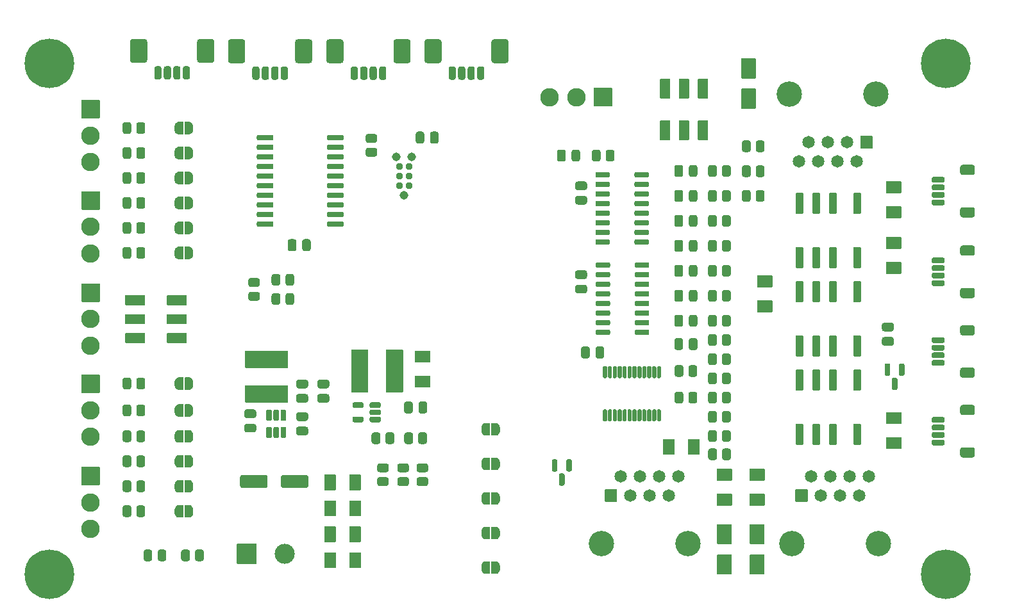
<source format=gts>
G04 #@! TF.GenerationSoftware,KiCad,Pcbnew,6.0.10-86aedd382b~118~ubuntu18.04.1*
G04 #@! TF.CreationDate,2024-12-06T10:44:55-07:00*
G04 #@! TF.ProjectId,mss-switch,6d73732d-7377-4697-9463-682e6b696361,rev?*
G04 #@! TF.SameCoordinates,Original*
G04 #@! TF.FileFunction,Soldermask,Top*
G04 #@! TF.FilePolarity,Negative*
%FSLAX46Y46*%
G04 Gerber Fmt 4.6, Leading zero omitted, Abs format (unit mm)*
G04 Created by KiCad (PCBNEW 6.0.10-86aedd382b~118~ubuntu18.04.1) date 2024-12-06 10:44:55*
%MOMM*%
%LPD*%
G01*
G04 APERTURE LIST*
%ADD10C,6.552400*%
%ADD11C,2.452400*%
%ADD12C,1.143000*%
%ADD13C,0.939800*%
%ADD14C,3.352400*%
%ADD15C,1.652400*%
%ADD16C,2.652400*%
G04 APERTURE END LIST*
G36*
G01*
X47139800Y-185362000D02*
X47139800Y-184462000D01*
G75*
G02*
X47466000Y-184135800I326200J0D01*
G01*
X47991000Y-184135800D01*
G75*
G02*
X48317200Y-184462000I0J-326200D01*
G01*
X48317200Y-185362000D01*
G75*
G02*
X47991000Y-185688200I-326200J0D01*
G01*
X47466000Y-185688200D01*
G75*
G02*
X47139800Y-185362000I0J326200D01*
G01*
G37*
G36*
G01*
X48964800Y-185362000D02*
X48964800Y-184462000D01*
G75*
G02*
X49291000Y-184135800I326200J0D01*
G01*
X49816000Y-184135800D01*
G75*
G02*
X50142200Y-184462000I0J-326200D01*
G01*
X50142200Y-185362000D01*
G75*
G02*
X49816000Y-185688200I-326200J0D01*
G01*
X49291000Y-185688200D01*
G75*
G02*
X48964800Y-185362000I0J326200D01*
G01*
G37*
G36*
G01*
X70879200Y-174310000D02*
X70879200Y-176210000D01*
G75*
G02*
X70803000Y-176286200I-76200J0D01*
G01*
X69403000Y-176286200D01*
G75*
G02*
X69326800Y-176210000I0J76200D01*
G01*
X69326800Y-174310000D01*
G75*
G02*
X69403000Y-174233800I76200J0D01*
G01*
X70803000Y-174233800D01*
G75*
G02*
X70879200Y-174310000I0J-76200D01*
G01*
G37*
G36*
G01*
X67579200Y-174310000D02*
X67579200Y-176210000D01*
G75*
G02*
X67503000Y-176286200I-76200J0D01*
G01*
X66103000Y-176286200D01*
G75*
G02*
X66026800Y-176210000I0J76200D01*
G01*
X66026800Y-174310000D01*
G75*
G02*
X66103000Y-174233800I76200J0D01*
G01*
X67503000Y-174233800D01*
G75*
G02*
X67579200Y-174310000I0J-76200D01*
G01*
G37*
G36*
G01*
X116712300Y-161954750D02*
X116712300Y-161054750D01*
G75*
G02*
X117038500Y-160728550I326200J0D01*
G01*
X117563500Y-160728550D01*
G75*
G02*
X117889700Y-161054750I0J-326200D01*
G01*
X117889700Y-161954750D01*
G75*
G02*
X117563500Y-162280950I-326200J0D01*
G01*
X117038500Y-162280950D01*
G75*
G02*
X116712300Y-161954750I0J326200D01*
G01*
G37*
G36*
G01*
X118537300Y-161954750D02*
X118537300Y-161054750D01*
G75*
G02*
X118863500Y-160728550I326200J0D01*
G01*
X119388500Y-160728550D01*
G75*
G02*
X119714700Y-161054750I0J-326200D01*
G01*
X119714700Y-161954750D01*
G75*
G02*
X119388500Y-162280950I-326200J0D01*
G01*
X118863500Y-162280950D01*
G75*
G02*
X118537300Y-161954750I0J326200D01*
G01*
G37*
G36*
G01*
X42395200Y-168714000D02*
X42395200Y-169614000D01*
G75*
G02*
X42069000Y-169940200I-326200J0D01*
G01*
X41544000Y-169940200D01*
G75*
G02*
X41217800Y-169614000I0J326200D01*
G01*
X41217800Y-168714000D01*
G75*
G02*
X41544000Y-168387800I326200J0D01*
G01*
X42069000Y-168387800D01*
G75*
G02*
X42395200Y-168714000I0J-326200D01*
G01*
G37*
G36*
G01*
X40570200Y-168714000D02*
X40570200Y-169614000D01*
G75*
G02*
X40244000Y-169940200I-326200J0D01*
G01*
X39719000Y-169940200D01*
G75*
G02*
X39392800Y-169614000I0J326200D01*
G01*
X39392800Y-168714000D01*
G75*
G02*
X39719000Y-168387800I326200J0D01*
G01*
X40244000Y-168387800D01*
G75*
G02*
X40570200Y-168714000I0J-326200D01*
G01*
G37*
D10*
X29718000Y-119888000D03*
G36*
G01*
X42395200Y-144457000D02*
X42395200Y-145357000D01*
G75*
G02*
X42069000Y-145683200I-326200J0D01*
G01*
X41544000Y-145683200D01*
G75*
G02*
X41217800Y-145357000I0J326200D01*
G01*
X41217800Y-144457000D01*
G75*
G02*
X41544000Y-144130800I326200J0D01*
G01*
X42069000Y-144130800D01*
G75*
G02*
X42395200Y-144457000I0J-326200D01*
G01*
G37*
G36*
G01*
X40570200Y-144457000D02*
X40570200Y-145357000D01*
G75*
G02*
X40244000Y-145683200I-326200J0D01*
G01*
X39719000Y-145683200D01*
G75*
G02*
X39392800Y-145357000I0J326200D01*
G01*
X39392800Y-144457000D01*
G75*
G02*
X39719000Y-144130800I326200J0D01*
G01*
X40244000Y-144130800D01*
G75*
G02*
X40570200Y-144457000I0J-326200D01*
G01*
G37*
G36*
G01*
X147723000Y-159824950D02*
X146473000Y-159824950D01*
G75*
G02*
X146246800Y-159598750I0J226200D01*
G01*
X146246800Y-159298750D01*
G75*
G02*
X146473000Y-159072550I226200J0D01*
G01*
X147723000Y-159072550D01*
G75*
G02*
X147949200Y-159298750I0J-226200D01*
G01*
X147949200Y-159598750D01*
G75*
G02*
X147723000Y-159824950I-226200J0D01*
G01*
G37*
G36*
G01*
X147723000Y-158824950D02*
X146473000Y-158824950D01*
G75*
G02*
X146246800Y-158598750I0J226200D01*
G01*
X146246800Y-158298750D01*
G75*
G02*
X146473000Y-158072550I226200J0D01*
G01*
X147723000Y-158072550D01*
G75*
G02*
X147949200Y-158298750I0J-226200D01*
G01*
X147949200Y-158598750D01*
G75*
G02*
X147723000Y-158824950I-226200J0D01*
G01*
G37*
G36*
G01*
X147723000Y-157824950D02*
X146473000Y-157824950D01*
G75*
G02*
X146246800Y-157598750I0J226200D01*
G01*
X146246800Y-157298750D01*
G75*
G02*
X146473000Y-157072550I226200J0D01*
G01*
X147723000Y-157072550D01*
G75*
G02*
X147949200Y-157298750I0J-226200D01*
G01*
X147949200Y-157598750D01*
G75*
G02*
X147723000Y-157824950I-226200J0D01*
G01*
G37*
G36*
G01*
X147723000Y-156824950D02*
X146473000Y-156824950D01*
G75*
G02*
X146246800Y-156598750I0J226200D01*
G01*
X146246800Y-156298750D01*
G75*
G02*
X146473000Y-156072550I226200J0D01*
G01*
X147723000Y-156072550D01*
G75*
G02*
X147949200Y-156298750I0J-226200D01*
G01*
X147949200Y-156598750D01*
G75*
G02*
X147723000Y-156824950I-226200J0D01*
G01*
G37*
G36*
G01*
X151623000Y-155824950D02*
X150323000Y-155824950D01*
G75*
G02*
X149996800Y-155498750I0J326200D01*
G01*
X149996800Y-154798750D01*
G75*
G02*
X150323000Y-154472550I326200J0D01*
G01*
X151623000Y-154472550D01*
G75*
G02*
X151949200Y-154798750I0J-326200D01*
G01*
X151949200Y-155498750D01*
G75*
G02*
X151623000Y-155824950I-326200J0D01*
G01*
G37*
G36*
G01*
X151623000Y-161424950D02*
X150323000Y-161424950D01*
G75*
G02*
X149996800Y-161098750I0J326200D01*
G01*
X149996800Y-160398750D01*
G75*
G02*
X150323000Y-160072550I326200J0D01*
G01*
X151623000Y-160072550D01*
G75*
G02*
X151949200Y-160398750I0J-326200D01*
G01*
X151949200Y-161098750D01*
G75*
G02*
X151623000Y-161424950I-326200J0D01*
G01*
G37*
G36*
X47599020Y-176576373D02*
G01*
X47572958Y-176531232D01*
X47571800Y-176518000D01*
X47571800Y-175018000D01*
X47589627Y-174969020D01*
X47634768Y-174942958D01*
X47648000Y-174941800D01*
X48148000Y-174941800D01*
X48162334Y-174947017D01*
X48229337Y-174948245D01*
X48250664Y-174951699D01*
X48385979Y-174993974D01*
X48405480Y-175003275D01*
X48523490Y-175081830D01*
X48539596Y-175096231D01*
X48630816Y-175204750D01*
X48642233Y-175223092D01*
X48699328Y-175352851D01*
X48705138Y-175373660D01*
X48722060Y-175503068D01*
X48723042Y-175504768D01*
X48724200Y-175518000D01*
X48724200Y-176018000D01*
X48723448Y-176020066D01*
X48723256Y-176035833D01*
X48701445Y-176175910D01*
X48695128Y-176196570D01*
X48634880Y-176324895D01*
X48623018Y-176342953D01*
X48529174Y-176449211D01*
X48512721Y-176463213D01*
X48392826Y-176538861D01*
X48373105Y-176547683D01*
X48236798Y-176586640D01*
X48215392Y-176589573D01*
X48167745Y-176589282D01*
X48161232Y-176593042D01*
X48148000Y-176594200D01*
X47648000Y-176594200D01*
X47599020Y-176576373D01*
G37*
G36*
X46833919Y-176589075D02*
G01*
X46773630Y-176588707D01*
X46752262Y-176585513D01*
X46616441Y-176544894D01*
X46596828Y-176535832D01*
X46477866Y-176458725D01*
X46461585Y-176444522D01*
X46369047Y-176337125D01*
X46357408Y-176318924D01*
X46298731Y-176189872D01*
X46292667Y-176169135D01*
X46272570Y-176028802D01*
X46271800Y-176018000D01*
X46271800Y-175518000D01*
X46271806Y-175517071D01*
X46271955Y-175504855D01*
X46273005Y-175493142D01*
X46296525Y-175353341D01*
X46303094Y-175332758D01*
X46364906Y-175205179D01*
X46376987Y-175187268D01*
X46472122Y-175082164D01*
X46488745Y-175068363D01*
X46609555Y-174994186D01*
X46629383Y-174985606D01*
X46766156Y-174948317D01*
X46787596Y-174945647D01*
X46828802Y-174946402D01*
X46834768Y-174942958D01*
X46848000Y-174941800D01*
X47348000Y-174941800D01*
X47396980Y-174959627D01*
X47423042Y-175004768D01*
X47424200Y-175018000D01*
X47424200Y-176518000D01*
X47406373Y-176566980D01*
X47361232Y-176593042D01*
X47348000Y-176594200D01*
X46848000Y-176594200D01*
X46833919Y-176589075D01*
G37*
G36*
G01*
X55638700Y-157848300D02*
X61201300Y-157848300D01*
G75*
G02*
X61277500Y-157924500I0J-76200D01*
G01*
X61277500Y-160032700D01*
G75*
G02*
X61201300Y-160108900I-76200J0D01*
G01*
X55638700Y-160108900D01*
G75*
G02*
X55562500Y-160032700I0J76200D01*
G01*
X55562500Y-157924500D01*
G75*
G02*
X55638700Y-157848300I76200J0D01*
G01*
G37*
G36*
G01*
X55638700Y-162445700D02*
X61201300Y-162445700D01*
G75*
G02*
X61277500Y-162521900I0J-76200D01*
G01*
X61277500Y-164630100D01*
G75*
G02*
X61201300Y-164706300I-76200J0D01*
G01*
X55638700Y-164706300D01*
G75*
G02*
X55562500Y-164630100I0J76200D01*
G01*
X55562500Y-162521900D01*
G75*
G02*
X55638700Y-162445700I76200J0D01*
G01*
G37*
G36*
G01*
X101883800Y-146668750D02*
X101883800Y-146368750D01*
G75*
G02*
X102110000Y-146142550I226200J0D01*
G01*
X103560000Y-146142550D01*
G75*
G02*
X103786200Y-146368750I0J-226200D01*
G01*
X103786200Y-146668750D01*
G75*
G02*
X103560000Y-146894950I-226200J0D01*
G01*
X102110000Y-146894950D01*
G75*
G02*
X101883800Y-146668750I0J226200D01*
G01*
G37*
G36*
G01*
X101883800Y-147938750D02*
X101883800Y-147638750D01*
G75*
G02*
X102110000Y-147412550I226200J0D01*
G01*
X103560000Y-147412550D01*
G75*
G02*
X103786200Y-147638750I0J-226200D01*
G01*
X103786200Y-147938750D01*
G75*
G02*
X103560000Y-148164950I-226200J0D01*
G01*
X102110000Y-148164950D01*
G75*
G02*
X101883800Y-147938750I0J226200D01*
G01*
G37*
G36*
G01*
X101883800Y-149208750D02*
X101883800Y-148908750D01*
G75*
G02*
X102110000Y-148682550I226200J0D01*
G01*
X103560000Y-148682550D01*
G75*
G02*
X103786200Y-148908750I0J-226200D01*
G01*
X103786200Y-149208750D01*
G75*
G02*
X103560000Y-149434950I-226200J0D01*
G01*
X102110000Y-149434950D01*
G75*
G02*
X101883800Y-149208750I0J226200D01*
G01*
G37*
G36*
G01*
X101883800Y-150478750D02*
X101883800Y-150178750D01*
G75*
G02*
X102110000Y-149952550I226200J0D01*
G01*
X103560000Y-149952550D01*
G75*
G02*
X103786200Y-150178750I0J-226200D01*
G01*
X103786200Y-150478750D01*
G75*
G02*
X103560000Y-150704950I-226200J0D01*
G01*
X102110000Y-150704950D01*
G75*
G02*
X101883800Y-150478750I0J226200D01*
G01*
G37*
G36*
G01*
X101883800Y-151748750D02*
X101883800Y-151448750D01*
G75*
G02*
X102110000Y-151222550I226200J0D01*
G01*
X103560000Y-151222550D01*
G75*
G02*
X103786200Y-151448750I0J-226200D01*
G01*
X103786200Y-151748750D01*
G75*
G02*
X103560000Y-151974950I-226200J0D01*
G01*
X102110000Y-151974950D01*
G75*
G02*
X101883800Y-151748750I0J226200D01*
G01*
G37*
G36*
G01*
X101883800Y-153018750D02*
X101883800Y-152718750D01*
G75*
G02*
X102110000Y-152492550I226200J0D01*
G01*
X103560000Y-152492550D01*
G75*
G02*
X103786200Y-152718750I0J-226200D01*
G01*
X103786200Y-153018750D01*
G75*
G02*
X103560000Y-153244950I-226200J0D01*
G01*
X102110000Y-153244950D01*
G75*
G02*
X101883800Y-153018750I0J226200D01*
G01*
G37*
G36*
G01*
X101883800Y-154288750D02*
X101883800Y-153988750D01*
G75*
G02*
X102110000Y-153762550I226200J0D01*
G01*
X103560000Y-153762550D01*
G75*
G02*
X103786200Y-153988750I0J-226200D01*
G01*
X103786200Y-154288750D01*
G75*
G02*
X103560000Y-154514950I-226200J0D01*
G01*
X102110000Y-154514950D01*
G75*
G02*
X101883800Y-154288750I0J226200D01*
G01*
G37*
G36*
G01*
X101883800Y-155558750D02*
X101883800Y-155258750D01*
G75*
G02*
X102110000Y-155032550I226200J0D01*
G01*
X103560000Y-155032550D01*
G75*
G02*
X103786200Y-155258750I0J-226200D01*
G01*
X103786200Y-155558750D01*
G75*
G02*
X103560000Y-155784950I-226200J0D01*
G01*
X102110000Y-155784950D01*
G75*
G02*
X101883800Y-155558750I0J226200D01*
G01*
G37*
G36*
G01*
X107033800Y-155558750D02*
X107033800Y-155258750D01*
G75*
G02*
X107260000Y-155032550I226200J0D01*
G01*
X108710000Y-155032550D01*
G75*
G02*
X108936200Y-155258750I0J-226200D01*
G01*
X108936200Y-155558750D01*
G75*
G02*
X108710000Y-155784950I-226200J0D01*
G01*
X107260000Y-155784950D01*
G75*
G02*
X107033800Y-155558750I0J226200D01*
G01*
G37*
G36*
G01*
X107033800Y-154288750D02*
X107033800Y-153988750D01*
G75*
G02*
X107260000Y-153762550I226200J0D01*
G01*
X108710000Y-153762550D01*
G75*
G02*
X108936200Y-153988750I0J-226200D01*
G01*
X108936200Y-154288750D01*
G75*
G02*
X108710000Y-154514950I-226200J0D01*
G01*
X107260000Y-154514950D01*
G75*
G02*
X107033800Y-154288750I0J226200D01*
G01*
G37*
G36*
G01*
X107033800Y-153018750D02*
X107033800Y-152718750D01*
G75*
G02*
X107260000Y-152492550I226200J0D01*
G01*
X108710000Y-152492550D01*
G75*
G02*
X108936200Y-152718750I0J-226200D01*
G01*
X108936200Y-153018750D01*
G75*
G02*
X108710000Y-153244950I-226200J0D01*
G01*
X107260000Y-153244950D01*
G75*
G02*
X107033800Y-153018750I0J226200D01*
G01*
G37*
G36*
G01*
X107033800Y-151748750D02*
X107033800Y-151448750D01*
G75*
G02*
X107260000Y-151222550I226200J0D01*
G01*
X108710000Y-151222550D01*
G75*
G02*
X108936200Y-151448750I0J-226200D01*
G01*
X108936200Y-151748750D01*
G75*
G02*
X108710000Y-151974950I-226200J0D01*
G01*
X107260000Y-151974950D01*
G75*
G02*
X107033800Y-151748750I0J226200D01*
G01*
G37*
G36*
G01*
X107033800Y-150478750D02*
X107033800Y-150178750D01*
G75*
G02*
X107260000Y-149952550I226200J0D01*
G01*
X108710000Y-149952550D01*
G75*
G02*
X108936200Y-150178750I0J-226200D01*
G01*
X108936200Y-150478750D01*
G75*
G02*
X108710000Y-150704950I-226200J0D01*
G01*
X107260000Y-150704950D01*
G75*
G02*
X107033800Y-150478750I0J226200D01*
G01*
G37*
G36*
G01*
X107033800Y-149208750D02*
X107033800Y-148908750D01*
G75*
G02*
X107260000Y-148682550I226200J0D01*
G01*
X108710000Y-148682550D01*
G75*
G02*
X108936200Y-148908750I0J-226200D01*
G01*
X108936200Y-149208750D01*
G75*
G02*
X108710000Y-149434950I-226200J0D01*
G01*
X107260000Y-149434950D01*
G75*
G02*
X107033800Y-149208750I0J226200D01*
G01*
G37*
G36*
G01*
X107033800Y-147938750D02*
X107033800Y-147638750D01*
G75*
G02*
X107260000Y-147412550I226200J0D01*
G01*
X108710000Y-147412550D01*
G75*
G02*
X108936200Y-147638750I0J-226200D01*
G01*
X108936200Y-147938750D01*
G75*
G02*
X108710000Y-148164950I-226200J0D01*
G01*
X107260000Y-148164950D01*
G75*
G02*
X107033800Y-147938750I0J226200D01*
G01*
G37*
G36*
G01*
X107033800Y-146668750D02*
X107033800Y-146368750D01*
G75*
G02*
X107260000Y-146142550I226200J0D01*
G01*
X108710000Y-146142550D01*
G75*
G02*
X108936200Y-146368750I0J-226200D01*
G01*
X108936200Y-146668750D01*
G75*
G02*
X108710000Y-146894950I-226200J0D01*
G01*
X107260000Y-146894950D01*
G75*
G02*
X107033800Y-146668750I0J226200D01*
G01*
G37*
G36*
G01*
X119714700Y-136924750D02*
X119714700Y-137824750D01*
G75*
G02*
X119388500Y-138150950I-326200J0D01*
G01*
X118863500Y-138150950D01*
G75*
G02*
X118537300Y-137824750I0J326200D01*
G01*
X118537300Y-136924750D01*
G75*
G02*
X118863500Y-136598550I326200J0D01*
G01*
X119388500Y-136598550D01*
G75*
G02*
X119714700Y-136924750I0J-326200D01*
G01*
G37*
G36*
G01*
X117889700Y-136924750D02*
X117889700Y-137824750D01*
G75*
G02*
X117563500Y-138150950I-326200J0D01*
G01*
X117038500Y-138150950D01*
G75*
G02*
X116712300Y-137824750I0J326200D01*
G01*
X116712300Y-136924750D01*
G75*
G02*
X117038500Y-136598550I326200J0D01*
G01*
X117563500Y-136598550D01*
G75*
G02*
X117889700Y-136924750I0J-326200D01*
G01*
G37*
G36*
G01*
X34029000Y-173200800D02*
X36329000Y-173200800D01*
G75*
G02*
X36405200Y-173277000I0J-76200D01*
G01*
X36405200Y-175577000D01*
G75*
G02*
X36329000Y-175653200I-76200J0D01*
G01*
X34029000Y-175653200D01*
G75*
G02*
X33952800Y-175577000I0J76200D01*
G01*
X33952800Y-173277000D01*
G75*
G02*
X34029000Y-173200800I76200J0D01*
G01*
G37*
D11*
X35179000Y-177927000D03*
X35179000Y-181427000D03*
G36*
X47599020Y-169972373D02*
G01*
X47572958Y-169927232D01*
X47571800Y-169914000D01*
X47571800Y-168414000D01*
X47589627Y-168365020D01*
X47634768Y-168338958D01*
X47648000Y-168337800D01*
X48148000Y-168337800D01*
X48162334Y-168343017D01*
X48229337Y-168344245D01*
X48250664Y-168347699D01*
X48385979Y-168389974D01*
X48405480Y-168399275D01*
X48523490Y-168477830D01*
X48539596Y-168492231D01*
X48630816Y-168600750D01*
X48642233Y-168619092D01*
X48699328Y-168748851D01*
X48705138Y-168769660D01*
X48722060Y-168899068D01*
X48723042Y-168900768D01*
X48724200Y-168914000D01*
X48724200Y-169414000D01*
X48723448Y-169416066D01*
X48723256Y-169431833D01*
X48701445Y-169571910D01*
X48695128Y-169592570D01*
X48634880Y-169720895D01*
X48623018Y-169738953D01*
X48529174Y-169845211D01*
X48512721Y-169859213D01*
X48392826Y-169934861D01*
X48373105Y-169943683D01*
X48236798Y-169982640D01*
X48215392Y-169985573D01*
X48167745Y-169985282D01*
X48161232Y-169989042D01*
X48148000Y-169990200D01*
X47648000Y-169990200D01*
X47599020Y-169972373D01*
G37*
G36*
X46833919Y-169985075D02*
G01*
X46773630Y-169984707D01*
X46752262Y-169981513D01*
X46616441Y-169940894D01*
X46596828Y-169931832D01*
X46477866Y-169854725D01*
X46461585Y-169840522D01*
X46369047Y-169733125D01*
X46357408Y-169714924D01*
X46298731Y-169585872D01*
X46292667Y-169565135D01*
X46272570Y-169424802D01*
X46271800Y-169414000D01*
X46271800Y-168914000D01*
X46271806Y-168913071D01*
X46271955Y-168900855D01*
X46273005Y-168889142D01*
X46296525Y-168749341D01*
X46303094Y-168728758D01*
X46364906Y-168601179D01*
X46376987Y-168583268D01*
X46472122Y-168478164D01*
X46488745Y-168464363D01*
X46609555Y-168390186D01*
X46629383Y-168381606D01*
X46766156Y-168344317D01*
X46787596Y-168341647D01*
X46828802Y-168342402D01*
X46834768Y-168338958D01*
X46848000Y-168337800D01*
X47348000Y-168337800D01*
X47396980Y-168355627D01*
X47423042Y-168400768D01*
X47424200Y-168414000D01*
X47424200Y-169914000D01*
X47406373Y-169962980D01*
X47361232Y-169989042D01*
X47348000Y-169990200D01*
X46848000Y-169990200D01*
X46833919Y-169985075D01*
G37*
G36*
G01*
X34029000Y-124686800D02*
X36329000Y-124686800D01*
G75*
G02*
X36405200Y-124763000I0J-76200D01*
G01*
X36405200Y-127063000D01*
G75*
G02*
X36329000Y-127139200I-76200J0D01*
G01*
X34029000Y-127139200D01*
G75*
G02*
X33952800Y-127063000I0J76200D01*
G01*
X33952800Y-124763000D01*
G75*
G02*
X34029000Y-124686800I76200J0D01*
G01*
G37*
X35179000Y-129413000D03*
X35179000Y-132913000D03*
G36*
G01*
X73504200Y-166789000D02*
X73504200Y-167089000D01*
G75*
G02*
X73278000Y-167315200I-226200J0D01*
G01*
X72253000Y-167315200D01*
G75*
G02*
X72026800Y-167089000I0J226200D01*
G01*
X72026800Y-166789000D01*
G75*
G02*
X72253000Y-166562800I226200J0D01*
G01*
X73278000Y-166562800D01*
G75*
G02*
X73504200Y-166789000I0J-226200D01*
G01*
G37*
G36*
G01*
X73504200Y-165839000D02*
X73504200Y-166139000D01*
G75*
G02*
X73278000Y-166365200I-226200J0D01*
G01*
X72253000Y-166365200D01*
G75*
G02*
X72026800Y-166139000I0J226200D01*
G01*
X72026800Y-165839000D01*
G75*
G02*
X72253000Y-165612800I226200J0D01*
G01*
X73278000Y-165612800D01*
G75*
G02*
X73504200Y-165839000I0J-226200D01*
G01*
G37*
G36*
G01*
X73504200Y-164889000D02*
X73504200Y-165189000D01*
G75*
G02*
X73278000Y-165415200I-226200J0D01*
G01*
X72253000Y-165415200D01*
G75*
G02*
X72026800Y-165189000I0J226200D01*
G01*
X72026800Y-164889000D01*
G75*
G02*
X72253000Y-164662800I226200J0D01*
G01*
X73278000Y-164662800D01*
G75*
G02*
X73504200Y-164889000I0J-226200D01*
G01*
G37*
G36*
G01*
X71229200Y-164889000D02*
X71229200Y-165189000D01*
G75*
G02*
X71003000Y-165415200I-226200J0D01*
G01*
X69978000Y-165415200D01*
G75*
G02*
X69751800Y-165189000I0J226200D01*
G01*
X69751800Y-164889000D01*
G75*
G02*
X69978000Y-164662800I226200J0D01*
G01*
X71003000Y-164662800D01*
G75*
G02*
X71229200Y-164889000I0J-226200D01*
G01*
G37*
G36*
G01*
X71229200Y-166789000D02*
X71229200Y-167089000D01*
G75*
G02*
X71003000Y-167315200I-226200J0D01*
G01*
X69978000Y-167315200D01*
G75*
G02*
X69751800Y-167089000I0J226200D01*
G01*
X69751800Y-166789000D01*
G75*
G02*
X69978000Y-166562800I226200J0D01*
G01*
X71003000Y-166562800D01*
G75*
G02*
X71229200Y-166789000I0J-226200D01*
G01*
G37*
G36*
X87909980Y-185715377D02*
G01*
X87936042Y-185760518D01*
X87937200Y-185773750D01*
X87937200Y-187273750D01*
X87919373Y-187322730D01*
X87874232Y-187348792D01*
X87861000Y-187349950D01*
X87361000Y-187349950D01*
X87346666Y-187344733D01*
X87279663Y-187343505D01*
X87258336Y-187340051D01*
X87123021Y-187297776D01*
X87103520Y-187288475D01*
X86985510Y-187209920D01*
X86969404Y-187195519D01*
X86878184Y-187087000D01*
X86866767Y-187068658D01*
X86809672Y-186938899D01*
X86803862Y-186918090D01*
X86786940Y-186788682D01*
X86785958Y-186786982D01*
X86784800Y-186773750D01*
X86784800Y-186273750D01*
X86785552Y-186271684D01*
X86785744Y-186255917D01*
X86807555Y-186115840D01*
X86813872Y-186095180D01*
X86874120Y-185966855D01*
X86885982Y-185948797D01*
X86979826Y-185842539D01*
X86996279Y-185828537D01*
X87116174Y-185752889D01*
X87135895Y-185744067D01*
X87272202Y-185705110D01*
X87293608Y-185702177D01*
X87341255Y-185702468D01*
X87347768Y-185698708D01*
X87361000Y-185697550D01*
X87861000Y-185697550D01*
X87909980Y-185715377D01*
G37*
G36*
X88675081Y-185702675D02*
G01*
X88735370Y-185703043D01*
X88756738Y-185706237D01*
X88892559Y-185746856D01*
X88912172Y-185755918D01*
X89031134Y-185833025D01*
X89047415Y-185847228D01*
X89139953Y-185954625D01*
X89151592Y-185972826D01*
X89210269Y-186101878D01*
X89216333Y-186122615D01*
X89236430Y-186262948D01*
X89237200Y-186273750D01*
X89237200Y-186773750D01*
X89237194Y-186774679D01*
X89237045Y-186786895D01*
X89235995Y-186798608D01*
X89212475Y-186938409D01*
X89205906Y-186958992D01*
X89144094Y-187086571D01*
X89132013Y-187104482D01*
X89036878Y-187209586D01*
X89020255Y-187223387D01*
X88899445Y-187297564D01*
X88879617Y-187306144D01*
X88742844Y-187343433D01*
X88721404Y-187346103D01*
X88680198Y-187345348D01*
X88674232Y-187348792D01*
X88661000Y-187349950D01*
X88161000Y-187349950D01*
X88112020Y-187332123D01*
X88085958Y-187286982D01*
X88084800Y-187273750D01*
X88084800Y-185773750D01*
X88102627Y-185724770D01*
X88147768Y-185698708D01*
X88161000Y-185697550D01*
X88661000Y-185697550D01*
X88675081Y-185702675D01*
G37*
G36*
G01*
X125156000Y-152754950D02*
X123256000Y-152754950D01*
G75*
G02*
X123179800Y-152678750I0J76200D01*
G01*
X123179800Y-151278750D01*
G75*
G02*
X123256000Y-151202550I76200J0D01*
G01*
X125156000Y-151202550D01*
G75*
G02*
X125232200Y-151278750I0J-76200D01*
G01*
X125232200Y-152678750D01*
G75*
G02*
X125156000Y-152754950I-76200J0D01*
G01*
G37*
G36*
G01*
X125156000Y-149454950D02*
X123256000Y-149454950D01*
G75*
G02*
X123179800Y-149378750I0J76200D01*
G01*
X123179800Y-147978750D01*
G75*
G02*
X123256000Y-147902550I76200J0D01*
G01*
X125156000Y-147902550D01*
G75*
G02*
X125232200Y-147978750I0J-76200D01*
G01*
X125232200Y-149378750D01*
G75*
G02*
X125156000Y-149454950I-76200J0D01*
G01*
G37*
G36*
G01*
X124183200Y-133662000D02*
X124183200Y-134562000D01*
G75*
G02*
X123857000Y-134888200I-326200J0D01*
G01*
X123332000Y-134888200D01*
G75*
G02*
X123005800Y-134562000I0J326200D01*
G01*
X123005800Y-133662000D01*
G75*
G02*
X123332000Y-133335800I326200J0D01*
G01*
X123857000Y-133335800D01*
G75*
G02*
X124183200Y-133662000I0J-326200D01*
G01*
G37*
G36*
G01*
X122358200Y-133662000D02*
X122358200Y-134562000D01*
G75*
G02*
X122032000Y-134888200I-326200J0D01*
G01*
X121507000Y-134888200D01*
G75*
G02*
X121180800Y-134562000I0J326200D01*
G01*
X121180800Y-133662000D01*
G75*
G02*
X121507000Y-133335800I326200J0D01*
G01*
X122032000Y-133335800D01*
G75*
G02*
X122358200Y-133662000I0J-326200D01*
G01*
G37*
G36*
X47599020Y-135809373D02*
G01*
X47572958Y-135764232D01*
X47571800Y-135751000D01*
X47571800Y-134251000D01*
X47589627Y-134202020D01*
X47634768Y-134175958D01*
X47648000Y-134174800D01*
X48148000Y-134174800D01*
X48162334Y-134180017D01*
X48229337Y-134181245D01*
X48250664Y-134184699D01*
X48385979Y-134226974D01*
X48405480Y-134236275D01*
X48523490Y-134314830D01*
X48539596Y-134329231D01*
X48630816Y-134437750D01*
X48642233Y-134456092D01*
X48699328Y-134585851D01*
X48705138Y-134606660D01*
X48722060Y-134736068D01*
X48723042Y-134737768D01*
X48724200Y-134751000D01*
X48724200Y-135251000D01*
X48723448Y-135253066D01*
X48723256Y-135268833D01*
X48701445Y-135408910D01*
X48695128Y-135429570D01*
X48634880Y-135557895D01*
X48623018Y-135575953D01*
X48529174Y-135682211D01*
X48512721Y-135696213D01*
X48392826Y-135771861D01*
X48373105Y-135780683D01*
X48236798Y-135819640D01*
X48215392Y-135822573D01*
X48167745Y-135822282D01*
X48161232Y-135826042D01*
X48148000Y-135827200D01*
X47648000Y-135827200D01*
X47599020Y-135809373D01*
G37*
G36*
X46833919Y-135822075D02*
G01*
X46773630Y-135821707D01*
X46752262Y-135818513D01*
X46616441Y-135777894D01*
X46596828Y-135768832D01*
X46477866Y-135691725D01*
X46461585Y-135677522D01*
X46369047Y-135570125D01*
X46357408Y-135551924D01*
X46298731Y-135422872D01*
X46292667Y-135402135D01*
X46272570Y-135261802D01*
X46271800Y-135251000D01*
X46271800Y-134751000D01*
X46271806Y-134750071D01*
X46271955Y-134737855D01*
X46273005Y-134726142D01*
X46296525Y-134586341D01*
X46303094Y-134565758D01*
X46364906Y-134438179D01*
X46376987Y-134420268D01*
X46472122Y-134315164D01*
X46488745Y-134301363D01*
X46609555Y-134227186D01*
X46629383Y-134218606D01*
X46766156Y-134181317D01*
X46787596Y-134178647D01*
X46828802Y-134179402D01*
X46834768Y-134175958D01*
X46848000Y-134174800D01*
X47348000Y-134174800D01*
X47396980Y-134192627D01*
X47423042Y-134237768D01*
X47424200Y-134251000D01*
X47424200Y-135751000D01*
X47406373Y-135799980D01*
X47361232Y-135826042D01*
X47348000Y-135827200D01*
X46848000Y-135827200D01*
X46833919Y-135822075D01*
G37*
D12*
X76581000Y-137287000D03*
X75565000Y-132207000D03*
X77597000Y-132207000D03*
D13*
X77216000Y-136017000D03*
X75946000Y-136017000D03*
X77216000Y-134747000D03*
X75946000Y-134747000D03*
X77216000Y-133477000D03*
X75946000Y-133477000D03*
G36*
G01*
X115318200Y-150107750D02*
X115318200Y-151057750D01*
G75*
G02*
X114992000Y-151383950I-326200J0D01*
G01*
X114492000Y-151383950D01*
G75*
G02*
X114165800Y-151057750I0J326200D01*
G01*
X114165800Y-150107750D01*
G75*
G02*
X114492000Y-149781550I326200J0D01*
G01*
X114992000Y-149781550D01*
G75*
G02*
X115318200Y-150107750I0J-326200D01*
G01*
G37*
G36*
G01*
X113418200Y-150107750D02*
X113418200Y-151057750D01*
G75*
G02*
X113092000Y-151383950I-326200J0D01*
G01*
X112592000Y-151383950D01*
G75*
G02*
X112265800Y-151057750I0J326200D01*
G01*
X112265800Y-150107750D01*
G75*
G02*
X112592000Y-149781550I326200J0D01*
G01*
X113092000Y-149781550D01*
G75*
G02*
X113418200Y-150107750I0J-326200D01*
G01*
G37*
G36*
G01*
X61239200Y-120537000D02*
X61239200Y-121737000D01*
G75*
G02*
X60963000Y-122013200I-276200J0D01*
G01*
X60563000Y-122013200D01*
G75*
G02*
X60286800Y-121737000I0J276200D01*
G01*
X60286800Y-120537000D01*
G75*
G02*
X60563000Y-120260800I276200J0D01*
G01*
X60963000Y-120260800D01*
G75*
G02*
X61239200Y-120537000I0J-276200D01*
G01*
G37*
G36*
G01*
X59989200Y-120537000D02*
X59989200Y-121737000D01*
G75*
G02*
X59713000Y-122013200I-276200J0D01*
G01*
X59313000Y-122013200D01*
G75*
G02*
X59036800Y-121737000I0J276200D01*
G01*
X59036800Y-120537000D01*
G75*
G02*
X59313000Y-120260800I276200J0D01*
G01*
X59713000Y-120260800D01*
G75*
G02*
X59989200Y-120537000I0J-276200D01*
G01*
G37*
G36*
G01*
X58739200Y-120537000D02*
X58739200Y-121737000D01*
G75*
G02*
X58463000Y-122013200I-276200J0D01*
G01*
X58063000Y-122013200D01*
G75*
G02*
X57786800Y-121737000I0J276200D01*
G01*
X57786800Y-120537000D01*
G75*
G02*
X58063000Y-120260800I276200J0D01*
G01*
X58463000Y-120260800D01*
G75*
G02*
X58739200Y-120537000I0J-276200D01*
G01*
G37*
G36*
G01*
X57489200Y-120537000D02*
X57489200Y-121737000D01*
G75*
G02*
X57213000Y-122013200I-276200J0D01*
G01*
X56813000Y-122013200D01*
G75*
G02*
X56536800Y-121737000I0J276200D01*
G01*
X56536800Y-120537000D01*
G75*
G02*
X56813000Y-120260800I276200J0D01*
G01*
X57213000Y-120260800D01*
G75*
G02*
X57489200Y-120537000I0J-276200D01*
G01*
G37*
G36*
G01*
X55589200Y-116987001D02*
X55589200Y-119486999D01*
G75*
G02*
X55262999Y-119813200I-326201J0D01*
G01*
X53663001Y-119813200D01*
G75*
G02*
X53336800Y-119486999I0J326201D01*
G01*
X53336800Y-116987001D01*
G75*
G02*
X53663001Y-116660800I326201J0D01*
G01*
X55262999Y-116660800D01*
G75*
G02*
X55589200Y-116987001I0J-326201D01*
G01*
G37*
G36*
G01*
X64439200Y-116987001D02*
X64439200Y-119486999D01*
G75*
G02*
X64112999Y-119813200I-326201J0D01*
G01*
X62513001Y-119813200D01*
G75*
G02*
X62186800Y-119486999I0J326201D01*
G01*
X62186800Y-116987001D01*
G75*
G02*
X62513001Y-116660800I326201J0D01*
G01*
X64112999Y-116660800D01*
G75*
G02*
X64439200Y-116987001I0J-326201D01*
G01*
G37*
G36*
X47599020Y-129205373D02*
G01*
X47572958Y-129160232D01*
X47571800Y-129147000D01*
X47571800Y-127647000D01*
X47589627Y-127598020D01*
X47634768Y-127571958D01*
X47648000Y-127570800D01*
X48148000Y-127570800D01*
X48162334Y-127576017D01*
X48229337Y-127577245D01*
X48250664Y-127580699D01*
X48385979Y-127622974D01*
X48405480Y-127632275D01*
X48523490Y-127710830D01*
X48539596Y-127725231D01*
X48630816Y-127833750D01*
X48642233Y-127852092D01*
X48699328Y-127981851D01*
X48705138Y-128002660D01*
X48722060Y-128132068D01*
X48723042Y-128133768D01*
X48724200Y-128147000D01*
X48724200Y-128647000D01*
X48723448Y-128649066D01*
X48723256Y-128664833D01*
X48701445Y-128804910D01*
X48695128Y-128825570D01*
X48634880Y-128953895D01*
X48623018Y-128971953D01*
X48529174Y-129078211D01*
X48512721Y-129092213D01*
X48392826Y-129167861D01*
X48373105Y-129176683D01*
X48236798Y-129215640D01*
X48215392Y-129218573D01*
X48167745Y-129218282D01*
X48161232Y-129222042D01*
X48148000Y-129223200D01*
X47648000Y-129223200D01*
X47599020Y-129205373D01*
G37*
G36*
X46833919Y-129218075D02*
G01*
X46773630Y-129217707D01*
X46752262Y-129214513D01*
X46616441Y-129173894D01*
X46596828Y-129164832D01*
X46477866Y-129087725D01*
X46461585Y-129073522D01*
X46369047Y-128966125D01*
X46357408Y-128947924D01*
X46298731Y-128818872D01*
X46292667Y-128798135D01*
X46272570Y-128657802D01*
X46271800Y-128647000D01*
X46271800Y-128147000D01*
X46271806Y-128146071D01*
X46271955Y-128133855D01*
X46273005Y-128122142D01*
X46296525Y-127982341D01*
X46303094Y-127961758D01*
X46364906Y-127834179D01*
X46376987Y-127816268D01*
X46472122Y-127711164D01*
X46488745Y-127697363D01*
X46609555Y-127623186D01*
X46629383Y-127614606D01*
X46766156Y-127577317D01*
X46787596Y-127574647D01*
X46828802Y-127575402D01*
X46834768Y-127571958D01*
X46848000Y-127570800D01*
X47348000Y-127570800D01*
X47396980Y-127588627D01*
X47423042Y-127633768D01*
X47424200Y-127647000D01*
X47424200Y-129147000D01*
X47406373Y-129195980D01*
X47361232Y-129222042D01*
X47348000Y-129223200D01*
X46848000Y-129223200D01*
X46833919Y-129218075D01*
G37*
G36*
G01*
X116712300Y-156874750D02*
X116712300Y-155974750D01*
G75*
G02*
X117038500Y-155648550I326200J0D01*
G01*
X117563500Y-155648550D01*
G75*
G02*
X117889700Y-155974750I0J-326200D01*
G01*
X117889700Y-156874750D01*
G75*
G02*
X117563500Y-157200950I-326200J0D01*
G01*
X117038500Y-157200950D01*
G75*
G02*
X116712300Y-156874750I0J326200D01*
G01*
G37*
G36*
G01*
X118537300Y-156874750D02*
X118537300Y-155974750D01*
G75*
G02*
X118863500Y-155648550I326200J0D01*
G01*
X119388500Y-155648550D01*
G75*
G02*
X119714700Y-155974750I0J-326200D01*
G01*
X119714700Y-156874750D01*
G75*
G02*
X119388500Y-157200950I-326200J0D01*
G01*
X118863500Y-157200950D01*
G75*
G02*
X118537300Y-156874750I0J326200D01*
G01*
G37*
G36*
G01*
X115318200Y-133597750D02*
X115318200Y-134547750D01*
G75*
G02*
X114992000Y-134873950I-326200J0D01*
G01*
X114492000Y-134873950D01*
G75*
G02*
X114165800Y-134547750I0J326200D01*
G01*
X114165800Y-133597750D01*
G75*
G02*
X114492000Y-133271550I326200J0D01*
G01*
X114992000Y-133271550D01*
G75*
G02*
X115318200Y-133597750I0J-326200D01*
G01*
G37*
G36*
G01*
X113418200Y-133597750D02*
X113418200Y-134547750D01*
G75*
G02*
X113092000Y-134873950I-326200J0D01*
G01*
X112592000Y-134873950D01*
G75*
G02*
X112265800Y-134547750I0J326200D01*
G01*
X112265800Y-133597750D01*
G75*
G02*
X112592000Y-133271550I326200J0D01*
G01*
X113092000Y-133271550D01*
G75*
G02*
X113418200Y-133597750I0J-326200D01*
G01*
G37*
G36*
G01*
X139987000Y-154136550D02*
X140937000Y-154136550D01*
G75*
G02*
X141263200Y-154462750I0J-326200D01*
G01*
X141263200Y-154962750D01*
G75*
G02*
X140937000Y-155288950I-326200J0D01*
G01*
X139987000Y-155288950D01*
G75*
G02*
X139660800Y-154962750I0J326200D01*
G01*
X139660800Y-154462750D01*
G75*
G02*
X139987000Y-154136550I326200J0D01*
G01*
G37*
G36*
G01*
X139987000Y-156036550D02*
X140937000Y-156036550D01*
G75*
G02*
X141263200Y-156362750I0J-326200D01*
G01*
X141263200Y-156862750D01*
G75*
G02*
X140937000Y-157188950I-326200J0D01*
G01*
X139987000Y-157188950D01*
G75*
G02*
X139660800Y-156862750I0J326200D01*
G01*
X139660800Y-156362750D01*
G75*
G02*
X139987000Y-156036550I326200J0D01*
G01*
G37*
G36*
G01*
X42186800Y-185368250D02*
X42186800Y-184455750D01*
G75*
G02*
X42506750Y-184135800I319950J0D01*
G01*
X42994250Y-184135800D01*
G75*
G02*
X43314200Y-184455750I0J-319950D01*
G01*
X43314200Y-185368250D01*
G75*
G02*
X42994250Y-185688200I-319950J0D01*
G01*
X42506750Y-185688200D01*
G75*
G02*
X42186800Y-185368250I0J319950D01*
G01*
G37*
G36*
G01*
X44061800Y-185368250D02*
X44061800Y-184455750D01*
G75*
G02*
X44381750Y-184135800I319950J0D01*
G01*
X44869250Y-184135800D01*
G75*
G02*
X45189200Y-184455750I0J-319950D01*
G01*
X45189200Y-185368250D01*
G75*
G02*
X44869250Y-185688200I-319950J0D01*
G01*
X44381750Y-185688200D01*
G75*
G02*
X44061800Y-185368250I0J319950D01*
G01*
G37*
G36*
G01*
X115441100Y-121868050D02*
X116634900Y-121868050D01*
G75*
G02*
X116711100Y-121944250I0J-76200D01*
G01*
X116711100Y-124433450D01*
G75*
G02*
X116634900Y-124509650I-76200J0D01*
G01*
X115441100Y-124509650D01*
G75*
G02*
X115364900Y-124433450I0J76200D01*
G01*
X115364900Y-121944250D01*
G75*
G02*
X115441100Y-121868050I76200J0D01*
G01*
G37*
G36*
G01*
X112941100Y-121868050D02*
X114134900Y-121868050D01*
G75*
G02*
X114211100Y-121944250I0J-76200D01*
G01*
X114211100Y-124433450D01*
G75*
G02*
X114134900Y-124509650I-76200J0D01*
G01*
X112941100Y-124509650D01*
G75*
G02*
X112864900Y-124433450I0J76200D01*
G01*
X112864900Y-121944250D01*
G75*
G02*
X112941100Y-121868050I76200J0D01*
G01*
G37*
G36*
G01*
X110441100Y-121868050D02*
X111634900Y-121868050D01*
G75*
G02*
X111711100Y-121944250I0J-76200D01*
G01*
X111711100Y-124433450D01*
G75*
G02*
X111634900Y-124509650I-76200J0D01*
G01*
X110441100Y-124509650D01*
G75*
G02*
X110364900Y-124433450I0J76200D01*
G01*
X110364900Y-121944250D01*
G75*
G02*
X110441100Y-121868050I76200J0D01*
G01*
G37*
G36*
G01*
X115441100Y-127379850D02*
X116634900Y-127379850D01*
G75*
G02*
X116711100Y-127456050I0J-76200D01*
G01*
X116711100Y-129945250D01*
G75*
G02*
X116634900Y-130021450I-76200J0D01*
G01*
X115441100Y-130021450D01*
G75*
G02*
X115364900Y-129945250I0J76200D01*
G01*
X115364900Y-127456050D01*
G75*
G02*
X115441100Y-127379850I76200J0D01*
G01*
G37*
G36*
G01*
X112941100Y-127379850D02*
X114134900Y-127379850D01*
G75*
G02*
X114211100Y-127456050I0J-76200D01*
G01*
X114211100Y-129945250D01*
G75*
G02*
X114134900Y-130021450I-76200J0D01*
G01*
X112941100Y-130021450D01*
G75*
G02*
X112864900Y-129945250I0J76200D01*
G01*
X112864900Y-127456050D01*
G75*
G02*
X112941100Y-127379850I76200J0D01*
G01*
G37*
G36*
G01*
X110441100Y-127379850D02*
X111634900Y-127379850D01*
G75*
G02*
X111711100Y-127456050I0J-76200D01*
G01*
X111711100Y-129945250D01*
G75*
G02*
X111634900Y-130021450I-76200J0D01*
G01*
X110441100Y-130021450D01*
G75*
G02*
X110364900Y-129945250I0J76200D01*
G01*
X110364900Y-127456050D01*
G75*
G02*
X110441100Y-127379850I76200J0D01*
G01*
G37*
D14*
X127797500Y-183328750D03*
X139227500Y-183328750D03*
G36*
G01*
X128241300Y-177728750D02*
X128241300Y-176228750D01*
G75*
G02*
X128317500Y-176152550I76200J0D01*
G01*
X129817500Y-176152550D01*
G75*
G02*
X129893700Y-176228750I0J-76200D01*
G01*
X129893700Y-177728750D01*
G75*
G02*
X129817500Y-177804950I-76200J0D01*
G01*
X128317500Y-177804950D01*
G75*
G02*
X128241300Y-177728750I0J76200D01*
G01*
G37*
D15*
X130337500Y-174438750D03*
X131607500Y-176978750D03*
X132877500Y-174438750D03*
X134147500Y-176978750D03*
X135417500Y-174438750D03*
X136687500Y-176978750D03*
X137957500Y-174438750D03*
G36*
G01*
X119772000Y-187436950D02*
X117972000Y-187436950D01*
G75*
G02*
X117895800Y-187360750I0J76200D01*
G01*
X117895800Y-184860750D01*
G75*
G02*
X117972000Y-184784550I76200J0D01*
G01*
X119772000Y-184784550D01*
G75*
G02*
X119848200Y-184860750I0J-76200D01*
G01*
X119848200Y-187360750D01*
G75*
G02*
X119772000Y-187436950I-76200J0D01*
G01*
G37*
G36*
G01*
X119772000Y-183436950D02*
X117972000Y-183436950D01*
G75*
G02*
X117895800Y-183360750I0J76200D01*
G01*
X117895800Y-180860750D01*
G75*
G02*
X117972000Y-180784550I76200J0D01*
G01*
X119772000Y-180784550D01*
G75*
G02*
X119848200Y-180860750I0J-76200D01*
G01*
X119848200Y-183360750D01*
G75*
G02*
X119772000Y-183436950I-76200J0D01*
G01*
G37*
G36*
G01*
X119714700Y-133622750D02*
X119714700Y-134522750D01*
G75*
G02*
X119388500Y-134848950I-326200J0D01*
G01*
X118863500Y-134848950D01*
G75*
G02*
X118537300Y-134522750I0J326200D01*
G01*
X118537300Y-133622750D01*
G75*
G02*
X118863500Y-133296550I326200J0D01*
G01*
X119388500Y-133296550D01*
G75*
G02*
X119714700Y-133622750I0J-326200D01*
G01*
G37*
G36*
G01*
X117889700Y-133622750D02*
X117889700Y-134522750D01*
G75*
G02*
X117563500Y-134848950I-326200J0D01*
G01*
X117038500Y-134848950D01*
G75*
G02*
X116712300Y-134522750I0J326200D01*
G01*
X116712300Y-133622750D01*
G75*
G02*
X117038500Y-133296550I326200J0D01*
G01*
X117563500Y-133296550D01*
G75*
G02*
X117889700Y-133622750I0J-326200D01*
G01*
G37*
G36*
G01*
X34029000Y-148943800D02*
X36329000Y-148943800D01*
G75*
G02*
X36405200Y-149020000I0J-76200D01*
G01*
X36405200Y-151320000D01*
G75*
G02*
X36329000Y-151396200I-76200J0D01*
G01*
X34029000Y-151396200D01*
G75*
G02*
X33952800Y-151320000I0J76200D01*
G01*
X33952800Y-149020000D01*
G75*
G02*
X34029000Y-148943800I76200J0D01*
G01*
G37*
D11*
X35179000Y-153670000D03*
X35179000Y-157170000D03*
G36*
G01*
X55786000Y-165605800D02*
X56736000Y-165605800D01*
G75*
G02*
X57062200Y-165932000I0J-326200D01*
G01*
X57062200Y-166432000D01*
G75*
G02*
X56736000Y-166758200I-326200J0D01*
G01*
X55786000Y-166758200D01*
G75*
G02*
X55459800Y-166432000I0J326200D01*
G01*
X55459800Y-165932000D01*
G75*
G02*
X55786000Y-165605800I326200J0D01*
G01*
G37*
G36*
G01*
X55786000Y-167505800D02*
X56736000Y-167505800D01*
G75*
G02*
X57062200Y-167832000I0J-326200D01*
G01*
X57062200Y-168332000D01*
G75*
G02*
X56736000Y-168658200I-326200J0D01*
G01*
X55786000Y-168658200D01*
G75*
G02*
X55459800Y-168332000I0J326200D01*
G01*
X55459800Y-167832000D01*
G75*
G02*
X55786000Y-167505800I326200J0D01*
G01*
G37*
G36*
G01*
X42395200Y-137853000D02*
X42395200Y-138753000D01*
G75*
G02*
X42069000Y-139079200I-326200J0D01*
G01*
X41544000Y-139079200D01*
G75*
G02*
X41217800Y-138753000I0J326200D01*
G01*
X41217800Y-137853000D01*
G75*
G02*
X41544000Y-137526800I326200J0D01*
G01*
X42069000Y-137526800D01*
G75*
G02*
X42395200Y-137853000I0J-326200D01*
G01*
G37*
G36*
G01*
X40570200Y-137853000D02*
X40570200Y-138753000D01*
G75*
G02*
X40244000Y-139079200I-326200J0D01*
G01*
X39719000Y-139079200D01*
G75*
G02*
X39392800Y-138753000I0J326200D01*
G01*
X39392800Y-137853000D01*
G75*
G02*
X39719000Y-137526800I326200J0D01*
G01*
X40244000Y-137526800D01*
G75*
G02*
X40570200Y-137853000I0J-326200D01*
G01*
G37*
G36*
G01*
X110730800Y-171511000D02*
X110730800Y-169611000D01*
G75*
G02*
X110807000Y-169534800I76200J0D01*
G01*
X112207000Y-169534800D01*
G75*
G02*
X112283200Y-169611000I0J-76200D01*
G01*
X112283200Y-171511000D01*
G75*
G02*
X112207000Y-171587200I-76200J0D01*
G01*
X110807000Y-171587200D01*
G75*
G02*
X110730800Y-171511000I0J76200D01*
G01*
G37*
G36*
G01*
X114030800Y-171511000D02*
X114030800Y-169611000D01*
G75*
G02*
X114107000Y-169534800I76200J0D01*
G01*
X115507000Y-169534800D01*
G75*
G02*
X115583200Y-169611000I0J-76200D01*
G01*
X115583200Y-171511000D01*
G75*
G02*
X115507000Y-171587200I-76200J0D01*
G01*
X114107000Y-171587200D01*
G75*
G02*
X114030800Y-171511000I0J76200D01*
G01*
G37*
G36*
G01*
X119714700Y-146830750D02*
X119714700Y-147730750D01*
G75*
G02*
X119388500Y-148056950I-326200J0D01*
G01*
X118863500Y-148056950D01*
G75*
G02*
X118537300Y-147730750I0J326200D01*
G01*
X118537300Y-146830750D01*
G75*
G02*
X118863500Y-146504550I326200J0D01*
G01*
X119388500Y-146504550D01*
G75*
G02*
X119714700Y-146830750I0J-326200D01*
G01*
G37*
G36*
G01*
X117889700Y-146830750D02*
X117889700Y-147730750D01*
G75*
G02*
X117563500Y-148056950I-326200J0D01*
G01*
X117038500Y-148056950D01*
G75*
G02*
X116712300Y-147730750I0J326200D01*
G01*
X116712300Y-146830750D01*
G75*
G02*
X117038500Y-146504550I326200J0D01*
G01*
X117563500Y-146504550D01*
G75*
G02*
X117889700Y-146830750I0J-326200D01*
G01*
G37*
G36*
G01*
X54466800Y-185954000D02*
X54466800Y-183454000D01*
G75*
G02*
X54543000Y-183377800I76200J0D01*
G01*
X57043000Y-183377800D01*
G75*
G02*
X57119200Y-183454000I0J-76200D01*
G01*
X57119200Y-185954000D01*
G75*
G02*
X57043000Y-186030200I-76200J0D01*
G01*
X54543000Y-186030200D01*
G75*
G02*
X54466800Y-185954000I0J76200D01*
G01*
G37*
D16*
X60793000Y-184704000D03*
G36*
G01*
X136010700Y-148630450D02*
X136810700Y-148630450D01*
G75*
G02*
X136886900Y-148706650I0J-76200D01*
G01*
X136886900Y-151366650D01*
G75*
G02*
X136810700Y-151442850I-76200J0D01*
G01*
X136010700Y-151442850D01*
G75*
G02*
X135934500Y-151366650I0J76200D01*
G01*
X135934500Y-148706650D01*
G75*
G02*
X136010700Y-148630450I76200J0D01*
G01*
G37*
G36*
G01*
X132810300Y-148630450D02*
X133610300Y-148630450D01*
G75*
G02*
X133686500Y-148706650I0J-76200D01*
G01*
X133686500Y-151366650D01*
G75*
G02*
X133610300Y-151442850I-76200J0D01*
G01*
X132810300Y-151442850D01*
G75*
G02*
X132734100Y-151366650I0J76200D01*
G01*
X132734100Y-148706650D01*
G75*
G02*
X132810300Y-148630450I76200J0D01*
G01*
G37*
G36*
G01*
X130600500Y-148630450D02*
X131400500Y-148630450D01*
G75*
G02*
X131476700Y-148706650I0J-76200D01*
G01*
X131476700Y-151366650D01*
G75*
G02*
X131400500Y-151442850I-76200J0D01*
G01*
X130600500Y-151442850D01*
G75*
G02*
X130524300Y-151366650I0J76200D01*
G01*
X130524300Y-148706650D01*
G75*
G02*
X130600500Y-148630450I76200J0D01*
G01*
G37*
G36*
G01*
X128390700Y-148630450D02*
X129190700Y-148630450D01*
G75*
G02*
X129266900Y-148706650I0J-76200D01*
G01*
X129266900Y-151366650D01*
G75*
G02*
X129190700Y-151442850I-76200J0D01*
G01*
X128390700Y-151442850D01*
G75*
G02*
X128314500Y-151366650I0J76200D01*
G01*
X128314500Y-148706650D01*
G75*
G02*
X128390700Y-148630450I76200J0D01*
G01*
G37*
G36*
G01*
X128390700Y-155818650D02*
X129190700Y-155818650D01*
G75*
G02*
X129266900Y-155894850I0J-76200D01*
G01*
X129266900Y-158554850D01*
G75*
G02*
X129190700Y-158631050I-76200J0D01*
G01*
X128390700Y-158631050D01*
G75*
G02*
X128314500Y-158554850I0J76200D01*
G01*
X128314500Y-155894850D01*
G75*
G02*
X128390700Y-155818650I76200J0D01*
G01*
G37*
G36*
G01*
X130600500Y-155818650D02*
X131400500Y-155818650D01*
G75*
G02*
X131476700Y-155894850I0J-76200D01*
G01*
X131476700Y-158554850D01*
G75*
G02*
X131400500Y-158631050I-76200J0D01*
G01*
X130600500Y-158631050D01*
G75*
G02*
X130524300Y-158554850I0J76200D01*
G01*
X130524300Y-155894850D01*
G75*
G02*
X130600500Y-155818650I76200J0D01*
G01*
G37*
G36*
G01*
X132810300Y-155818650D02*
X133610300Y-155818650D01*
G75*
G02*
X133686500Y-155894850I0J-76200D01*
G01*
X133686500Y-158554850D01*
G75*
G02*
X133610300Y-158631050I-76200J0D01*
G01*
X132810300Y-158631050D01*
G75*
G02*
X132734100Y-158554850I0J76200D01*
G01*
X132734100Y-155894850D01*
G75*
G02*
X132810300Y-155818650I76200J0D01*
G01*
G37*
G36*
G01*
X136010700Y-155818650D02*
X136810700Y-155818650D01*
G75*
G02*
X136886900Y-155894850I0J-76200D01*
G01*
X136886900Y-158554850D01*
G75*
G02*
X136810700Y-158631050I-76200J0D01*
G01*
X136010700Y-158631050D01*
G75*
G02*
X135934500Y-158554850I0J76200D01*
G01*
X135934500Y-155894850D01*
G75*
G02*
X136010700Y-155818650I76200J0D01*
G01*
G37*
G36*
G01*
X34029000Y-136751800D02*
X36329000Y-136751800D01*
G75*
G02*
X36405200Y-136828000I0J-76200D01*
G01*
X36405200Y-139128000D01*
G75*
G02*
X36329000Y-139204200I-76200J0D01*
G01*
X34029000Y-139204200D01*
G75*
G02*
X33952800Y-139128000I0J76200D01*
G01*
X33952800Y-136828000D01*
G75*
G02*
X34029000Y-136751800I76200J0D01*
G01*
G37*
D11*
X35179000Y-141478000D03*
X35179000Y-144978000D03*
G36*
G01*
X136010700Y-160314450D02*
X136810700Y-160314450D01*
G75*
G02*
X136886900Y-160390650I0J-76200D01*
G01*
X136886900Y-163050650D01*
G75*
G02*
X136810700Y-163126850I-76200J0D01*
G01*
X136010700Y-163126850D01*
G75*
G02*
X135934500Y-163050650I0J76200D01*
G01*
X135934500Y-160390650D01*
G75*
G02*
X136010700Y-160314450I76200J0D01*
G01*
G37*
G36*
G01*
X132810300Y-160314450D02*
X133610300Y-160314450D01*
G75*
G02*
X133686500Y-160390650I0J-76200D01*
G01*
X133686500Y-163050650D01*
G75*
G02*
X133610300Y-163126850I-76200J0D01*
G01*
X132810300Y-163126850D01*
G75*
G02*
X132734100Y-163050650I0J76200D01*
G01*
X132734100Y-160390650D01*
G75*
G02*
X132810300Y-160314450I76200J0D01*
G01*
G37*
G36*
G01*
X130600500Y-160314450D02*
X131400500Y-160314450D01*
G75*
G02*
X131476700Y-160390650I0J-76200D01*
G01*
X131476700Y-163050650D01*
G75*
G02*
X131400500Y-163126850I-76200J0D01*
G01*
X130600500Y-163126850D01*
G75*
G02*
X130524300Y-163050650I0J76200D01*
G01*
X130524300Y-160390650D01*
G75*
G02*
X130600500Y-160314450I76200J0D01*
G01*
G37*
G36*
G01*
X128390700Y-160314450D02*
X129190700Y-160314450D01*
G75*
G02*
X129266900Y-160390650I0J-76200D01*
G01*
X129266900Y-163050650D01*
G75*
G02*
X129190700Y-163126850I-76200J0D01*
G01*
X128390700Y-163126850D01*
G75*
G02*
X128314500Y-163050650I0J76200D01*
G01*
X128314500Y-160390650D01*
G75*
G02*
X128390700Y-160314450I76200J0D01*
G01*
G37*
G36*
G01*
X128390700Y-167502650D02*
X129190700Y-167502650D01*
G75*
G02*
X129266900Y-167578850I0J-76200D01*
G01*
X129266900Y-170238850D01*
G75*
G02*
X129190700Y-170315050I-76200J0D01*
G01*
X128390700Y-170315050D01*
G75*
G02*
X128314500Y-170238850I0J76200D01*
G01*
X128314500Y-167578850D01*
G75*
G02*
X128390700Y-167502650I76200J0D01*
G01*
G37*
G36*
G01*
X130600500Y-167502650D02*
X131400500Y-167502650D01*
G75*
G02*
X131476700Y-167578850I0J-76200D01*
G01*
X131476700Y-170238850D01*
G75*
G02*
X131400500Y-170315050I-76200J0D01*
G01*
X130600500Y-170315050D01*
G75*
G02*
X130524300Y-170238850I0J76200D01*
G01*
X130524300Y-167578850D01*
G75*
G02*
X130600500Y-167502650I76200J0D01*
G01*
G37*
G36*
G01*
X132810300Y-167502650D02*
X133610300Y-167502650D01*
G75*
G02*
X133686500Y-167578850I0J-76200D01*
G01*
X133686500Y-170238850D01*
G75*
G02*
X133610300Y-170315050I-76200J0D01*
G01*
X132810300Y-170315050D01*
G75*
G02*
X132734100Y-170238850I0J76200D01*
G01*
X132734100Y-167578850D01*
G75*
G02*
X132810300Y-167502650I76200J0D01*
G01*
G37*
G36*
G01*
X136010700Y-167502650D02*
X136810700Y-167502650D01*
G75*
G02*
X136886900Y-167578850I0J-76200D01*
G01*
X136886900Y-170238850D01*
G75*
G02*
X136810700Y-170315050I-76200J0D01*
G01*
X136010700Y-170315050D01*
G75*
G02*
X135934500Y-170238850I0J76200D01*
G01*
X135934500Y-167578850D01*
G75*
G02*
X136010700Y-167502650I76200J0D01*
G01*
G37*
G36*
G01*
X136010700Y-136946450D02*
X136810700Y-136946450D01*
G75*
G02*
X136886900Y-137022650I0J-76200D01*
G01*
X136886900Y-139682650D01*
G75*
G02*
X136810700Y-139758850I-76200J0D01*
G01*
X136010700Y-139758850D01*
G75*
G02*
X135934500Y-139682650I0J76200D01*
G01*
X135934500Y-137022650D01*
G75*
G02*
X136010700Y-136946450I76200J0D01*
G01*
G37*
G36*
G01*
X132810300Y-136946450D02*
X133610300Y-136946450D01*
G75*
G02*
X133686500Y-137022650I0J-76200D01*
G01*
X133686500Y-139682650D01*
G75*
G02*
X133610300Y-139758850I-76200J0D01*
G01*
X132810300Y-139758850D01*
G75*
G02*
X132734100Y-139682650I0J76200D01*
G01*
X132734100Y-137022650D01*
G75*
G02*
X132810300Y-136946450I76200J0D01*
G01*
G37*
G36*
G01*
X130600500Y-136946450D02*
X131400500Y-136946450D01*
G75*
G02*
X131476700Y-137022650I0J-76200D01*
G01*
X131476700Y-139682650D01*
G75*
G02*
X131400500Y-139758850I-76200J0D01*
G01*
X130600500Y-139758850D01*
G75*
G02*
X130524300Y-139682650I0J76200D01*
G01*
X130524300Y-137022650D01*
G75*
G02*
X130600500Y-136946450I76200J0D01*
G01*
G37*
G36*
G01*
X128390700Y-136946450D02*
X129190700Y-136946450D01*
G75*
G02*
X129266900Y-137022650I0J-76200D01*
G01*
X129266900Y-139682650D01*
G75*
G02*
X129190700Y-139758850I-76200J0D01*
G01*
X128390700Y-139758850D01*
G75*
G02*
X128314500Y-139682650I0J76200D01*
G01*
X128314500Y-137022650D01*
G75*
G02*
X128390700Y-136946450I76200J0D01*
G01*
G37*
G36*
G01*
X128390700Y-144134650D02*
X129190700Y-144134650D01*
G75*
G02*
X129266900Y-144210850I0J-76200D01*
G01*
X129266900Y-146870850D01*
G75*
G02*
X129190700Y-146947050I-76200J0D01*
G01*
X128390700Y-146947050D01*
G75*
G02*
X128314500Y-146870850I0J76200D01*
G01*
X128314500Y-144210850D01*
G75*
G02*
X128390700Y-144134650I76200J0D01*
G01*
G37*
G36*
G01*
X130600500Y-144134650D02*
X131400500Y-144134650D01*
G75*
G02*
X131476700Y-144210850I0J-76200D01*
G01*
X131476700Y-146870850D01*
G75*
G02*
X131400500Y-146947050I-76200J0D01*
G01*
X130600500Y-146947050D01*
G75*
G02*
X130524300Y-146870850I0J76200D01*
G01*
X130524300Y-144210850D01*
G75*
G02*
X130600500Y-144134650I76200J0D01*
G01*
G37*
G36*
G01*
X132810300Y-144134650D02*
X133610300Y-144134650D01*
G75*
G02*
X133686500Y-144210850I0J-76200D01*
G01*
X133686500Y-146870850D01*
G75*
G02*
X133610300Y-146947050I-76200J0D01*
G01*
X132810300Y-146947050D01*
G75*
G02*
X132734100Y-146870850I0J76200D01*
G01*
X132734100Y-144210850D01*
G75*
G02*
X132810300Y-144134650I76200J0D01*
G01*
G37*
G36*
G01*
X136010700Y-144134650D02*
X136810700Y-144134650D01*
G75*
G02*
X136886900Y-144210850I0J-76200D01*
G01*
X136886900Y-146870850D01*
G75*
G02*
X136810700Y-146947050I-76200J0D01*
G01*
X136010700Y-146947050D01*
G75*
G02*
X135934500Y-146870850I0J76200D01*
G01*
X135934500Y-144210850D01*
G75*
G02*
X136010700Y-144134650I76200J0D01*
G01*
G37*
G36*
G01*
X42395200Y-141155000D02*
X42395200Y-142055000D01*
G75*
G02*
X42069000Y-142381200I-326200J0D01*
G01*
X41544000Y-142381200D01*
G75*
G02*
X41217800Y-142055000I0J326200D01*
G01*
X41217800Y-141155000D01*
G75*
G02*
X41544000Y-140828800I326200J0D01*
G01*
X42069000Y-140828800D01*
G75*
G02*
X42395200Y-141155000I0J-326200D01*
G01*
G37*
G36*
G01*
X40570200Y-141155000D02*
X40570200Y-142055000D01*
G75*
G02*
X40244000Y-142381200I-326200J0D01*
G01*
X39719000Y-142381200D01*
G75*
G02*
X39392800Y-142055000I0J326200D01*
G01*
X39392800Y-141155000D01*
G75*
G02*
X39719000Y-140828800I326200J0D01*
G01*
X40244000Y-140828800D01*
G75*
G02*
X40570200Y-141155000I0J-326200D01*
G01*
G37*
G36*
G01*
X119714700Y-158514750D02*
X119714700Y-159414750D01*
G75*
G02*
X119388500Y-159740950I-326200J0D01*
G01*
X118863500Y-159740950D01*
G75*
G02*
X118537300Y-159414750I0J326200D01*
G01*
X118537300Y-158514750D01*
G75*
G02*
X118863500Y-158188550I326200J0D01*
G01*
X119388500Y-158188550D01*
G75*
G02*
X119714700Y-158514750I0J-326200D01*
G01*
G37*
G36*
G01*
X117889700Y-158514750D02*
X117889700Y-159414750D01*
G75*
G02*
X117563500Y-159740950I-326200J0D01*
G01*
X117038500Y-159740950D01*
G75*
G02*
X116712300Y-159414750I0J326200D01*
G01*
X116712300Y-158514750D01*
G75*
G02*
X117038500Y-158188550I326200J0D01*
G01*
X117563500Y-158188550D01*
G75*
G02*
X117889700Y-158514750I0J-326200D01*
G01*
G37*
D14*
X102616000Y-183348750D03*
X114046000Y-183348750D03*
G36*
G01*
X103059800Y-177748750D02*
X103059800Y-176248750D01*
G75*
G02*
X103136000Y-176172550I76200J0D01*
G01*
X104636000Y-176172550D01*
G75*
G02*
X104712200Y-176248750I0J-76200D01*
G01*
X104712200Y-177748750D01*
G75*
G02*
X104636000Y-177824950I-76200J0D01*
G01*
X103136000Y-177824950D01*
G75*
G02*
X103059800Y-177748750I0J76200D01*
G01*
G37*
D15*
X105156000Y-174458750D03*
X106426000Y-176998750D03*
X107696000Y-174458750D03*
X108966000Y-176998750D03*
X110236000Y-174458750D03*
X111506000Y-176998750D03*
X112776000Y-174458750D03*
G36*
G01*
X42395200Y-172016000D02*
X42395200Y-172916000D01*
G75*
G02*
X42069000Y-173242200I-326200J0D01*
G01*
X41544000Y-173242200D01*
G75*
G02*
X41217800Y-172916000I0J326200D01*
G01*
X41217800Y-172016000D01*
G75*
G02*
X41544000Y-171689800I326200J0D01*
G01*
X42069000Y-171689800D01*
G75*
G02*
X42395200Y-172016000I0J-326200D01*
G01*
G37*
G36*
G01*
X40570200Y-172016000D02*
X40570200Y-172916000D01*
G75*
G02*
X40244000Y-173242200I-326200J0D01*
G01*
X39719000Y-173242200D01*
G75*
G02*
X39392800Y-172916000I0J326200D01*
G01*
X39392800Y-172016000D01*
G75*
G02*
X39719000Y-171689800I326200J0D01*
G01*
X40244000Y-171689800D01*
G75*
G02*
X40570200Y-172016000I0J-326200D01*
G01*
G37*
G36*
G01*
X59077800Y-148913000D02*
X59077800Y-148013000D01*
G75*
G02*
X59404000Y-147686800I326200J0D01*
G01*
X59929000Y-147686800D01*
G75*
G02*
X60255200Y-148013000I0J-326200D01*
G01*
X60255200Y-148913000D01*
G75*
G02*
X59929000Y-149239200I-326200J0D01*
G01*
X59404000Y-149239200D01*
G75*
G02*
X59077800Y-148913000I0J326200D01*
G01*
G37*
G36*
G01*
X60902800Y-148913000D02*
X60902800Y-148013000D01*
G75*
G02*
X61229000Y-147686800I326200J0D01*
G01*
X61754000Y-147686800D01*
G75*
G02*
X62080200Y-148013000I0J-326200D01*
G01*
X62080200Y-148913000D01*
G75*
G02*
X61754000Y-149239200I-326200J0D01*
G01*
X61229000Y-149239200D01*
G75*
G02*
X60902800Y-148913000I0J326200D01*
G01*
G37*
G36*
X87909980Y-171999377D02*
G01*
X87936042Y-172044518D01*
X87937200Y-172057750D01*
X87937200Y-173557750D01*
X87919373Y-173606730D01*
X87874232Y-173632792D01*
X87861000Y-173633950D01*
X87361000Y-173633950D01*
X87346666Y-173628733D01*
X87279663Y-173627505D01*
X87258336Y-173624051D01*
X87123021Y-173581776D01*
X87103520Y-173572475D01*
X86985510Y-173493920D01*
X86969404Y-173479519D01*
X86878184Y-173371000D01*
X86866767Y-173352658D01*
X86809672Y-173222899D01*
X86803862Y-173202090D01*
X86786940Y-173072682D01*
X86785958Y-173070982D01*
X86784800Y-173057750D01*
X86784800Y-172557750D01*
X86785552Y-172555684D01*
X86785744Y-172539917D01*
X86807555Y-172399840D01*
X86813872Y-172379180D01*
X86874120Y-172250855D01*
X86885982Y-172232797D01*
X86979826Y-172126539D01*
X86996279Y-172112537D01*
X87116174Y-172036889D01*
X87135895Y-172028067D01*
X87272202Y-171989110D01*
X87293608Y-171986177D01*
X87341255Y-171986468D01*
X87347768Y-171982708D01*
X87361000Y-171981550D01*
X87861000Y-171981550D01*
X87909980Y-171999377D01*
G37*
G36*
X88675081Y-171986675D02*
G01*
X88735370Y-171987043D01*
X88756738Y-171990237D01*
X88892559Y-172030856D01*
X88912172Y-172039918D01*
X89031134Y-172117025D01*
X89047415Y-172131228D01*
X89139953Y-172238625D01*
X89151592Y-172256826D01*
X89210269Y-172385878D01*
X89216333Y-172406615D01*
X89236430Y-172546948D01*
X89237200Y-172557750D01*
X89237200Y-173057750D01*
X89237194Y-173058679D01*
X89237045Y-173070895D01*
X89235995Y-173082608D01*
X89212475Y-173222409D01*
X89205906Y-173242992D01*
X89144094Y-173370571D01*
X89132013Y-173388482D01*
X89036878Y-173493586D01*
X89020255Y-173507387D01*
X88899445Y-173581564D01*
X88879617Y-173590144D01*
X88742844Y-173627433D01*
X88721404Y-173630103D01*
X88680198Y-173629348D01*
X88674232Y-173632792D01*
X88661000Y-173633950D01*
X88161000Y-173633950D01*
X88112020Y-173616123D01*
X88085958Y-173570982D01*
X88084800Y-173557750D01*
X88084800Y-172057750D01*
X88102627Y-172008770D01*
X88147768Y-171982708D01*
X88161000Y-171981550D01*
X88661000Y-171981550D01*
X88675081Y-171986675D01*
G37*
G36*
G01*
X42395200Y-134551000D02*
X42395200Y-135451000D01*
G75*
G02*
X42069000Y-135777200I-326200J0D01*
G01*
X41544000Y-135777200D01*
G75*
G02*
X41217800Y-135451000I0J326200D01*
G01*
X41217800Y-134551000D01*
G75*
G02*
X41544000Y-134224800I326200J0D01*
G01*
X42069000Y-134224800D01*
G75*
G02*
X42395200Y-134551000I0J-326200D01*
G01*
G37*
G36*
G01*
X40570200Y-134551000D02*
X40570200Y-135451000D01*
G75*
G02*
X40244000Y-135777200I-326200J0D01*
G01*
X39719000Y-135777200D01*
G75*
G02*
X39392800Y-135451000I0J326200D01*
G01*
X39392800Y-134551000D01*
G75*
G02*
X39719000Y-134224800I326200J0D01*
G01*
X40244000Y-134224800D01*
G75*
G02*
X40570200Y-134551000I0J-326200D01*
G01*
G37*
G36*
G01*
X119822000Y-178321200D02*
X117922000Y-178321200D01*
G75*
G02*
X117845800Y-178245000I0J76200D01*
G01*
X117845800Y-176845000D01*
G75*
G02*
X117922000Y-176768800I76200J0D01*
G01*
X119822000Y-176768800D01*
G75*
G02*
X119898200Y-176845000I0J-76200D01*
G01*
X119898200Y-178245000D01*
G75*
G02*
X119822000Y-178321200I-76200J0D01*
G01*
G37*
G36*
G01*
X119822000Y-175021200D02*
X117922000Y-175021200D01*
G75*
G02*
X117845800Y-174945000I0J76200D01*
G01*
X117845800Y-173545000D01*
G75*
G02*
X117922000Y-173468800I76200J0D01*
G01*
X119822000Y-173468800D01*
G75*
G02*
X119898200Y-173545000I0J-76200D01*
G01*
X119898200Y-174945000D01*
G75*
G02*
X119822000Y-175021200I-76200J0D01*
G01*
G37*
G36*
G01*
X101848800Y-134730750D02*
X101848800Y-134430750D01*
G75*
G02*
X102075000Y-134204550I226200J0D01*
G01*
X103525000Y-134204550D01*
G75*
G02*
X103751200Y-134430750I0J-226200D01*
G01*
X103751200Y-134730750D01*
G75*
G02*
X103525000Y-134956950I-226200J0D01*
G01*
X102075000Y-134956950D01*
G75*
G02*
X101848800Y-134730750I0J226200D01*
G01*
G37*
G36*
G01*
X101848800Y-136000750D02*
X101848800Y-135700750D01*
G75*
G02*
X102075000Y-135474550I226200J0D01*
G01*
X103525000Y-135474550D01*
G75*
G02*
X103751200Y-135700750I0J-226200D01*
G01*
X103751200Y-136000750D01*
G75*
G02*
X103525000Y-136226950I-226200J0D01*
G01*
X102075000Y-136226950D01*
G75*
G02*
X101848800Y-136000750I0J226200D01*
G01*
G37*
G36*
G01*
X101848800Y-137270750D02*
X101848800Y-136970750D01*
G75*
G02*
X102075000Y-136744550I226200J0D01*
G01*
X103525000Y-136744550D01*
G75*
G02*
X103751200Y-136970750I0J-226200D01*
G01*
X103751200Y-137270750D01*
G75*
G02*
X103525000Y-137496950I-226200J0D01*
G01*
X102075000Y-137496950D01*
G75*
G02*
X101848800Y-137270750I0J226200D01*
G01*
G37*
G36*
G01*
X101848800Y-138540750D02*
X101848800Y-138240750D01*
G75*
G02*
X102075000Y-138014550I226200J0D01*
G01*
X103525000Y-138014550D01*
G75*
G02*
X103751200Y-138240750I0J-226200D01*
G01*
X103751200Y-138540750D01*
G75*
G02*
X103525000Y-138766950I-226200J0D01*
G01*
X102075000Y-138766950D01*
G75*
G02*
X101848800Y-138540750I0J226200D01*
G01*
G37*
G36*
G01*
X101848800Y-139810750D02*
X101848800Y-139510750D01*
G75*
G02*
X102075000Y-139284550I226200J0D01*
G01*
X103525000Y-139284550D01*
G75*
G02*
X103751200Y-139510750I0J-226200D01*
G01*
X103751200Y-139810750D01*
G75*
G02*
X103525000Y-140036950I-226200J0D01*
G01*
X102075000Y-140036950D01*
G75*
G02*
X101848800Y-139810750I0J226200D01*
G01*
G37*
G36*
G01*
X101848800Y-141080750D02*
X101848800Y-140780750D01*
G75*
G02*
X102075000Y-140554550I226200J0D01*
G01*
X103525000Y-140554550D01*
G75*
G02*
X103751200Y-140780750I0J-226200D01*
G01*
X103751200Y-141080750D01*
G75*
G02*
X103525000Y-141306950I-226200J0D01*
G01*
X102075000Y-141306950D01*
G75*
G02*
X101848800Y-141080750I0J226200D01*
G01*
G37*
G36*
G01*
X101848800Y-142350750D02*
X101848800Y-142050750D01*
G75*
G02*
X102075000Y-141824550I226200J0D01*
G01*
X103525000Y-141824550D01*
G75*
G02*
X103751200Y-142050750I0J-226200D01*
G01*
X103751200Y-142350750D01*
G75*
G02*
X103525000Y-142576950I-226200J0D01*
G01*
X102075000Y-142576950D01*
G75*
G02*
X101848800Y-142350750I0J226200D01*
G01*
G37*
G36*
G01*
X101848800Y-143620750D02*
X101848800Y-143320750D01*
G75*
G02*
X102075000Y-143094550I226200J0D01*
G01*
X103525000Y-143094550D01*
G75*
G02*
X103751200Y-143320750I0J-226200D01*
G01*
X103751200Y-143620750D01*
G75*
G02*
X103525000Y-143846950I-226200J0D01*
G01*
X102075000Y-143846950D01*
G75*
G02*
X101848800Y-143620750I0J226200D01*
G01*
G37*
G36*
G01*
X106998800Y-143620750D02*
X106998800Y-143320750D01*
G75*
G02*
X107225000Y-143094550I226200J0D01*
G01*
X108675000Y-143094550D01*
G75*
G02*
X108901200Y-143320750I0J-226200D01*
G01*
X108901200Y-143620750D01*
G75*
G02*
X108675000Y-143846950I-226200J0D01*
G01*
X107225000Y-143846950D01*
G75*
G02*
X106998800Y-143620750I0J226200D01*
G01*
G37*
G36*
G01*
X106998800Y-142350750D02*
X106998800Y-142050750D01*
G75*
G02*
X107225000Y-141824550I226200J0D01*
G01*
X108675000Y-141824550D01*
G75*
G02*
X108901200Y-142050750I0J-226200D01*
G01*
X108901200Y-142350750D01*
G75*
G02*
X108675000Y-142576950I-226200J0D01*
G01*
X107225000Y-142576950D01*
G75*
G02*
X106998800Y-142350750I0J226200D01*
G01*
G37*
G36*
G01*
X106998800Y-141080750D02*
X106998800Y-140780750D01*
G75*
G02*
X107225000Y-140554550I226200J0D01*
G01*
X108675000Y-140554550D01*
G75*
G02*
X108901200Y-140780750I0J-226200D01*
G01*
X108901200Y-141080750D01*
G75*
G02*
X108675000Y-141306950I-226200J0D01*
G01*
X107225000Y-141306950D01*
G75*
G02*
X106998800Y-141080750I0J226200D01*
G01*
G37*
G36*
G01*
X106998800Y-139810750D02*
X106998800Y-139510750D01*
G75*
G02*
X107225000Y-139284550I226200J0D01*
G01*
X108675000Y-139284550D01*
G75*
G02*
X108901200Y-139510750I0J-226200D01*
G01*
X108901200Y-139810750D01*
G75*
G02*
X108675000Y-140036950I-226200J0D01*
G01*
X107225000Y-140036950D01*
G75*
G02*
X106998800Y-139810750I0J226200D01*
G01*
G37*
G36*
G01*
X106998800Y-138540750D02*
X106998800Y-138240750D01*
G75*
G02*
X107225000Y-138014550I226200J0D01*
G01*
X108675000Y-138014550D01*
G75*
G02*
X108901200Y-138240750I0J-226200D01*
G01*
X108901200Y-138540750D01*
G75*
G02*
X108675000Y-138766950I-226200J0D01*
G01*
X107225000Y-138766950D01*
G75*
G02*
X106998800Y-138540750I0J226200D01*
G01*
G37*
G36*
G01*
X106998800Y-137270750D02*
X106998800Y-136970750D01*
G75*
G02*
X107225000Y-136744550I226200J0D01*
G01*
X108675000Y-136744550D01*
G75*
G02*
X108901200Y-136970750I0J-226200D01*
G01*
X108901200Y-137270750D01*
G75*
G02*
X108675000Y-137496950I-226200J0D01*
G01*
X107225000Y-137496950D01*
G75*
G02*
X106998800Y-137270750I0J226200D01*
G01*
G37*
G36*
G01*
X106998800Y-136000750D02*
X106998800Y-135700750D01*
G75*
G02*
X107225000Y-135474550I226200J0D01*
G01*
X108675000Y-135474550D01*
G75*
G02*
X108901200Y-135700750I0J-226200D01*
G01*
X108901200Y-136000750D01*
G75*
G02*
X108675000Y-136226950I-226200J0D01*
G01*
X107225000Y-136226950D01*
G75*
G02*
X106998800Y-136000750I0J226200D01*
G01*
G37*
G36*
G01*
X106998800Y-134730750D02*
X106998800Y-134430750D01*
G75*
G02*
X107225000Y-134204550I226200J0D01*
G01*
X108675000Y-134204550D01*
G75*
G02*
X108901200Y-134430750I0J-226200D01*
G01*
X108901200Y-134730750D01*
G75*
G02*
X108675000Y-134956950I-226200J0D01*
G01*
X107225000Y-134956950D01*
G75*
G02*
X106998800Y-134730750I0J226200D01*
G01*
G37*
G36*
G01*
X99474000Y-135467550D02*
X100424000Y-135467550D01*
G75*
G02*
X100750200Y-135793750I0J-326200D01*
G01*
X100750200Y-136293750D01*
G75*
G02*
X100424000Y-136619950I-326200J0D01*
G01*
X99474000Y-136619950D01*
G75*
G02*
X99147800Y-136293750I0J326200D01*
G01*
X99147800Y-135793750D01*
G75*
G02*
X99474000Y-135467550I326200J0D01*
G01*
G37*
G36*
G01*
X99474000Y-137367550D02*
X100424000Y-137367550D01*
G75*
G02*
X100750200Y-137693750I0J-326200D01*
G01*
X100750200Y-138193750D01*
G75*
G02*
X100424000Y-138519950I-326200J0D01*
G01*
X99474000Y-138519950D01*
G75*
G02*
X99147800Y-138193750I0J326200D01*
G01*
X99147800Y-137693750D01*
G75*
G02*
X99474000Y-137367550I326200J0D01*
G01*
G37*
G36*
G01*
X47891700Y-155573100D02*
X47891700Y-156766900D01*
G75*
G02*
X47815500Y-156843100I-76200J0D01*
G01*
X45326300Y-156843100D01*
G75*
G02*
X45250100Y-156766900I0J76200D01*
G01*
X45250100Y-155573100D01*
G75*
G02*
X45326300Y-155496900I76200J0D01*
G01*
X47815500Y-155496900D01*
G75*
G02*
X47891700Y-155573100I0J-76200D01*
G01*
G37*
G36*
G01*
X47891700Y-153073100D02*
X47891700Y-154266900D01*
G75*
G02*
X47815500Y-154343100I-76200J0D01*
G01*
X45326300Y-154343100D01*
G75*
G02*
X45250100Y-154266900I0J76200D01*
G01*
X45250100Y-153073100D01*
G75*
G02*
X45326300Y-152996900I76200J0D01*
G01*
X47815500Y-152996900D01*
G75*
G02*
X47891700Y-153073100I0J-76200D01*
G01*
G37*
G36*
G01*
X47891700Y-150573100D02*
X47891700Y-151766900D01*
G75*
G02*
X47815500Y-151843100I-76200J0D01*
G01*
X45326300Y-151843100D01*
G75*
G02*
X45250100Y-151766900I0J76200D01*
G01*
X45250100Y-150573100D01*
G75*
G02*
X45326300Y-150496900I76200J0D01*
G01*
X47815500Y-150496900D01*
G75*
G02*
X47891700Y-150573100I0J-76200D01*
G01*
G37*
G36*
G01*
X42379900Y-155573100D02*
X42379900Y-156766900D01*
G75*
G02*
X42303700Y-156843100I-76200J0D01*
G01*
X39814500Y-156843100D01*
G75*
G02*
X39738300Y-156766900I0J76200D01*
G01*
X39738300Y-155573100D01*
G75*
G02*
X39814500Y-155496900I76200J0D01*
G01*
X42303700Y-155496900D01*
G75*
G02*
X42379900Y-155573100I0J-76200D01*
G01*
G37*
G36*
G01*
X42379900Y-153073100D02*
X42379900Y-154266900D01*
G75*
G02*
X42303700Y-154343100I-76200J0D01*
G01*
X39814500Y-154343100D01*
G75*
G02*
X39738300Y-154266900I0J76200D01*
G01*
X39738300Y-153073100D01*
G75*
G02*
X39814500Y-152996900I76200J0D01*
G01*
X42303700Y-152996900D01*
G75*
G02*
X42379900Y-153073100I0J-76200D01*
G01*
G37*
G36*
G01*
X42379900Y-150573100D02*
X42379900Y-151766900D01*
G75*
G02*
X42303700Y-151843100I-76200J0D01*
G01*
X39814500Y-151843100D01*
G75*
G02*
X39738300Y-151766900I0J76200D01*
G01*
X39738300Y-150573100D01*
G75*
G02*
X39814500Y-150496900I76200J0D01*
G01*
X42303700Y-150496900D01*
G75*
G02*
X42379900Y-150573100I0J-76200D01*
G01*
G37*
G36*
G01*
X124140000Y-178322200D02*
X122240000Y-178322200D01*
G75*
G02*
X122163800Y-178246000I0J76200D01*
G01*
X122163800Y-176846000D01*
G75*
G02*
X122240000Y-176769800I76200J0D01*
G01*
X124140000Y-176769800D01*
G75*
G02*
X124216200Y-176846000I0J-76200D01*
G01*
X124216200Y-178246000D01*
G75*
G02*
X124140000Y-178322200I-76200J0D01*
G01*
G37*
G36*
G01*
X124140000Y-175022200D02*
X122240000Y-175022200D01*
G75*
G02*
X122163800Y-174946000I0J76200D01*
G01*
X122163800Y-173546000D01*
G75*
G02*
X122240000Y-173469800I76200J0D01*
G01*
X124140000Y-173469800D01*
G75*
G02*
X124216200Y-173546000I0J-76200D01*
G01*
X124216200Y-174946000D01*
G75*
G02*
X124140000Y-175022200I-76200J0D01*
G01*
G37*
G36*
G01*
X119714700Y-143528750D02*
X119714700Y-144428750D01*
G75*
G02*
X119388500Y-144754950I-326200J0D01*
G01*
X118863500Y-144754950D01*
G75*
G02*
X118537300Y-144428750I0J326200D01*
G01*
X118537300Y-143528750D01*
G75*
G02*
X118863500Y-143202550I326200J0D01*
G01*
X119388500Y-143202550D01*
G75*
G02*
X119714700Y-143528750I0J-326200D01*
G01*
G37*
G36*
G01*
X117889700Y-143528750D02*
X117889700Y-144428750D01*
G75*
G02*
X117563500Y-144754950I-326200J0D01*
G01*
X117038500Y-144754950D01*
G75*
G02*
X116712300Y-144428750I0J326200D01*
G01*
X116712300Y-143528750D01*
G75*
G02*
X117038500Y-143202550I326200J0D01*
G01*
X117563500Y-143202550D01*
G75*
G02*
X117889700Y-143528750I0J-326200D01*
G01*
G37*
G36*
G01*
X115318200Y-140201750D02*
X115318200Y-141151750D01*
G75*
G02*
X114992000Y-141477950I-326200J0D01*
G01*
X114492000Y-141477950D01*
G75*
G02*
X114165800Y-141151750I0J326200D01*
G01*
X114165800Y-140201750D01*
G75*
G02*
X114492000Y-139875550I326200J0D01*
G01*
X114992000Y-139875550D01*
G75*
G02*
X115318200Y-140201750I0J-326200D01*
G01*
G37*
G36*
G01*
X113418200Y-140201750D02*
X113418200Y-141151750D01*
G75*
G02*
X113092000Y-141477950I-326200J0D01*
G01*
X112592000Y-141477950D01*
G75*
G02*
X112265800Y-141151750I0J326200D01*
G01*
X112265800Y-140201750D01*
G75*
G02*
X112592000Y-139875550I326200J0D01*
G01*
X113092000Y-139875550D01*
G75*
G02*
X113418200Y-140201750I0J-326200D01*
G01*
G37*
G36*
G01*
X74237000Y-175745200D02*
X73337000Y-175745200D01*
G75*
G02*
X73010800Y-175419000I0J326200D01*
G01*
X73010800Y-174894000D01*
G75*
G02*
X73337000Y-174567800I326200J0D01*
G01*
X74237000Y-174567800D01*
G75*
G02*
X74563200Y-174894000I0J-326200D01*
G01*
X74563200Y-175419000D01*
G75*
G02*
X74237000Y-175745200I-326200J0D01*
G01*
G37*
G36*
G01*
X74237000Y-173920200D02*
X73337000Y-173920200D01*
G75*
G02*
X73010800Y-173594000I0J326200D01*
G01*
X73010800Y-173069000D01*
G75*
G02*
X73337000Y-172742800I326200J0D01*
G01*
X74237000Y-172742800D01*
G75*
G02*
X74563200Y-173069000I0J-326200D01*
G01*
X74563200Y-173594000D01*
G75*
G02*
X74237000Y-173920200I-326200J0D01*
G01*
G37*
G36*
G01*
X119714700Y-153434750D02*
X119714700Y-154334750D01*
G75*
G02*
X119388500Y-154660950I-326200J0D01*
G01*
X118863500Y-154660950D01*
G75*
G02*
X118537300Y-154334750I0J326200D01*
G01*
X118537300Y-153434750D01*
G75*
G02*
X118863500Y-153108550I326200J0D01*
G01*
X119388500Y-153108550D01*
G75*
G02*
X119714700Y-153434750I0J-326200D01*
G01*
G37*
G36*
G01*
X117889700Y-153434750D02*
X117889700Y-154334750D01*
G75*
G02*
X117563500Y-154660950I-326200J0D01*
G01*
X117038500Y-154660950D01*
G75*
G02*
X116712300Y-154334750I0J326200D01*
G01*
X116712300Y-153434750D01*
G75*
G02*
X117038500Y-153108550I326200J0D01*
G01*
X117563500Y-153108550D01*
G75*
G02*
X117889700Y-153434750I0J-326200D01*
G01*
G37*
G36*
G01*
X99474000Y-147212550D02*
X100424000Y-147212550D01*
G75*
G02*
X100750200Y-147538750I0J-326200D01*
G01*
X100750200Y-148038750D01*
G75*
G02*
X100424000Y-148364950I-326200J0D01*
G01*
X99474000Y-148364950D01*
G75*
G02*
X99147800Y-148038750I0J326200D01*
G01*
X99147800Y-147538750D01*
G75*
G02*
X99474000Y-147212550I326200J0D01*
G01*
G37*
G36*
G01*
X99474000Y-149112550D02*
X100424000Y-149112550D01*
G75*
G02*
X100750200Y-149438750I0J-326200D01*
G01*
X100750200Y-149938750D01*
G75*
G02*
X100424000Y-150264950I-326200J0D01*
G01*
X99474000Y-150264950D01*
G75*
G02*
X99147800Y-149938750I0J326200D01*
G01*
X99147800Y-149438750D01*
G75*
G02*
X99474000Y-149112550I326200J0D01*
G01*
G37*
G36*
G01*
X71813000Y-129181800D02*
X72713000Y-129181800D01*
G75*
G02*
X73039200Y-129508000I0J-326200D01*
G01*
X73039200Y-130033000D01*
G75*
G02*
X72713000Y-130359200I-326200J0D01*
G01*
X71813000Y-130359200D01*
G75*
G02*
X71486800Y-130033000I0J326200D01*
G01*
X71486800Y-129508000D01*
G75*
G02*
X71813000Y-129181800I326200J0D01*
G01*
G37*
G36*
G01*
X71813000Y-131006800D02*
X72713000Y-131006800D01*
G75*
G02*
X73039200Y-131333000I0J-326200D01*
G01*
X73039200Y-131858000D01*
G75*
G02*
X72713000Y-132184200I-326200J0D01*
G01*
X71813000Y-132184200D01*
G75*
G02*
X71486800Y-131858000I0J326200D01*
G01*
X71486800Y-131333000D01*
G75*
G02*
X71813000Y-131006800I326200J0D01*
G01*
G37*
G36*
G01*
X119714700Y-150132750D02*
X119714700Y-151032750D01*
G75*
G02*
X119388500Y-151358950I-326200J0D01*
G01*
X118863500Y-151358950D01*
G75*
G02*
X118537300Y-151032750I0J326200D01*
G01*
X118537300Y-150132750D01*
G75*
G02*
X118863500Y-149806550I326200J0D01*
G01*
X119388500Y-149806550D01*
G75*
G02*
X119714700Y-150132750I0J-326200D01*
G01*
G37*
G36*
G01*
X117889700Y-150132750D02*
X117889700Y-151032750D01*
G75*
G02*
X117563500Y-151358950I-326200J0D01*
G01*
X117038500Y-151358950D01*
G75*
G02*
X116712300Y-151032750I0J326200D01*
G01*
X116712300Y-150132750D01*
G75*
G02*
X117038500Y-149806550I326200J0D01*
G01*
X117563500Y-149806550D01*
G75*
G02*
X117889700Y-150132750I0J-326200D01*
G01*
G37*
G36*
G01*
X116712300Y-164494750D02*
X116712300Y-163594750D01*
G75*
G02*
X117038500Y-163268550I326200J0D01*
G01*
X117563500Y-163268550D01*
G75*
G02*
X117889700Y-163594750I0J-326200D01*
G01*
X117889700Y-164494750D01*
G75*
G02*
X117563500Y-164820950I-326200J0D01*
G01*
X117038500Y-164820950D01*
G75*
G02*
X116712300Y-164494750I0J326200D01*
G01*
G37*
G36*
G01*
X118537300Y-164494750D02*
X118537300Y-163594750D01*
G75*
G02*
X118863500Y-163268550I326200J0D01*
G01*
X119388500Y-163268550D01*
G75*
G02*
X119714700Y-163594750I0J-326200D01*
G01*
X119714700Y-164494750D01*
G75*
G02*
X119388500Y-164820950I-326200J0D01*
G01*
X118863500Y-164820950D01*
G75*
G02*
X118537300Y-164494750I0J326200D01*
G01*
G37*
G36*
G01*
X59077800Y-151453000D02*
X59077800Y-150553000D01*
G75*
G02*
X59404000Y-150226800I326200J0D01*
G01*
X59929000Y-150226800D01*
G75*
G02*
X60255200Y-150553000I0J-326200D01*
G01*
X60255200Y-151453000D01*
G75*
G02*
X59929000Y-151779200I-326200J0D01*
G01*
X59404000Y-151779200D01*
G75*
G02*
X59077800Y-151453000I0J326200D01*
G01*
G37*
G36*
G01*
X60902800Y-151453000D02*
X60902800Y-150553000D01*
G75*
G02*
X61229000Y-150226800I326200J0D01*
G01*
X61754000Y-150226800D01*
G75*
G02*
X62080200Y-150553000I0J-326200D01*
G01*
X62080200Y-151453000D01*
G75*
G02*
X61754000Y-151779200I-326200J0D01*
G01*
X61229000Y-151779200D01*
G75*
G02*
X60902800Y-151453000I0J326200D01*
G01*
G37*
G36*
G01*
X34029000Y-161008800D02*
X36329000Y-161008800D01*
G75*
G02*
X36405200Y-161085000I0J-76200D01*
G01*
X36405200Y-163385000D01*
G75*
G02*
X36329000Y-163461200I-76200J0D01*
G01*
X34029000Y-163461200D01*
G75*
G02*
X33952800Y-163385000I0J76200D01*
G01*
X33952800Y-161085000D01*
G75*
G02*
X34029000Y-161008800I76200J0D01*
G01*
G37*
D11*
X35179000Y-165735000D03*
X35179000Y-169235000D03*
G36*
X47599020Y-132507373D02*
G01*
X47572958Y-132462232D01*
X47571800Y-132449000D01*
X47571800Y-130949000D01*
X47589627Y-130900020D01*
X47634768Y-130873958D01*
X47648000Y-130872800D01*
X48148000Y-130872800D01*
X48162334Y-130878017D01*
X48229337Y-130879245D01*
X48250664Y-130882699D01*
X48385979Y-130924974D01*
X48405480Y-130934275D01*
X48523490Y-131012830D01*
X48539596Y-131027231D01*
X48630816Y-131135750D01*
X48642233Y-131154092D01*
X48699328Y-131283851D01*
X48705138Y-131304660D01*
X48722060Y-131434068D01*
X48723042Y-131435768D01*
X48724200Y-131449000D01*
X48724200Y-131949000D01*
X48723448Y-131951066D01*
X48723256Y-131966833D01*
X48701445Y-132106910D01*
X48695128Y-132127570D01*
X48634880Y-132255895D01*
X48623018Y-132273953D01*
X48529174Y-132380211D01*
X48512721Y-132394213D01*
X48392826Y-132469861D01*
X48373105Y-132478683D01*
X48236798Y-132517640D01*
X48215392Y-132520573D01*
X48167745Y-132520282D01*
X48161232Y-132524042D01*
X48148000Y-132525200D01*
X47648000Y-132525200D01*
X47599020Y-132507373D01*
G37*
G36*
X46833919Y-132520075D02*
G01*
X46773630Y-132519707D01*
X46752262Y-132516513D01*
X46616441Y-132475894D01*
X46596828Y-132466832D01*
X46477866Y-132389725D01*
X46461585Y-132375522D01*
X46369047Y-132268125D01*
X46357408Y-132249924D01*
X46298731Y-132120872D01*
X46292667Y-132100135D01*
X46272570Y-131959802D01*
X46271800Y-131949000D01*
X46271800Y-131449000D01*
X46271806Y-131448071D01*
X46271955Y-131435855D01*
X46273005Y-131424142D01*
X46296525Y-131284341D01*
X46303094Y-131263758D01*
X46364906Y-131136179D01*
X46376987Y-131118268D01*
X46472122Y-131013164D01*
X46488745Y-130999363D01*
X46609555Y-130925186D01*
X46629383Y-130916606D01*
X46766156Y-130879317D01*
X46787596Y-130876647D01*
X46828802Y-130877402D01*
X46834768Y-130873958D01*
X46848000Y-130872800D01*
X47348000Y-130872800D01*
X47396980Y-130890627D01*
X47423042Y-130935768D01*
X47424200Y-130949000D01*
X47424200Y-132449000D01*
X47406373Y-132497980D01*
X47361232Y-132524042D01*
X47348000Y-132525200D01*
X46848000Y-132525200D01*
X46833919Y-132520075D01*
G37*
G36*
G01*
X48305200Y-120499000D02*
X48305200Y-121699000D01*
G75*
G02*
X48029000Y-121975200I-276200J0D01*
G01*
X47629000Y-121975200D01*
G75*
G02*
X47352800Y-121699000I0J276200D01*
G01*
X47352800Y-120499000D01*
G75*
G02*
X47629000Y-120222800I276200J0D01*
G01*
X48029000Y-120222800D01*
G75*
G02*
X48305200Y-120499000I0J-276200D01*
G01*
G37*
G36*
G01*
X47055200Y-120499000D02*
X47055200Y-121699000D01*
G75*
G02*
X46779000Y-121975200I-276200J0D01*
G01*
X46379000Y-121975200D01*
G75*
G02*
X46102800Y-121699000I0J276200D01*
G01*
X46102800Y-120499000D01*
G75*
G02*
X46379000Y-120222800I276200J0D01*
G01*
X46779000Y-120222800D01*
G75*
G02*
X47055200Y-120499000I0J-276200D01*
G01*
G37*
G36*
G01*
X45805200Y-120499000D02*
X45805200Y-121699000D01*
G75*
G02*
X45529000Y-121975200I-276200J0D01*
G01*
X45129000Y-121975200D01*
G75*
G02*
X44852800Y-121699000I0J276200D01*
G01*
X44852800Y-120499000D01*
G75*
G02*
X45129000Y-120222800I276200J0D01*
G01*
X45529000Y-120222800D01*
G75*
G02*
X45805200Y-120499000I0J-276200D01*
G01*
G37*
G36*
G01*
X44555200Y-120499000D02*
X44555200Y-121699000D01*
G75*
G02*
X44279000Y-121975200I-276200J0D01*
G01*
X43879000Y-121975200D01*
G75*
G02*
X43602800Y-121699000I0J276200D01*
G01*
X43602800Y-120499000D01*
G75*
G02*
X43879000Y-120222800I276200J0D01*
G01*
X44279000Y-120222800D01*
G75*
G02*
X44555200Y-120499000I0J-276200D01*
G01*
G37*
G36*
G01*
X42655200Y-116949001D02*
X42655200Y-119448999D01*
G75*
G02*
X42328999Y-119775200I-326201J0D01*
G01*
X40729001Y-119775200D01*
G75*
G02*
X40402800Y-119448999I0J326201D01*
G01*
X40402800Y-116949001D01*
G75*
G02*
X40729001Y-116622800I326201J0D01*
G01*
X42328999Y-116622800D01*
G75*
G02*
X42655200Y-116949001I0J-326201D01*
G01*
G37*
G36*
G01*
X51505200Y-116949001D02*
X51505200Y-119448999D01*
G75*
G02*
X51178999Y-119775200I-326201J0D01*
G01*
X49579001Y-119775200D01*
G75*
G02*
X49252800Y-119448999I0J326201D01*
G01*
X49252800Y-116949001D01*
G75*
G02*
X49579001Y-116622800I326201J0D01*
G01*
X51178999Y-116622800D01*
G75*
G02*
X51505200Y-116949001I0J-326201D01*
G01*
G37*
G36*
G01*
X121147000Y-119189550D02*
X122947000Y-119189550D01*
G75*
G02*
X123023200Y-119265750I0J-76200D01*
G01*
X123023200Y-121765750D01*
G75*
G02*
X122947000Y-121841950I-76200J0D01*
G01*
X121147000Y-121841950D01*
G75*
G02*
X121070800Y-121765750I0J76200D01*
G01*
X121070800Y-119265750D01*
G75*
G02*
X121147000Y-119189550I76200J0D01*
G01*
G37*
G36*
G01*
X121147000Y-123189550D02*
X122947000Y-123189550D01*
G75*
G02*
X123023200Y-123265750I0J-76200D01*
G01*
X123023200Y-125765750D01*
G75*
G02*
X122947000Y-125841950I-76200J0D01*
G01*
X121147000Y-125841950D01*
G75*
G02*
X121070800Y-125765750I0J76200D01*
G01*
X121070800Y-123265750D01*
G75*
G02*
X121147000Y-123189550I76200J0D01*
G01*
G37*
G36*
G01*
X42395200Y-175318000D02*
X42395200Y-176218000D01*
G75*
G02*
X42069000Y-176544200I-326200J0D01*
G01*
X41544000Y-176544200D01*
G75*
G02*
X41217800Y-176218000I0J326200D01*
G01*
X41217800Y-175318000D01*
G75*
G02*
X41544000Y-174991800I326200J0D01*
G01*
X42069000Y-174991800D01*
G75*
G02*
X42395200Y-175318000I0J-326200D01*
G01*
G37*
G36*
G01*
X40570200Y-175318000D02*
X40570200Y-176218000D01*
G75*
G02*
X40244000Y-176544200I-326200J0D01*
G01*
X39719000Y-176544200D01*
G75*
G02*
X39392800Y-176218000I0J326200D01*
G01*
X39392800Y-175318000D01*
G75*
G02*
X39719000Y-174991800I326200J0D01*
G01*
X40244000Y-174991800D01*
G75*
G02*
X40570200Y-175318000I0J-326200D01*
G01*
G37*
G36*
G01*
X115318200Y-136899750D02*
X115318200Y-137849750D01*
G75*
G02*
X114992000Y-138175950I-326200J0D01*
G01*
X114492000Y-138175950D01*
G75*
G02*
X114165800Y-137849750I0J326200D01*
G01*
X114165800Y-136899750D01*
G75*
G02*
X114492000Y-136573550I326200J0D01*
G01*
X114992000Y-136573550D01*
G75*
G02*
X115318200Y-136899750I0J-326200D01*
G01*
G37*
G36*
G01*
X113418200Y-136899750D02*
X113418200Y-137849750D01*
G75*
G02*
X113092000Y-138175950I-326200J0D01*
G01*
X112592000Y-138175950D01*
G75*
G02*
X112265800Y-137849750I0J326200D01*
G01*
X112265800Y-136899750D01*
G75*
G02*
X112592000Y-136573550I326200J0D01*
G01*
X113092000Y-136573550D01*
G75*
G02*
X113418200Y-136899750I0J-326200D01*
G01*
G37*
G36*
G01*
X68616200Y-140947000D02*
X68616200Y-141247000D01*
G75*
G02*
X68390000Y-141473200I-226200J0D01*
G01*
X66640000Y-141473200D01*
G75*
G02*
X66413800Y-141247000I0J226200D01*
G01*
X66413800Y-140947000D01*
G75*
G02*
X66640000Y-140720800I226200J0D01*
G01*
X68390000Y-140720800D01*
G75*
G02*
X68616200Y-140947000I0J-226200D01*
G01*
G37*
G36*
G01*
X68616200Y-139677000D02*
X68616200Y-139977000D01*
G75*
G02*
X68390000Y-140203200I-226200J0D01*
G01*
X66640000Y-140203200D01*
G75*
G02*
X66413800Y-139977000I0J226200D01*
G01*
X66413800Y-139677000D01*
G75*
G02*
X66640000Y-139450800I226200J0D01*
G01*
X68390000Y-139450800D01*
G75*
G02*
X68616200Y-139677000I0J-226200D01*
G01*
G37*
G36*
G01*
X68616200Y-138407000D02*
X68616200Y-138707000D01*
G75*
G02*
X68390000Y-138933200I-226200J0D01*
G01*
X66640000Y-138933200D01*
G75*
G02*
X66413800Y-138707000I0J226200D01*
G01*
X66413800Y-138407000D01*
G75*
G02*
X66640000Y-138180800I226200J0D01*
G01*
X68390000Y-138180800D01*
G75*
G02*
X68616200Y-138407000I0J-226200D01*
G01*
G37*
G36*
G01*
X68616200Y-137137000D02*
X68616200Y-137437000D01*
G75*
G02*
X68390000Y-137663200I-226200J0D01*
G01*
X66640000Y-137663200D01*
G75*
G02*
X66413800Y-137437000I0J226200D01*
G01*
X66413800Y-137137000D01*
G75*
G02*
X66640000Y-136910800I226200J0D01*
G01*
X68390000Y-136910800D01*
G75*
G02*
X68616200Y-137137000I0J-226200D01*
G01*
G37*
G36*
G01*
X68616200Y-135867000D02*
X68616200Y-136167000D01*
G75*
G02*
X68390000Y-136393200I-226200J0D01*
G01*
X66640000Y-136393200D01*
G75*
G02*
X66413800Y-136167000I0J226200D01*
G01*
X66413800Y-135867000D01*
G75*
G02*
X66640000Y-135640800I226200J0D01*
G01*
X68390000Y-135640800D01*
G75*
G02*
X68616200Y-135867000I0J-226200D01*
G01*
G37*
G36*
G01*
X68616200Y-134597000D02*
X68616200Y-134897000D01*
G75*
G02*
X68390000Y-135123200I-226200J0D01*
G01*
X66640000Y-135123200D01*
G75*
G02*
X66413800Y-134897000I0J226200D01*
G01*
X66413800Y-134597000D01*
G75*
G02*
X66640000Y-134370800I226200J0D01*
G01*
X68390000Y-134370800D01*
G75*
G02*
X68616200Y-134597000I0J-226200D01*
G01*
G37*
G36*
G01*
X68616200Y-133327000D02*
X68616200Y-133627000D01*
G75*
G02*
X68390000Y-133853200I-226200J0D01*
G01*
X66640000Y-133853200D01*
G75*
G02*
X66413800Y-133627000I0J226200D01*
G01*
X66413800Y-133327000D01*
G75*
G02*
X66640000Y-133100800I226200J0D01*
G01*
X68390000Y-133100800D01*
G75*
G02*
X68616200Y-133327000I0J-226200D01*
G01*
G37*
G36*
G01*
X68616200Y-132057000D02*
X68616200Y-132357000D01*
G75*
G02*
X68390000Y-132583200I-226200J0D01*
G01*
X66640000Y-132583200D01*
G75*
G02*
X66413800Y-132357000I0J226200D01*
G01*
X66413800Y-132057000D01*
G75*
G02*
X66640000Y-131830800I226200J0D01*
G01*
X68390000Y-131830800D01*
G75*
G02*
X68616200Y-132057000I0J-226200D01*
G01*
G37*
G36*
G01*
X68616200Y-130787000D02*
X68616200Y-131087000D01*
G75*
G02*
X68390000Y-131313200I-226200J0D01*
G01*
X66640000Y-131313200D01*
G75*
G02*
X66413800Y-131087000I0J226200D01*
G01*
X66413800Y-130787000D01*
G75*
G02*
X66640000Y-130560800I226200J0D01*
G01*
X68390000Y-130560800D01*
G75*
G02*
X68616200Y-130787000I0J-226200D01*
G01*
G37*
G36*
G01*
X68616200Y-129517000D02*
X68616200Y-129817000D01*
G75*
G02*
X68390000Y-130043200I-226200J0D01*
G01*
X66640000Y-130043200D01*
G75*
G02*
X66413800Y-129817000I0J226200D01*
G01*
X66413800Y-129517000D01*
G75*
G02*
X66640000Y-129290800I226200J0D01*
G01*
X68390000Y-129290800D01*
G75*
G02*
X68616200Y-129517000I0J-226200D01*
G01*
G37*
G36*
G01*
X59316200Y-129517000D02*
X59316200Y-129817000D01*
G75*
G02*
X59090000Y-130043200I-226200J0D01*
G01*
X57340000Y-130043200D01*
G75*
G02*
X57113800Y-129817000I0J226200D01*
G01*
X57113800Y-129517000D01*
G75*
G02*
X57340000Y-129290800I226200J0D01*
G01*
X59090000Y-129290800D01*
G75*
G02*
X59316200Y-129517000I0J-226200D01*
G01*
G37*
G36*
G01*
X59316200Y-130787000D02*
X59316200Y-131087000D01*
G75*
G02*
X59090000Y-131313200I-226200J0D01*
G01*
X57340000Y-131313200D01*
G75*
G02*
X57113800Y-131087000I0J226200D01*
G01*
X57113800Y-130787000D01*
G75*
G02*
X57340000Y-130560800I226200J0D01*
G01*
X59090000Y-130560800D01*
G75*
G02*
X59316200Y-130787000I0J-226200D01*
G01*
G37*
G36*
G01*
X59316200Y-132057000D02*
X59316200Y-132357000D01*
G75*
G02*
X59090000Y-132583200I-226200J0D01*
G01*
X57340000Y-132583200D01*
G75*
G02*
X57113800Y-132357000I0J226200D01*
G01*
X57113800Y-132057000D01*
G75*
G02*
X57340000Y-131830800I226200J0D01*
G01*
X59090000Y-131830800D01*
G75*
G02*
X59316200Y-132057000I0J-226200D01*
G01*
G37*
G36*
G01*
X59316200Y-133327000D02*
X59316200Y-133627000D01*
G75*
G02*
X59090000Y-133853200I-226200J0D01*
G01*
X57340000Y-133853200D01*
G75*
G02*
X57113800Y-133627000I0J226200D01*
G01*
X57113800Y-133327000D01*
G75*
G02*
X57340000Y-133100800I226200J0D01*
G01*
X59090000Y-133100800D01*
G75*
G02*
X59316200Y-133327000I0J-226200D01*
G01*
G37*
G36*
G01*
X59316200Y-134597000D02*
X59316200Y-134897000D01*
G75*
G02*
X59090000Y-135123200I-226200J0D01*
G01*
X57340000Y-135123200D01*
G75*
G02*
X57113800Y-134897000I0J226200D01*
G01*
X57113800Y-134597000D01*
G75*
G02*
X57340000Y-134370800I226200J0D01*
G01*
X59090000Y-134370800D01*
G75*
G02*
X59316200Y-134597000I0J-226200D01*
G01*
G37*
G36*
G01*
X59316200Y-135867000D02*
X59316200Y-136167000D01*
G75*
G02*
X59090000Y-136393200I-226200J0D01*
G01*
X57340000Y-136393200D01*
G75*
G02*
X57113800Y-136167000I0J226200D01*
G01*
X57113800Y-135867000D01*
G75*
G02*
X57340000Y-135640800I226200J0D01*
G01*
X59090000Y-135640800D01*
G75*
G02*
X59316200Y-135867000I0J-226200D01*
G01*
G37*
G36*
G01*
X59316200Y-137137000D02*
X59316200Y-137437000D01*
G75*
G02*
X59090000Y-137663200I-226200J0D01*
G01*
X57340000Y-137663200D01*
G75*
G02*
X57113800Y-137437000I0J226200D01*
G01*
X57113800Y-137137000D01*
G75*
G02*
X57340000Y-136910800I226200J0D01*
G01*
X59090000Y-136910800D01*
G75*
G02*
X59316200Y-137137000I0J-226200D01*
G01*
G37*
G36*
G01*
X59316200Y-138407000D02*
X59316200Y-138707000D01*
G75*
G02*
X59090000Y-138933200I-226200J0D01*
G01*
X57340000Y-138933200D01*
G75*
G02*
X57113800Y-138707000I0J226200D01*
G01*
X57113800Y-138407000D01*
G75*
G02*
X57340000Y-138180800I226200J0D01*
G01*
X59090000Y-138180800D01*
G75*
G02*
X59316200Y-138407000I0J-226200D01*
G01*
G37*
G36*
G01*
X59316200Y-139677000D02*
X59316200Y-139977000D01*
G75*
G02*
X59090000Y-140203200I-226200J0D01*
G01*
X57340000Y-140203200D01*
G75*
G02*
X57113800Y-139977000I0J226200D01*
G01*
X57113800Y-139677000D01*
G75*
G02*
X57340000Y-139450800I226200J0D01*
G01*
X59090000Y-139450800D01*
G75*
G02*
X59316200Y-139677000I0J-226200D01*
G01*
G37*
G36*
G01*
X59316200Y-140947000D02*
X59316200Y-141247000D01*
G75*
G02*
X59090000Y-141473200I-226200J0D01*
G01*
X57340000Y-141473200D01*
G75*
G02*
X57113800Y-141247000I0J226200D01*
G01*
X57113800Y-140947000D01*
G75*
G02*
X57340000Y-140720800I226200J0D01*
G01*
X59090000Y-140720800D01*
G75*
G02*
X59316200Y-140947000I0J-226200D01*
G01*
G37*
G36*
G01*
X63594000Y-169039200D02*
X62644000Y-169039200D01*
G75*
G02*
X62317800Y-168713000I0J326200D01*
G01*
X62317800Y-168213000D01*
G75*
G02*
X62644000Y-167886800I326200J0D01*
G01*
X63594000Y-167886800D01*
G75*
G02*
X63920200Y-168213000I0J-326200D01*
G01*
X63920200Y-168713000D01*
G75*
G02*
X63594000Y-169039200I-326200J0D01*
G01*
G37*
G36*
G01*
X63594000Y-167139200D02*
X62644000Y-167139200D01*
G75*
G02*
X62317800Y-166813000I0J326200D01*
G01*
X62317800Y-166313000D01*
G75*
G02*
X62644000Y-165986800I326200J0D01*
G01*
X63594000Y-165986800D01*
G75*
G02*
X63920200Y-166313000I0J-326200D01*
G01*
X63920200Y-166813000D01*
G75*
G02*
X63594000Y-167139200I-326200J0D01*
G01*
G37*
G36*
X47614020Y-166543373D02*
G01*
X47587958Y-166498232D01*
X47586800Y-166485000D01*
X47586800Y-164985000D01*
X47604627Y-164936020D01*
X47649768Y-164909958D01*
X47663000Y-164908800D01*
X48163000Y-164908800D01*
X48177334Y-164914017D01*
X48244337Y-164915245D01*
X48265664Y-164918699D01*
X48400979Y-164960974D01*
X48420480Y-164970275D01*
X48538490Y-165048830D01*
X48554596Y-165063231D01*
X48645816Y-165171750D01*
X48657233Y-165190092D01*
X48714328Y-165319851D01*
X48720138Y-165340660D01*
X48737060Y-165470068D01*
X48738042Y-165471768D01*
X48739200Y-165485000D01*
X48739200Y-165985000D01*
X48738448Y-165987066D01*
X48738256Y-166002833D01*
X48716445Y-166142910D01*
X48710128Y-166163570D01*
X48649880Y-166291895D01*
X48638018Y-166309953D01*
X48544174Y-166416211D01*
X48527721Y-166430213D01*
X48407826Y-166505861D01*
X48388105Y-166514683D01*
X48251798Y-166553640D01*
X48230392Y-166556573D01*
X48182745Y-166556282D01*
X48176232Y-166560042D01*
X48163000Y-166561200D01*
X47663000Y-166561200D01*
X47614020Y-166543373D01*
G37*
G36*
X46848919Y-166556075D02*
G01*
X46788630Y-166555707D01*
X46767262Y-166552513D01*
X46631441Y-166511894D01*
X46611828Y-166502832D01*
X46492866Y-166425725D01*
X46476585Y-166411522D01*
X46384047Y-166304125D01*
X46372408Y-166285924D01*
X46313731Y-166156872D01*
X46307667Y-166136135D01*
X46287570Y-165995802D01*
X46286800Y-165985000D01*
X46286800Y-165485000D01*
X46286806Y-165484071D01*
X46286955Y-165471855D01*
X46288005Y-165460142D01*
X46311525Y-165320341D01*
X46318094Y-165299758D01*
X46379906Y-165172179D01*
X46391987Y-165154268D01*
X46487122Y-165049164D01*
X46503745Y-165035363D01*
X46624555Y-164961186D01*
X46644383Y-164952606D01*
X46781156Y-164915317D01*
X46802596Y-164912647D01*
X46843802Y-164913402D01*
X46849768Y-164909958D01*
X46863000Y-164908800D01*
X47363000Y-164908800D01*
X47411980Y-164926627D01*
X47438042Y-164971768D01*
X47439200Y-164985000D01*
X47439200Y-166485000D01*
X47421373Y-166533980D01*
X47376232Y-166560042D01*
X47363000Y-166561200D01*
X46863000Y-166561200D01*
X46848919Y-166556075D01*
G37*
G36*
G01*
X104040200Y-123183000D02*
X104040200Y-125483000D01*
G75*
G02*
X103964000Y-125559200I-76200J0D01*
G01*
X101664000Y-125559200D01*
G75*
G02*
X101587800Y-125483000I0J76200D01*
G01*
X101587800Y-123183000D01*
G75*
G02*
X101664000Y-123106800I76200J0D01*
G01*
X103964000Y-123106800D01*
G75*
G02*
X104040200Y-123183000I0J-76200D01*
G01*
G37*
X99314000Y-124333000D03*
X95814000Y-124333000D03*
G36*
G01*
X76603800Y-169868000D02*
X76603800Y-168968000D01*
G75*
G02*
X76930000Y-168641800I326200J0D01*
G01*
X77455000Y-168641800D01*
G75*
G02*
X77781200Y-168968000I0J-326200D01*
G01*
X77781200Y-169868000D01*
G75*
G02*
X77455000Y-170194200I-326200J0D01*
G01*
X76930000Y-170194200D01*
G75*
G02*
X76603800Y-169868000I0J326200D01*
G01*
G37*
G36*
G01*
X78428800Y-169868000D02*
X78428800Y-168968000D01*
G75*
G02*
X78755000Y-168641800I326200J0D01*
G01*
X79280000Y-168641800D01*
G75*
G02*
X79606200Y-168968000I0J-326200D01*
G01*
X79606200Y-169868000D01*
G75*
G02*
X79280000Y-170194200I-326200J0D01*
G01*
X78755000Y-170194200D01*
G75*
G02*
X78428800Y-169868000I0J326200D01*
G01*
G37*
G36*
G01*
X147723000Y-170365950D02*
X146473000Y-170365950D01*
G75*
G02*
X146246800Y-170139750I0J226200D01*
G01*
X146246800Y-169839750D01*
G75*
G02*
X146473000Y-169613550I226200J0D01*
G01*
X147723000Y-169613550D01*
G75*
G02*
X147949200Y-169839750I0J-226200D01*
G01*
X147949200Y-170139750D01*
G75*
G02*
X147723000Y-170365950I-226200J0D01*
G01*
G37*
G36*
G01*
X147723000Y-169365950D02*
X146473000Y-169365950D01*
G75*
G02*
X146246800Y-169139750I0J226200D01*
G01*
X146246800Y-168839750D01*
G75*
G02*
X146473000Y-168613550I226200J0D01*
G01*
X147723000Y-168613550D01*
G75*
G02*
X147949200Y-168839750I0J-226200D01*
G01*
X147949200Y-169139750D01*
G75*
G02*
X147723000Y-169365950I-226200J0D01*
G01*
G37*
G36*
G01*
X147723000Y-168365950D02*
X146473000Y-168365950D01*
G75*
G02*
X146246800Y-168139750I0J226200D01*
G01*
X146246800Y-167839750D01*
G75*
G02*
X146473000Y-167613550I226200J0D01*
G01*
X147723000Y-167613550D01*
G75*
G02*
X147949200Y-167839750I0J-226200D01*
G01*
X147949200Y-168139750D01*
G75*
G02*
X147723000Y-168365950I-226200J0D01*
G01*
G37*
G36*
G01*
X147723000Y-167365950D02*
X146473000Y-167365950D01*
G75*
G02*
X146246800Y-167139750I0J226200D01*
G01*
X146246800Y-166839750D01*
G75*
G02*
X146473000Y-166613550I226200J0D01*
G01*
X147723000Y-166613550D01*
G75*
G02*
X147949200Y-166839750I0J-226200D01*
G01*
X147949200Y-167139750D01*
G75*
G02*
X147723000Y-167365950I-226200J0D01*
G01*
G37*
G36*
G01*
X151623000Y-171965950D02*
X150323000Y-171965950D01*
G75*
G02*
X149996800Y-171639750I0J326200D01*
G01*
X149996800Y-170939750D01*
G75*
G02*
X150323000Y-170613550I326200J0D01*
G01*
X151623000Y-170613550D01*
G75*
G02*
X151949200Y-170939750I0J-326200D01*
G01*
X151949200Y-171639750D01*
G75*
G02*
X151623000Y-171965950I-326200J0D01*
G01*
G37*
G36*
G01*
X151623000Y-166365950D02*
X150323000Y-166365950D01*
G75*
G02*
X149996800Y-166039750I0J326200D01*
G01*
X149996800Y-165339750D01*
G75*
G02*
X150323000Y-165013550I326200J0D01*
G01*
X151623000Y-165013550D01*
G75*
G02*
X151949200Y-165339750I0J-326200D01*
G01*
X151949200Y-166039750D01*
G75*
G02*
X151623000Y-166365950I-326200J0D01*
G01*
G37*
G36*
G01*
X115318200Y-143503750D02*
X115318200Y-144453750D01*
G75*
G02*
X114992000Y-144779950I-326200J0D01*
G01*
X114492000Y-144779950D01*
G75*
G02*
X114165800Y-144453750I0J326200D01*
G01*
X114165800Y-143503750D01*
G75*
G02*
X114492000Y-143177550I326200J0D01*
G01*
X114992000Y-143177550D01*
G75*
G02*
X115318200Y-143503750I0J-326200D01*
G01*
G37*
G36*
G01*
X113418200Y-143503750D02*
X113418200Y-144453750D01*
G75*
G02*
X113092000Y-144779950I-326200J0D01*
G01*
X112592000Y-144779950D01*
G75*
G02*
X112265800Y-144453750I0J326200D01*
G01*
X112265800Y-143503750D01*
G75*
G02*
X112592000Y-143177550I326200J0D01*
G01*
X113092000Y-143177550D01*
G75*
G02*
X113418200Y-143503750I0J-326200D01*
G01*
G37*
G36*
G01*
X78102800Y-130142000D02*
X78102800Y-129192000D01*
G75*
G02*
X78429000Y-128865800I326200J0D01*
G01*
X78929000Y-128865800D01*
G75*
G02*
X79255200Y-129192000I0J-326200D01*
G01*
X79255200Y-130142000D01*
G75*
G02*
X78929000Y-130468200I-326200J0D01*
G01*
X78429000Y-130468200D01*
G75*
G02*
X78102800Y-130142000I0J326200D01*
G01*
G37*
G36*
G01*
X80002800Y-130142000D02*
X80002800Y-129192000D01*
G75*
G02*
X80329000Y-128865800I326200J0D01*
G01*
X80829000Y-128865800D01*
G75*
G02*
X81155200Y-129192000I0J-326200D01*
G01*
X81155200Y-130142000D01*
G75*
G02*
X80829000Y-130468200I-326200J0D01*
G01*
X80329000Y-130468200D01*
G75*
G02*
X80002800Y-130142000I0J326200D01*
G01*
G37*
G36*
G01*
X42395200Y-178620000D02*
X42395200Y-179520000D01*
G75*
G02*
X42069000Y-179846200I-326200J0D01*
G01*
X41544000Y-179846200D01*
G75*
G02*
X41217800Y-179520000I0J326200D01*
G01*
X41217800Y-178620000D01*
G75*
G02*
X41544000Y-178293800I326200J0D01*
G01*
X42069000Y-178293800D01*
G75*
G02*
X42395200Y-178620000I0J-326200D01*
G01*
G37*
G36*
G01*
X40570200Y-178620000D02*
X40570200Y-179520000D01*
G75*
G02*
X40244000Y-179846200I-326200J0D01*
G01*
X39719000Y-179846200D01*
G75*
G02*
X39392800Y-179520000I0J326200D01*
G01*
X39392800Y-178620000D01*
G75*
G02*
X39719000Y-178293800I326200J0D01*
G01*
X40244000Y-178293800D01*
G75*
G02*
X40570200Y-178620000I0J-326200D01*
G01*
G37*
G36*
G01*
X142174000Y-147674950D02*
X140274000Y-147674950D01*
G75*
G02*
X140197800Y-147598750I0J76200D01*
G01*
X140197800Y-146198750D01*
G75*
G02*
X140274000Y-146122550I76200J0D01*
G01*
X142174000Y-146122550D01*
G75*
G02*
X142250200Y-146198750I0J-76200D01*
G01*
X142250200Y-147598750D01*
G75*
G02*
X142174000Y-147674950I-76200J0D01*
G01*
G37*
G36*
G01*
X142174000Y-144374950D02*
X140274000Y-144374950D01*
G75*
G02*
X140197800Y-144298750I0J76200D01*
G01*
X140197800Y-142898750D01*
G75*
G02*
X140274000Y-142822550I76200J0D01*
G01*
X142174000Y-142822550D01*
G75*
G02*
X142250200Y-142898750I0J-76200D01*
G01*
X142250200Y-144298750D01*
G75*
G02*
X142174000Y-144374950I-76200J0D01*
G01*
G37*
G36*
X87909980Y-176571377D02*
G01*
X87936042Y-176616518D01*
X87937200Y-176629750D01*
X87937200Y-178129750D01*
X87919373Y-178178730D01*
X87874232Y-178204792D01*
X87861000Y-178205950D01*
X87361000Y-178205950D01*
X87346666Y-178200733D01*
X87279663Y-178199505D01*
X87258336Y-178196051D01*
X87123021Y-178153776D01*
X87103520Y-178144475D01*
X86985510Y-178065920D01*
X86969404Y-178051519D01*
X86878184Y-177943000D01*
X86866767Y-177924658D01*
X86809672Y-177794899D01*
X86803862Y-177774090D01*
X86786940Y-177644682D01*
X86785958Y-177642982D01*
X86784800Y-177629750D01*
X86784800Y-177129750D01*
X86785552Y-177127684D01*
X86785744Y-177111917D01*
X86807555Y-176971840D01*
X86813872Y-176951180D01*
X86874120Y-176822855D01*
X86885982Y-176804797D01*
X86979826Y-176698539D01*
X86996279Y-176684537D01*
X87116174Y-176608889D01*
X87135895Y-176600067D01*
X87272202Y-176561110D01*
X87293608Y-176558177D01*
X87341255Y-176558468D01*
X87347768Y-176554708D01*
X87361000Y-176553550D01*
X87861000Y-176553550D01*
X87909980Y-176571377D01*
G37*
G36*
X88675081Y-176558675D02*
G01*
X88735370Y-176559043D01*
X88756738Y-176562237D01*
X88892559Y-176602856D01*
X88912172Y-176611918D01*
X89031134Y-176689025D01*
X89047415Y-176703228D01*
X89139953Y-176810625D01*
X89151592Y-176828826D01*
X89210269Y-176957878D01*
X89216333Y-176978615D01*
X89236430Y-177118948D01*
X89237200Y-177129750D01*
X89237200Y-177629750D01*
X89237194Y-177630679D01*
X89237045Y-177642895D01*
X89235995Y-177654608D01*
X89212475Y-177794409D01*
X89205906Y-177814992D01*
X89144094Y-177942571D01*
X89132013Y-177960482D01*
X89036878Y-178065586D01*
X89020255Y-178079387D01*
X88899445Y-178153564D01*
X88879617Y-178162144D01*
X88742844Y-178199433D01*
X88721404Y-178202103D01*
X88680198Y-178201348D01*
X88674232Y-178204792D01*
X88661000Y-178205950D01*
X88161000Y-178205950D01*
X88112020Y-178188123D01*
X88085958Y-178142982D01*
X88084800Y-178129750D01*
X88084800Y-176629750D01*
X88102627Y-176580770D01*
X88147768Y-176554708D01*
X88161000Y-176553550D01*
X88661000Y-176553550D01*
X88675081Y-176558675D01*
G37*
G36*
G01*
X124183200Y-136924750D02*
X124183200Y-137824750D01*
G75*
G02*
X123857000Y-138150950I-326200J0D01*
G01*
X123332000Y-138150950D01*
G75*
G02*
X123005800Y-137824750I0J326200D01*
G01*
X123005800Y-136924750D01*
G75*
G02*
X123332000Y-136598550I326200J0D01*
G01*
X123857000Y-136598550D01*
G75*
G02*
X124183200Y-136924750I0J-326200D01*
G01*
G37*
G36*
G01*
X122358200Y-136924750D02*
X122358200Y-137824750D01*
G75*
G02*
X122032000Y-138150950I-326200J0D01*
G01*
X121507000Y-138150950D01*
G75*
G02*
X121180800Y-137824750I0J326200D01*
G01*
X121180800Y-136924750D01*
G75*
G02*
X121507000Y-136598550I326200J0D01*
G01*
X122032000Y-136598550D01*
G75*
G02*
X122358200Y-136924750I0J-326200D01*
G01*
G37*
G36*
G01*
X121180800Y-131260000D02*
X121180800Y-130360000D01*
G75*
G02*
X121507000Y-130033800I326200J0D01*
G01*
X122032000Y-130033800D01*
G75*
G02*
X122358200Y-130360000I0J-326200D01*
G01*
X122358200Y-131260000D01*
G75*
G02*
X122032000Y-131586200I-326200J0D01*
G01*
X121507000Y-131586200D01*
G75*
G02*
X121180800Y-131260000I0J326200D01*
G01*
G37*
G36*
G01*
X123005800Y-131260000D02*
X123005800Y-130360000D01*
G75*
G02*
X123332000Y-130033800I326200J0D01*
G01*
X123857000Y-130033800D01*
G75*
G02*
X124183200Y-130360000I0J-326200D01*
G01*
X124183200Y-131260000D01*
G75*
G02*
X123857000Y-131586200I-326200J0D01*
G01*
X123332000Y-131586200D01*
G75*
G02*
X123005800Y-131260000I0J326200D01*
G01*
G37*
G36*
G01*
X104371200Y-131590750D02*
X104371200Y-132490750D01*
G75*
G02*
X104045000Y-132816950I-326200J0D01*
G01*
X103520000Y-132816950D01*
G75*
G02*
X103193800Y-132490750I0J326200D01*
G01*
X103193800Y-131590750D01*
G75*
G02*
X103520000Y-131264550I326200J0D01*
G01*
X104045000Y-131264550D01*
G75*
G02*
X104371200Y-131590750I0J-326200D01*
G01*
G37*
G36*
G01*
X102546200Y-131590750D02*
X102546200Y-132490750D01*
G75*
G02*
X102220000Y-132816950I-326200J0D01*
G01*
X101695000Y-132816950D01*
G75*
G02*
X101368800Y-132490750I0J326200D01*
G01*
X101368800Y-131590750D01*
G75*
G02*
X101695000Y-131264550I326200J0D01*
G01*
X102220000Y-131264550D01*
G75*
G02*
X102546200Y-131590750I0J-326200D01*
G01*
G37*
G36*
G01*
X42395200Y-165285000D02*
X42395200Y-166185000D01*
G75*
G02*
X42069000Y-166511200I-326200J0D01*
G01*
X41544000Y-166511200D01*
G75*
G02*
X41217800Y-166185000I0J326200D01*
G01*
X41217800Y-165285000D01*
G75*
G02*
X41544000Y-164958800I326200J0D01*
G01*
X42069000Y-164958800D01*
G75*
G02*
X42395200Y-165285000I0J-326200D01*
G01*
G37*
G36*
G01*
X40570200Y-165285000D02*
X40570200Y-166185000D01*
G75*
G02*
X40244000Y-166511200I-326200J0D01*
G01*
X39719000Y-166511200D01*
G75*
G02*
X39392800Y-166185000I0J326200D01*
G01*
X39392800Y-165285000D01*
G75*
G02*
X39719000Y-164958800I326200J0D01*
G01*
X40244000Y-164958800D01*
G75*
G02*
X40570200Y-165285000I0J-326200D01*
G01*
G37*
G36*
G01*
X87167200Y-120537000D02*
X87167200Y-121737000D01*
G75*
G02*
X86891000Y-122013200I-276200J0D01*
G01*
X86491000Y-122013200D01*
G75*
G02*
X86214800Y-121737000I0J276200D01*
G01*
X86214800Y-120537000D01*
G75*
G02*
X86491000Y-120260800I276200J0D01*
G01*
X86891000Y-120260800D01*
G75*
G02*
X87167200Y-120537000I0J-276200D01*
G01*
G37*
G36*
G01*
X85917200Y-120537000D02*
X85917200Y-121737000D01*
G75*
G02*
X85641000Y-122013200I-276200J0D01*
G01*
X85241000Y-122013200D01*
G75*
G02*
X84964800Y-121737000I0J276200D01*
G01*
X84964800Y-120537000D01*
G75*
G02*
X85241000Y-120260800I276200J0D01*
G01*
X85641000Y-120260800D01*
G75*
G02*
X85917200Y-120537000I0J-276200D01*
G01*
G37*
G36*
G01*
X84667200Y-120537000D02*
X84667200Y-121737000D01*
G75*
G02*
X84391000Y-122013200I-276200J0D01*
G01*
X83991000Y-122013200D01*
G75*
G02*
X83714800Y-121737000I0J276200D01*
G01*
X83714800Y-120537000D01*
G75*
G02*
X83991000Y-120260800I276200J0D01*
G01*
X84391000Y-120260800D01*
G75*
G02*
X84667200Y-120537000I0J-276200D01*
G01*
G37*
G36*
G01*
X83417200Y-120537000D02*
X83417200Y-121737000D01*
G75*
G02*
X83141000Y-122013200I-276200J0D01*
G01*
X82741000Y-122013200D01*
G75*
G02*
X82464800Y-121737000I0J276200D01*
G01*
X82464800Y-120537000D01*
G75*
G02*
X82741000Y-120260800I276200J0D01*
G01*
X83141000Y-120260800D01*
G75*
G02*
X83417200Y-120537000I0J-276200D01*
G01*
G37*
G36*
G01*
X90367200Y-116987001D02*
X90367200Y-119486999D01*
G75*
G02*
X90040999Y-119813200I-326201J0D01*
G01*
X88441001Y-119813200D01*
G75*
G02*
X88114800Y-119486999I0J326201D01*
G01*
X88114800Y-116987001D01*
G75*
G02*
X88441001Y-116660800I326201J0D01*
G01*
X90040999Y-116660800D01*
G75*
G02*
X90367200Y-116987001I0J-326201D01*
G01*
G37*
G36*
G01*
X81517200Y-116987001D02*
X81517200Y-119486999D01*
G75*
G02*
X81190999Y-119813200I-326201J0D01*
G01*
X79591001Y-119813200D01*
G75*
G02*
X79264800Y-119486999I0J326201D01*
G01*
X79264800Y-116987001D01*
G75*
G02*
X79591001Y-116660800I326201J0D01*
G01*
X81190999Y-116660800D01*
G75*
G02*
X81517200Y-116987001I0J-326201D01*
G01*
G37*
G36*
G01*
X115318200Y-146805750D02*
X115318200Y-147755750D01*
G75*
G02*
X114992000Y-148081950I-326200J0D01*
G01*
X114492000Y-148081950D01*
G75*
G02*
X114165800Y-147755750I0J326200D01*
G01*
X114165800Y-146805750D01*
G75*
G02*
X114492000Y-146479550I326200J0D01*
G01*
X114992000Y-146479550D01*
G75*
G02*
X115318200Y-146805750I0J-326200D01*
G01*
G37*
G36*
G01*
X113418200Y-146805750D02*
X113418200Y-147755750D01*
G75*
G02*
X113092000Y-148081950I-326200J0D01*
G01*
X112592000Y-148081950D01*
G75*
G02*
X112265800Y-147755750I0J326200D01*
G01*
X112265800Y-146805750D01*
G75*
G02*
X112592000Y-146479550I326200J0D01*
G01*
X113092000Y-146479550D01*
G75*
G02*
X113418200Y-146805750I0J-326200D01*
G01*
G37*
G36*
G01*
X79631200Y-164879000D02*
X79631200Y-165829000D01*
G75*
G02*
X79305000Y-166155200I-326200J0D01*
G01*
X78805000Y-166155200D01*
G75*
G02*
X78478800Y-165829000I0J326200D01*
G01*
X78478800Y-164879000D01*
G75*
G02*
X78805000Y-164552800I326200J0D01*
G01*
X79305000Y-164552800D01*
G75*
G02*
X79631200Y-164879000I0J-326200D01*
G01*
G37*
G36*
G01*
X77731200Y-164879000D02*
X77731200Y-165829000D01*
G75*
G02*
X77405000Y-166155200I-326200J0D01*
G01*
X76905000Y-166155200D01*
G75*
G02*
X76578800Y-165829000I0J326200D01*
G01*
X76578800Y-164879000D01*
G75*
G02*
X76905000Y-164552800I326200J0D01*
G01*
X77405000Y-164552800D01*
G75*
G02*
X77731200Y-164879000I0J-326200D01*
G01*
G37*
G36*
X47614020Y-162987373D02*
G01*
X47587958Y-162942232D01*
X47586800Y-162929000D01*
X47586800Y-161429000D01*
X47604627Y-161380020D01*
X47649768Y-161353958D01*
X47663000Y-161352800D01*
X48163000Y-161352800D01*
X48177334Y-161358017D01*
X48244337Y-161359245D01*
X48265664Y-161362699D01*
X48400979Y-161404974D01*
X48420480Y-161414275D01*
X48538490Y-161492830D01*
X48554596Y-161507231D01*
X48645816Y-161615750D01*
X48657233Y-161634092D01*
X48714328Y-161763851D01*
X48720138Y-161784660D01*
X48737060Y-161914068D01*
X48738042Y-161915768D01*
X48739200Y-161929000D01*
X48739200Y-162429000D01*
X48738448Y-162431066D01*
X48738256Y-162446833D01*
X48716445Y-162586910D01*
X48710128Y-162607570D01*
X48649880Y-162735895D01*
X48638018Y-162753953D01*
X48544174Y-162860211D01*
X48527721Y-162874213D01*
X48407826Y-162949861D01*
X48388105Y-162958683D01*
X48251798Y-162997640D01*
X48230392Y-163000573D01*
X48182745Y-163000282D01*
X48176232Y-163004042D01*
X48163000Y-163005200D01*
X47663000Y-163005200D01*
X47614020Y-162987373D01*
G37*
G36*
X46848919Y-163000075D02*
G01*
X46788630Y-162999707D01*
X46767262Y-162996513D01*
X46631441Y-162955894D01*
X46611828Y-162946832D01*
X46492866Y-162869725D01*
X46476585Y-162855522D01*
X46384047Y-162748125D01*
X46372408Y-162729924D01*
X46313731Y-162600872D01*
X46307667Y-162580135D01*
X46287570Y-162439802D01*
X46286800Y-162429000D01*
X46286800Y-161929000D01*
X46286806Y-161928071D01*
X46286955Y-161915855D01*
X46288005Y-161904142D01*
X46311525Y-161764341D01*
X46318094Y-161743758D01*
X46379906Y-161616179D01*
X46391987Y-161598268D01*
X46487122Y-161493164D01*
X46503745Y-161479363D01*
X46624555Y-161405186D01*
X46644383Y-161396606D01*
X46781156Y-161359317D01*
X46802596Y-161356647D01*
X46843802Y-161357402D01*
X46849768Y-161353958D01*
X46863000Y-161352800D01*
X47363000Y-161352800D01*
X47411980Y-161370627D01*
X47438042Y-161415768D01*
X47439200Y-161429000D01*
X47439200Y-162929000D01*
X47421373Y-162977980D01*
X47376232Y-163004042D01*
X47363000Y-163005200D01*
X46863000Y-163005200D01*
X46848919Y-163000075D01*
G37*
G36*
G01*
X99824200Y-131565750D02*
X99824200Y-132515750D01*
G75*
G02*
X99498000Y-132841950I-326200J0D01*
G01*
X98998000Y-132841950D01*
G75*
G02*
X98671800Y-132515750I0J326200D01*
G01*
X98671800Y-131565750D01*
G75*
G02*
X98998000Y-131239550I326200J0D01*
G01*
X99498000Y-131239550D01*
G75*
G02*
X99824200Y-131565750I0J-326200D01*
G01*
G37*
G36*
G01*
X97924200Y-131565750D02*
X97924200Y-132515750D01*
G75*
G02*
X97598000Y-132841950I-326200J0D01*
G01*
X97098000Y-132841950D01*
G75*
G02*
X96771800Y-132515750I0J326200D01*
G01*
X96771800Y-131565750D01*
G75*
G02*
X97098000Y-131239550I326200J0D01*
G01*
X97598000Y-131239550D01*
G75*
G02*
X97924200Y-131565750I0J-326200D01*
G01*
G37*
G36*
G01*
X79444000Y-175745200D02*
X78544000Y-175745200D01*
G75*
G02*
X78217800Y-175419000I0J326200D01*
G01*
X78217800Y-174894000D01*
G75*
G02*
X78544000Y-174567800I326200J0D01*
G01*
X79444000Y-174567800D01*
G75*
G02*
X79770200Y-174894000I0J-326200D01*
G01*
X79770200Y-175419000D01*
G75*
G02*
X79444000Y-175745200I-326200J0D01*
G01*
G37*
G36*
G01*
X79444000Y-173920200D02*
X78544000Y-173920200D01*
G75*
G02*
X78217800Y-173594000I0J326200D01*
G01*
X78217800Y-173069000D01*
G75*
G02*
X78544000Y-172742800I326200J0D01*
G01*
X79444000Y-172742800D01*
G75*
G02*
X79770200Y-173069000I0J-326200D01*
G01*
X79770200Y-173594000D01*
G75*
G02*
X79444000Y-173920200I-326200J0D01*
G01*
G37*
G36*
X47614020Y-173274373D02*
G01*
X47587958Y-173229232D01*
X47586800Y-173216000D01*
X47586800Y-171716000D01*
X47604627Y-171667020D01*
X47649768Y-171640958D01*
X47663000Y-171639800D01*
X48163000Y-171639800D01*
X48177334Y-171645017D01*
X48244337Y-171646245D01*
X48265664Y-171649699D01*
X48400979Y-171691974D01*
X48420480Y-171701275D01*
X48538490Y-171779830D01*
X48554596Y-171794231D01*
X48645816Y-171902750D01*
X48657233Y-171921092D01*
X48714328Y-172050851D01*
X48720138Y-172071660D01*
X48737060Y-172201068D01*
X48738042Y-172202768D01*
X48739200Y-172216000D01*
X48739200Y-172716000D01*
X48738448Y-172718066D01*
X48738256Y-172733833D01*
X48716445Y-172873910D01*
X48710128Y-172894570D01*
X48649880Y-173022895D01*
X48638018Y-173040953D01*
X48544174Y-173147211D01*
X48527721Y-173161213D01*
X48407826Y-173236861D01*
X48388105Y-173245683D01*
X48251798Y-173284640D01*
X48230392Y-173287573D01*
X48182745Y-173287282D01*
X48176232Y-173291042D01*
X48163000Y-173292200D01*
X47663000Y-173292200D01*
X47614020Y-173274373D01*
G37*
G36*
X46848919Y-173287075D02*
G01*
X46788630Y-173286707D01*
X46767262Y-173283513D01*
X46631441Y-173242894D01*
X46611828Y-173233832D01*
X46492866Y-173156725D01*
X46476585Y-173142522D01*
X46384047Y-173035125D01*
X46372408Y-173016924D01*
X46313731Y-172887872D01*
X46307667Y-172867135D01*
X46287570Y-172726802D01*
X46286800Y-172716000D01*
X46286800Y-172216000D01*
X46286806Y-172215071D01*
X46286955Y-172202855D01*
X46288005Y-172191142D01*
X46311525Y-172051341D01*
X46318094Y-172030758D01*
X46379906Y-171903179D01*
X46391987Y-171885268D01*
X46487122Y-171780164D01*
X46503745Y-171766363D01*
X46624555Y-171692186D01*
X46644383Y-171683606D01*
X46781156Y-171646317D01*
X46802596Y-171643647D01*
X46843802Y-171644402D01*
X46849768Y-171640958D01*
X46863000Y-171639800D01*
X47363000Y-171639800D01*
X47411980Y-171657627D01*
X47438042Y-171702768D01*
X47439200Y-171716000D01*
X47439200Y-173216000D01*
X47421373Y-173264980D01*
X47376232Y-173291042D01*
X47363000Y-173292200D01*
X46863000Y-173292200D01*
X46848919Y-173287075D01*
G37*
G36*
G01*
X70879200Y-177739000D02*
X70879200Y-179639000D01*
G75*
G02*
X70803000Y-179715200I-76200J0D01*
G01*
X69403000Y-179715200D01*
G75*
G02*
X69326800Y-179639000I0J76200D01*
G01*
X69326800Y-177739000D01*
G75*
G02*
X69403000Y-177662800I76200J0D01*
G01*
X70803000Y-177662800D01*
G75*
G02*
X70879200Y-177739000I0J-76200D01*
G01*
G37*
G36*
G01*
X67579200Y-177739000D02*
X67579200Y-179639000D01*
G75*
G02*
X67503000Y-179715200I-76200J0D01*
G01*
X66103000Y-179715200D01*
G75*
G02*
X66026800Y-179639000I0J76200D01*
G01*
X66026800Y-177739000D01*
G75*
G02*
X66103000Y-177662800I76200J0D01*
G01*
X67503000Y-177662800D01*
G75*
G02*
X67579200Y-177739000I0J-76200D01*
G01*
G37*
G36*
X87909980Y-181143377D02*
G01*
X87936042Y-181188518D01*
X87937200Y-181201750D01*
X87937200Y-182701750D01*
X87919373Y-182750730D01*
X87874232Y-182776792D01*
X87861000Y-182777950D01*
X87361000Y-182777950D01*
X87346666Y-182772733D01*
X87279663Y-182771505D01*
X87258336Y-182768051D01*
X87123021Y-182725776D01*
X87103520Y-182716475D01*
X86985510Y-182637920D01*
X86969404Y-182623519D01*
X86878184Y-182515000D01*
X86866767Y-182496658D01*
X86809672Y-182366899D01*
X86803862Y-182346090D01*
X86786940Y-182216682D01*
X86785958Y-182214982D01*
X86784800Y-182201750D01*
X86784800Y-181701750D01*
X86785552Y-181699684D01*
X86785744Y-181683917D01*
X86807555Y-181543840D01*
X86813872Y-181523180D01*
X86874120Y-181394855D01*
X86885982Y-181376797D01*
X86979826Y-181270539D01*
X86996279Y-181256537D01*
X87116174Y-181180889D01*
X87135895Y-181172067D01*
X87272202Y-181133110D01*
X87293608Y-181130177D01*
X87341255Y-181130468D01*
X87347768Y-181126708D01*
X87361000Y-181125550D01*
X87861000Y-181125550D01*
X87909980Y-181143377D01*
G37*
G36*
X88675081Y-181130675D02*
G01*
X88735370Y-181131043D01*
X88756738Y-181134237D01*
X88892559Y-181174856D01*
X88912172Y-181183918D01*
X89031134Y-181261025D01*
X89047415Y-181275228D01*
X89139953Y-181382625D01*
X89151592Y-181400826D01*
X89210269Y-181529878D01*
X89216333Y-181550615D01*
X89236430Y-181690948D01*
X89237200Y-181701750D01*
X89237200Y-182201750D01*
X89237194Y-182202679D01*
X89237045Y-182214895D01*
X89235995Y-182226608D01*
X89212475Y-182366409D01*
X89205906Y-182386992D01*
X89144094Y-182514571D01*
X89132013Y-182532482D01*
X89036878Y-182637586D01*
X89020255Y-182651387D01*
X88899445Y-182725564D01*
X88879617Y-182734144D01*
X88742844Y-182771433D01*
X88721404Y-182774103D01*
X88680198Y-182773348D01*
X88674232Y-182776792D01*
X88661000Y-182777950D01*
X88161000Y-182777950D01*
X88112020Y-182760123D01*
X88085958Y-182714982D01*
X88084800Y-182701750D01*
X88084800Y-181201750D01*
X88102627Y-181152770D01*
X88147768Y-181126708D01*
X88161000Y-181125550D01*
X88661000Y-181125550D01*
X88675081Y-181130675D01*
G37*
G36*
G01*
X99946800Y-158550750D02*
X99946800Y-157600750D01*
G75*
G02*
X100273000Y-157274550I326200J0D01*
G01*
X100773000Y-157274550D01*
G75*
G02*
X101099200Y-157600750I0J-326200D01*
G01*
X101099200Y-158550750D01*
G75*
G02*
X100773000Y-158876950I-326200J0D01*
G01*
X100273000Y-158876950D01*
G75*
G02*
X99946800Y-158550750I0J326200D01*
G01*
G37*
G36*
G01*
X101846800Y-158550750D02*
X101846800Y-157600750D01*
G75*
G02*
X102173000Y-157274550I326200J0D01*
G01*
X102673000Y-157274550D01*
G75*
G02*
X102999200Y-157600750I0J-326200D01*
G01*
X102999200Y-158550750D01*
G75*
G02*
X102673000Y-158876950I-326200J0D01*
G01*
X102173000Y-158876950D01*
G75*
G02*
X101846800Y-158550750I0J326200D01*
G01*
G37*
G36*
G01*
X66026800Y-183068000D02*
X66026800Y-181168000D01*
G75*
G02*
X66103000Y-181091800I76200J0D01*
G01*
X67503000Y-181091800D01*
G75*
G02*
X67579200Y-181168000I0J-76200D01*
G01*
X67579200Y-183068000D01*
G75*
G02*
X67503000Y-183144200I-76200J0D01*
G01*
X66103000Y-183144200D01*
G75*
G02*
X66026800Y-183068000I0J76200D01*
G01*
G37*
G36*
G01*
X69326800Y-183068000D02*
X69326800Y-181168000D01*
G75*
G02*
X69403000Y-181091800I76200J0D01*
G01*
X70803000Y-181091800D01*
G75*
G02*
X70879200Y-181168000I0J-76200D01*
G01*
X70879200Y-183068000D01*
G75*
G02*
X70803000Y-183144200I-76200J0D01*
G01*
X69403000Y-183144200D01*
G75*
G02*
X69326800Y-183068000I0J76200D01*
G01*
G37*
G36*
G01*
X119714700Y-140226750D02*
X119714700Y-141126750D01*
G75*
G02*
X119388500Y-141452950I-326200J0D01*
G01*
X118863500Y-141452950D01*
G75*
G02*
X118537300Y-141126750I0J326200D01*
G01*
X118537300Y-140226750D01*
G75*
G02*
X118863500Y-139900550I326200J0D01*
G01*
X119388500Y-139900550D01*
G75*
G02*
X119714700Y-140226750I0J-326200D01*
G01*
G37*
G36*
G01*
X117889700Y-140226750D02*
X117889700Y-141126750D01*
G75*
G02*
X117563500Y-141452950I-326200J0D01*
G01*
X117038500Y-141452950D01*
G75*
G02*
X116712300Y-141126750I0J326200D01*
G01*
X116712300Y-140226750D01*
G75*
G02*
X117038500Y-139900550I326200J0D01*
G01*
X117563500Y-139900550D01*
G75*
G02*
X117889700Y-140226750I0J-326200D01*
G01*
G37*
G36*
G01*
X42395200Y-161729000D02*
X42395200Y-162629000D01*
G75*
G02*
X42069000Y-162955200I-326200J0D01*
G01*
X41544000Y-162955200D01*
G75*
G02*
X41217800Y-162629000I0J326200D01*
G01*
X41217800Y-161729000D01*
G75*
G02*
X41544000Y-161402800I326200J0D01*
G01*
X42069000Y-161402800D01*
G75*
G02*
X42395200Y-161729000I0J-326200D01*
G01*
G37*
G36*
G01*
X40570200Y-161729000D02*
X40570200Y-162629000D01*
G75*
G02*
X40244000Y-162955200I-326200J0D01*
G01*
X39719000Y-162955200D01*
G75*
G02*
X39392800Y-162629000I0J326200D01*
G01*
X39392800Y-161729000D01*
G75*
G02*
X39719000Y-161402800I326200J0D01*
G01*
X40244000Y-161402800D01*
G75*
G02*
X40570200Y-161729000I0J-326200D01*
G01*
G37*
G36*
G01*
X65438000Y-161668800D02*
X66388000Y-161668800D01*
G75*
G02*
X66714200Y-161995000I0J-326200D01*
G01*
X66714200Y-162495000D01*
G75*
G02*
X66388000Y-162821200I-326200J0D01*
G01*
X65438000Y-162821200D01*
G75*
G02*
X65111800Y-162495000I0J326200D01*
G01*
X65111800Y-161995000D01*
G75*
G02*
X65438000Y-161668800I326200J0D01*
G01*
G37*
G36*
G01*
X65438000Y-163568800D02*
X66388000Y-163568800D01*
G75*
G02*
X66714200Y-163895000I0J-326200D01*
G01*
X66714200Y-164395000D01*
G75*
G02*
X66388000Y-164721200I-326200J0D01*
G01*
X65438000Y-164721200D01*
G75*
G02*
X65111800Y-164395000I0J326200D01*
G01*
X65111800Y-163895000D01*
G75*
G02*
X65438000Y-163568800I326200J0D01*
G01*
G37*
G36*
G01*
X61211800Y-144366000D02*
X61211800Y-143416000D01*
G75*
G02*
X61538000Y-143089800I326200J0D01*
G01*
X62038000Y-143089800D01*
G75*
G02*
X62364200Y-143416000I0J-326200D01*
G01*
X62364200Y-144366000D01*
G75*
G02*
X62038000Y-144692200I-326200J0D01*
G01*
X61538000Y-144692200D01*
G75*
G02*
X61211800Y-144366000I0J326200D01*
G01*
G37*
G36*
G01*
X63111800Y-144366000D02*
X63111800Y-143416000D01*
G75*
G02*
X63438000Y-143089800I326200J0D01*
G01*
X63938000Y-143089800D01*
G75*
G02*
X64264200Y-143416000I0J-326200D01*
G01*
X64264200Y-144366000D01*
G75*
G02*
X63938000Y-144692200I-326200J0D01*
G01*
X63438000Y-144692200D01*
G75*
G02*
X63111800Y-144366000I0J326200D01*
G01*
G37*
G36*
G01*
X72285800Y-169868000D02*
X72285800Y-168968000D01*
G75*
G02*
X72612000Y-168641800I326200J0D01*
G01*
X73137000Y-168641800D01*
G75*
G02*
X73463200Y-168968000I0J-326200D01*
G01*
X73463200Y-169868000D01*
G75*
G02*
X73137000Y-170194200I-326200J0D01*
G01*
X72612000Y-170194200D01*
G75*
G02*
X72285800Y-169868000I0J326200D01*
G01*
G37*
G36*
G01*
X74110800Y-169868000D02*
X74110800Y-168968000D01*
G75*
G02*
X74437000Y-168641800I326200J0D01*
G01*
X74962000Y-168641800D01*
G75*
G02*
X75288200Y-168968000I0J-326200D01*
G01*
X75288200Y-169868000D01*
G75*
G02*
X74962000Y-170194200I-326200J0D01*
G01*
X74437000Y-170194200D01*
G75*
G02*
X74110800Y-169868000I0J326200D01*
G01*
G37*
D14*
X138902500Y-123932750D03*
X127472500Y-123932750D03*
G36*
G01*
X138458700Y-129532750D02*
X138458700Y-131032750D01*
G75*
G02*
X138382500Y-131108950I-76200J0D01*
G01*
X136882500Y-131108950D01*
G75*
G02*
X136806300Y-131032750I0J76200D01*
G01*
X136806300Y-129532750D01*
G75*
G02*
X136882500Y-129456550I76200J0D01*
G01*
X138382500Y-129456550D01*
G75*
G02*
X138458700Y-129532750I0J-76200D01*
G01*
G37*
D15*
X136362500Y-132822750D03*
X135092500Y-130282750D03*
X133822500Y-132822750D03*
X132552500Y-130282750D03*
X131282500Y-132822750D03*
X130012500Y-130282750D03*
X128742500Y-132822750D03*
G36*
X47599020Y-139111373D02*
G01*
X47572958Y-139066232D01*
X47571800Y-139053000D01*
X47571800Y-137553000D01*
X47589627Y-137504020D01*
X47634768Y-137477958D01*
X47648000Y-137476800D01*
X48148000Y-137476800D01*
X48162334Y-137482017D01*
X48229337Y-137483245D01*
X48250664Y-137486699D01*
X48385979Y-137528974D01*
X48405480Y-137538275D01*
X48523490Y-137616830D01*
X48539596Y-137631231D01*
X48630816Y-137739750D01*
X48642233Y-137758092D01*
X48699328Y-137887851D01*
X48705138Y-137908660D01*
X48722060Y-138038068D01*
X48723042Y-138039768D01*
X48724200Y-138053000D01*
X48724200Y-138553000D01*
X48723448Y-138555066D01*
X48723256Y-138570833D01*
X48701445Y-138710910D01*
X48695128Y-138731570D01*
X48634880Y-138859895D01*
X48623018Y-138877953D01*
X48529174Y-138984211D01*
X48512721Y-138998213D01*
X48392826Y-139073861D01*
X48373105Y-139082683D01*
X48236798Y-139121640D01*
X48215392Y-139124573D01*
X48167745Y-139124282D01*
X48161232Y-139128042D01*
X48148000Y-139129200D01*
X47648000Y-139129200D01*
X47599020Y-139111373D01*
G37*
G36*
X46833919Y-139124075D02*
G01*
X46773630Y-139123707D01*
X46752262Y-139120513D01*
X46616441Y-139079894D01*
X46596828Y-139070832D01*
X46477866Y-138993725D01*
X46461585Y-138979522D01*
X46369047Y-138872125D01*
X46357408Y-138853924D01*
X46298731Y-138724872D01*
X46292667Y-138704135D01*
X46272570Y-138563802D01*
X46271800Y-138553000D01*
X46271800Y-138053000D01*
X46271806Y-138052071D01*
X46271955Y-138039855D01*
X46273005Y-138028142D01*
X46296525Y-137888341D01*
X46303094Y-137867758D01*
X46364906Y-137740179D01*
X46376987Y-137722268D01*
X46472122Y-137617164D01*
X46488745Y-137603363D01*
X46609555Y-137529186D01*
X46629383Y-137520606D01*
X46766156Y-137483317D01*
X46787596Y-137480647D01*
X46828802Y-137481402D01*
X46834768Y-137477958D01*
X46848000Y-137476800D01*
X47348000Y-137476800D01*
X47396980Y-137494627D01*
X47423042Y-137539768D01*
X47424200Y-137553000D01*
X47424200Y-139053000D01*
X47406373Y-139101980D01*
X47361232Y-139128042D01*
X47348000Y-139129200D01*
X46848000Y-139129200D01*
X46833919Y-139124075D01*
G37*
G36*
G01*
X147723000Y-149283950D02*
X146473000Y-149283950D01*
G75*
G02*
X146246800Y-149057750I0J226200D01*
G01*
X146246800Y-148757750D01*
G75*
G02*
X146473000Y-148531550I226200J0D01*
G01*
X147723000Y-148531550D01*
G75*
G02*
X147949200Y-148757750I0J-226200D01*
G01*
X147949200Y-149057750D01*
G75*
G02*
X147723000Y-149283950I-226200J0D01*
G01*
G37*
G36*
G01*
X147723000Y-148283950D02*
X146473000Y-148283950D01*
G75*
G02*
X146246800Y-148057750I0J226200D01*
G01*
X146246800Y-147757750D01*
G75*
G02*
X146473000Y-147531550I226200J0D01*
G01*
X147723000Y-147531550D01*
G75*
G02*
X147949200Y-147757750I0J-226200D01*
G01*
X147949200Y-148057750D01*
G75*
G02*
X147723000Y-148283950I-226200J0D01*
G01*
G37*
G36*
G01*
X147723000Y-147283950D02*
X146473000Y-147283950D01*
G75*
G02*
X146246800Y-147057750I0J226200D01*
G01*
X146246800Y-146757750D01*
G75*
G02*
X146473000Y-146531550I226200J0D01*
G01*
X147723000Y-146531550D01*
G75*
G02*
X147949200Y-146757750I0J-226200D01*
G01*
X147949200Y-147057750D01*
G75*
G02*
X147723000Y-147283950I-226200J0D01*
G01*
G37*
G36*
G01*
X147723000Y-146283950D02*
X146473000Y-146283950D01*
G75*
G02*
X146246800Y-146057750I0J226200D01*
G01*
X146246800Y-145757750D01*
G75*
G02*
X146473000Y-145531550I226200J0D01*
G01*
X147723000Y-145531550D01*
G75*
G02*
X147949200Y-145757750I0J-226200D01*
G01*
X147949200Y-146057750D01*
G75*
G02*
X147723000Y-146283950I-226200J0D01*
G01*
G37*
G36*
G01*
X151623000Y-145283950D02*
X150323000Y-145283950D01*
G75*
G02*
X149996800Y-144957750I0J326200D01*
G01*
X149996800Y-144257750D01*
G75*
G02*
X150323000Y-143931550I326200J0D01*
G01*
X151623000Y-143931550D01*
G75*
G02*
X151949200Y-144257750I0J-326200D01*
G01*
X151949200Y-144957750D01*
G75*
G02*
X151623000Y-145283950I-326200J0D01*
G01*
G37*
G36*
G01*
X151623000Y-150883950D02*
X150323000Y-150883950D01*
G75*
G02*
X149996800Y-150557750I0J326200D01*
G01*
X149996800Y-149857750D01*
G75*
G02*
X150323000Y-149531550I326200J0D01*
G01*
X151623000Y-149531550D01*
G75*
G02*
X151949200Y-149857750I0J-326200D01*
G01*
X151949200Y-150557750D01*
G75*
G02*
X151623000Y-150883950I-326200J0D01*
G01*
G37*
G36*
G01*
X58890000Y-169389200D02*
X58590000Y-169389200D01*
G75*
G02*
X58363800Y-169163000I0J226200D01*
G01*
X58363800Y-168138000D01*
G75*
G02*
X58590000Y-167911800I226200J0D01*
G01*
X58890000Y-167911800D01*
G75*
G02*
X59116200Y-168138000I0J-226200D01*
G01*
X59116200Y-169163000D01*
G75*
G02*
X58890000Y-169389200I-226200J0D01*
G01*
G37*
G36*
G01*
X59840000Y-169389200D02*
X59540000Y-169389200D01*
G75*
G02*
X59313800Y-169163000I0J226200D01*
G01*
X59313800Y-168138000D01*
G75*
G02*
X59540000Y-167911800I226200J0D01*
G01*
X59840000Y-167911800D01*
G75*
G02*
X60066200Y-168138000I0J-226200D01*
G01*
X60066200Y-169163000D01*
G75*
G02*
X59840000Y-169389200I-226200J0D01*
G01*
G37*
G36*
G01*
X60790000Y-169389200D02*
X60490000Y-169389200D01*
G75*
G02*
X60263800Y-169163000I0J226200D01*
G01*
X60263800Y-168138000D01*
G75*
G02*
X60490000Y-167911800I226200J0D01*
G01*
X60790000Y-167911800D01*
G75*
G02*
X61016200Y-168138000I0J-226200D01*
G01*
X61016200Y-169163000D01*
G75*
G02*
X60790000Y-169389200I-226200J0D01*
G01*
G37*
G36*
G01*
X60790000Y-167114200D02*
X60490000Y-167114200D01*
G75*
G02*
X60263800Y-166888000I0J226200D01*
G01*
X60263800Y-165863000D01*
G75*
G02*
X60490000Y-165636800I226200J0D01*
G01*
X60790000Y-165636800D01*
G75*
G02*
X61016200Y-165863000I0J-226200D01*
G01*
X61016200Y-166888000D01*
G75*
G02*
X60790000Y-167114200I-226200J0D01*
G01*
G37*
G36*
G01*
X59840000Y-167114200D02*
X59540000Y-167114200D01*
G75*
G02*
X59313800Y-166888000I0J226200D01*
G01*
X59313800Y-165863000D01*
G75*
G02*
X59540000Y-165636800I226200J0D01*
G01*
X59840000Y-165636800D01*
G75*
G02*
X60066200Y-165863000I0J-226200D01*
G01*
X60066200Y-166888000D01*
G75*
G02*
X59840000Y-167114200I-226200J0D01*
G01*
G37*
G36*
G01*
X58890000Y-167114200D02*
X58590000Y-167114200D01*
G75*
G02*
X58363800Y-166888000I0J226200D01*
G01*
X58363800Y-165863000D01*
G75*
G02*
X58590000Y-165636800I226200J0D01*
G01*
X58890000Y-165636800D01*
G75*
G02*
X59116200Y-165863000I0J-226200D01*
G01*
X59116200Y-166888000D01*
G75*
G02*
X58890000Y-167114200I-226200J0D01*
G01*
G37*
G36*
G01*
X116712300Y-167034750D02*
X116712300Y-166134750D01*
G75*
G02*
X117038500Y-165808550I326200J0D01*
G01*
X117563500Y-165808550D01*
G75*
G02*
X117889700Y-166134750I0J-326200D01*
G01*
X117889700Y-167034750D01*
G75*
G02*
X117563500Y-167360950I-326200J0D01*
G01*
X117038500Y-167360950D01*
G75*
G02*
X116712300Y-167034750I0J326200D01*
G01*
G37*
G36*
G01*
X118537300Y-167034750D02*
X118537300Y-166134750D01*
G75*
G02*
X118863500Y-165808550I326200J0D01*
G01*
X119388500Y-165808550D01*
G75*
G02*
X119714700Y-166134750I0J-326200D01*
G01*
X119714700Y-167034750D01*
G75*
G02*
X119388500Y-167360950I-326200J0D01*
G01*
X118863500Y-167360950D01*
G75*
G02*
X118537300Y-167034750I0J326200D01*
G01*
G37*
G36*
G01*
X98209000Y-172199550D02*
X98509000Y-172199550D01*
G75*
G02*
X98735200Y-172425750I0J-226200D01*
G01*
X98735200Y-173600750D01*
G75*
G02*
X98509000Y-173826950I-226200J0D01*
G01*
X98209000Y-173826950D01*
G75*
G02*
X97982800Y-173600750I0J226200D01*
G01*
X97982800Y-172425750D01*
G75*
G02*
X98209000Y-172199550I226200J0D01*
G01*
G37*
G36*
G01*
X96309000Y-172199550D02*
X96609000Y-172199550D01*
G75*
G02*
X96835200Y-172425750I0J-226200D01*
G01*
X96835200Y-173600750D01*
G75*
G02*
X96609000Y-173826950I-226200J0D01*
G01*
X96309000Y-173826950D01*
G75*
G02*
X96082800Y-173600750I0J226200D01*
G01*
X96082800Y-172425750D01*
G75*
G02*
X96309000Y-172199550I226200J0D01*
G01*
G37*
G36*
G01*
X97259000Y-174074550D02*
X97559000Y-174074550D01*
G75*
G02*
X97785200Y-174300750I0J-226200D01*
G01*
X97785200Y-175475750D01*
G75*
G02*
X97559000Y-175701950I-226200J0D01*
G01*
X97259000Y-175701950D01*
G75*
G02*
X97032800Y-175475750I0J226200D01*
G01*
X97032800Y-174300750D01*
G75*
G02*
X97259000Y-174074550I226200J0D01*
G01*
G37*
D10*
X29718000Y-187452000D03*
G36*
G01*
X62644000Y-161668800D02*
X63594000Y-161668800D01*
G75*
G02*
X63920200Y-161995000I0J-326200D01*
G01*
X63920200Y-162495000D01*
G75*
G02*
X63594000Y-162821200I-326200J0D01*
G01*
X62644000Y-162821200D01*
G75*
G02*
X62317800Y-162495000I0J326200D01*
G01*
X62317800Y-161995000D01*
G75*
G02*
X62644000Y-161668800I326200J0D01*
G01*
G37*
G36*
G01*
X62644000Y-163568800D02*
X63594000Y-163568800D01*
G75*
G02*
X63920200Y-163895000I0J-326200D01*
G01*
X63920200Y-164395000D01*
G75*
G02*
X63594000Y-164721200I-326200J0D01*
G01*
X62644000Y-164721200D01*
G75*
G02*
X62317800Y-164395000I0J326200D01*
G01*
X62317800Y-163895000D01*
G75*
G02*
X62644000Y-163568800I326200J0D01*
G01*
G37*
G36*
G01*
X142151000Y-159538800D02*
X142451000Y-159538800D01*
G75*
G02*
X142677200Y-159765000I0J-226200D01*
G01*
X142677200Y-160940000D01*
G75*
G02*
X142451000Y-161166200I-226200J0D01*
G01*
X142151000Y-161166200D01*
G75*
G02*
X141924800Y-160940000I0J226200D01*
G01*
X141924800Y-159765000D01*
G75*
G02*
X142151000Y-159538800I226200J0D01*
G01*
G37*
G36*
G01*
X140251000Y-159538800D02*
X140551000Y-159538800D01*
G75*
G02*
X140777200Y-159765000I0J-226200D01*
G01*
X140777200Y-160940000D01*
G75*
G02*
X140551000Y-161166200I-226200J0D01*
G01*
X140251000Y-161166200D01*
G75*
G02*
X140024800Y-160940000I0J226200D01*
G01*
X140024800Y-159765000D01*
G75*
G02*
X140251000Y-159538800I226200J0D01*
G01*
G37*
G36*
G01*
X141201000Y-161413800D02*
X141501000Y-161413800D01*
G75*
G02*
X141727200Y-161640000I0J-226200D01*
G01*
X141727200Y-162815000D01*
G75*
G02*
X141501000Y-163041200I-226200J0D01*
G01*
X141201000Y-163041200D01*
G75*
G02*
X140974800Y-162815000I0J226200D01*
G01*
X140974800Y-161640000D01*
G75*
G02*
X141201000Y-161413800I226200J0D01*
G01*
G37*
G36*
G01*
X115318200Y-153409750D02*
X115318200Y-154359750D01*
G75*
G02*
X114992000Y-154685950I-326200J0D01*
G01*
X114492000Y-154685950D01*
G75*
G02*
X114165800Y-154359750I0J326200D01*
G01*
X114165800Y-153409750D01*
G75*
G02*
X114492000Y-153083550I326200J0D01*
G01*
X114992000Y-153083550D01*
G75*
G02*
X115318200Y-153409750I0J-326200D01*
G01*
G37*
G36*
G01*
X113418200Y-153409750D02*
X113418200Y-154359750D01*
G75*
G02*
X113092000Y-154685950I-326200J0D01*
G01*
X112592000Y-154685950D01*
G75*
G02*
X112265800Y-154359750I0J326200D01*
G01*
X112265800Y-153409750D01*
G75*
G02*
X112592000Y-153083550I326200J0D01*
G01*
X113092000Y-153083550D01*
G75*
G02*
X113418200Y-153409750I0J-326200D01*
G01*
G37*
G36*
G01*
X79969400Y-162725950D02*
X78069400Y-162725950D01*
G75*
G02*
X77993200Y-162649750I0J76200D01*
G01*
X77993200Y-161249750D01*
G75*
G02*
X78069400Y-161173550I76200J0D01*
G01*
X79969400Y-161173550D01*
G75*
G02*
X80045600Y-161249750I0J-76200D01*
G01*
X80045600Y-162649750D01*
G75*
G02*
X79969400Y-162725950I-76200J0D01*
G01*
G37*
G36*
G01*
X79969400Y-159425950D02*
X78069400Y-159425950D01*
G75*
G02*
X77993200Y-159349750I0J76200D01*
G01*
X77993200Y-157949750D01*
G75*
G02*
X78069400Y-157873550I76200J0D01*
G01*
X79969400Y-157873550D01*
G75*
G02*
X80045600Y-157949750I0J-76200D01*
G01*
X80045600Y-159349750D01*
G75*
G02*
X79969400Y-159425950I-76200J0D01*
G01*
G37*
G36*
G01*
X63962200Y-174583000D02*
X63962200Y-175683000D01*
G75*
G02*
X63636000Y-176009200I-326200J0D01*
G01*
X60636000Y-176009200D01*
G75*
G02*
X60309800Y-175683000I0J326200D01*
G01*
X60309800Y-174583000D01*
G75*
G02*
X60636000Y-174256800I326200J0D01*
G01*
X63636000Y-174256800D01*
G75*
G02*
X63962200Y-174583000I0J-326200D01*
G01*
G37*
G36*
G01*
X58562200Y-174583000D02*
X58562200Y-175683000D01*
G75*
G02*
X58236000Y-176009200I-326200J0D01*
G01*
X55236000Y-176009200D01*
G75*
G02*
X54909800Y-175683000I0J326200D01*
G01*
X54909800Y-174583000D01*
G75*
G02*
X55236000Y-174256800I326200J0D01*
G01*
X58236000Y-174256800D01*
G75*
G02*
X58562200Y-174583000I0J-326200D01*
G01*
G37*
G36*
G01*
X74233200Y-120545000D02*
X74233200Y-121745000D01*
G75*
G02*
X73957000Y-122021200I-276200J0D01*
G01*
X73557000Y-122021200D01*
G75*
G02*
X73280800Y-121745000I0J276200D01*
G01*
X73280800Y-120545000D01*
G75*
G02*
X73557000Y-120268800I276200J0D01*
G01*
X73957000Y-120268800D01*
G75*
G02*
X74233200Y-120545000I0J-276200D01*
G01*
G37*
G36*
G01*
X72983200Y-120545000D02*
X72983200Y-121745000D01*
G75*
G02*
X72707000Y-122021200I-276200J0D01*
G01*
X72307000Y-122021200D01*
G75*
G02*
X72030800Y-121745000I0J276200D01*
G01*
X72030800Y-120545000D01*
G75*
G02*
X72307000Y-120268800I276200J0D01*
G01*
X72707000Y-120268800D01*
G75*
G02*
X72983200Y-120545000I0J-276200D01*
G01*
G37*
G36*
G01*
X71733200Y-120545000D02*
X71733200Y-121745000D01*
G75*
G02*
X71457000Y-122021200I-276200J0D01*
G01*
X71057000Y-122021200D01*
G75*
G02*
X70780800Y-121745000I0J276200D01*
G01*
X70780800Y-120545000D01*
G75*
G02*
X71057000Y-120268800I276200J0D01*
G01*
X71457000Y-120268800D01*
G75*
G02*
X71733200Y-120545000I0J-276200D01*
G01*
G37*
G36*
G01*
X70483200Y-120545000D02*
X70483200Y-121745000D01*
G75*
G02*
X70207000Y-122021200I-276200J0D01*
G01*
X69807000Y-122021200D01*
G75*
G02*
X69530800Y-121745000I0J276200D01*
G01*
X69530800Y-120545000D01*
G75*
G02*
X69807000Y-120268800I276200J0D01*
G01*
X70207000Y-120268800D01*
G75*
G02*
X70483200Y-120545000I0J-276200D01*
G01*
G37*
G36*
G01*
X68583200Y-116995001D02*
X68583200Y-119494999D01*
G75*
G02*
X68256999Y-119821200I-326201J0D01*
G01*
X66657001Y-119821200D01*
G75*
G02*
X66330800Y-119494999I0J326201D01*
G01*
X66330800Y-116995001D01*
G75*
G02*
X66657001Y-116668800I326201J0D01*
G01*
X68256999Y-116668800D01*
G75*
G02*
X68583200Y-116995001I0J-326201D01*
G01*
G37*
G36*
G01*
X77433200Y-116995001D02*
X77433200Y-119494999D01*
G75*
G02*
X77106999Y-119821200I-326201J0D01*
G01*
X75507001Y-119821200D01*
G75*
G02*
X75180800Y-119494999I0J326201D01*
G01*
X75180800Y-116995001D01*
G75*
G02*
X75507001Y-116668800I326201J0D01*
G01*
X77106999Y-116668800D01*
G75*
G02*
X77433200Y-116995001I0J-326201D01*
G01*
G37*
X148082000Y-187412750D03*
G36*
X47599020Y-142413373D02*
G01*
X47572958Y-142368232D01*
X47571800Y-142355000D01*
X47571800Y-140855000D01*
X47589627Y-140806020D01*
X47634768Y-140779958D01*
X47648000Y-140778800D01*
X48148000Y-140778800D01*
X48162334Y-140784017D01*
X48229337Y-140785245D01*
X48250664Y-140788699D01*
X48385979Y-140830974D01*
X48405480Y-140840275D01*
X48523490Y-140918830D01*
X48539596Y-140933231D01*
X48630816Y-141041750D01*
X48642233Y-141060092D01*
X48699328Y-141189851D01*
X48705138Y-141210660D01*
X48722060Y-141340068D01*
X48723042Y-141341768D01*
X48724200Y-141355000D01*
X48724200Y-141855000D01*
X48723448Y-141857066D01*
X48723256Y-141872833D01*
X48701445Y-142012910D01*
X48695128Y-142033570D01*
X48634880Y-142161895D01*
X48623018Y-142179953D01*
X48529174Y-142286211D01*
X48512721Y-142300213D01*
X48392826Y-142375861D01*
X48373105Y-142384683D01*
X48236798Y-142423640D01*
X48215392Y-142426573D01*
X48167745Y-142426282D01*
X48161232Y-142430042D01*
X48148000Y-142431200D01*
X47648000Y-142431200D01*
X47599020Y-142413373D01*
G37*
G36*
X46833919Y-142426075D02*
G01*
X46773630Y-142425707D01*
X46752262Y-142422513D01*
X46616441Y-142381894D01*
X46596828Y-142372832D01*
X46477866Y-142295725D01*
X46461585Y-142281522D01*
X46369047Y-142174125D01*
X46357408Y-142155924D01*
X46298731Y-142026872D01*
X46292667Y-142006135D01*
X46272570Y-141865802D01*
X46271800Y-141855000D01*
X46271800Y-141355000D01*
X46271806Y-141354071D01*
X46271955Y-141341855D01*
X46273005Y-141330142D01*
X46296525Y-141190341D01*
X46303094Y-141169758D01*
X46364906Y-141042179D01*
X46376987Y-141024268D01*
X46472122Y-140919164D01*
X46488745Y-140905363D01*
X46609555Y-140831186D01*
X46629383Y-140822606D01*
X46766156Y-140785317D01*
X46787596Y-140782647D01*
X46828802Y-140783402D01*
X46834768Y-140779958D01*
X46848000Y-140778800D01*
X47348000Y-140778800D01*
X47396980Y-140796627D01*
X47423042Y-140841768D01*
X47424200Y-140855000D01*
X47424200Y-142355000D01*
X47406373Y-142403980D01*
X47361232Y-142430042D01*
X47348000Y-142431200D01*
X46848000Y-142431200D01*
X46833919Y-142426075D01*
G37*
G36*
G01*
X116735800Y-171987750D02*
X116735800Y-171087750D01*
G75*
G02*
X117062000Y-170761550I326200J0D01*
G01*
X117587000Y-170761550D01*
G75*
G02*
X117913200Y-171087750I0J-326200D01*
G01*
X117913200Y-171987750D01*
G75*
G02*
X117587000Y-172313950I-326200J0D01*
G01*
X117062000Y-172313950D01*
G75*
G02*
X116735800Y-171987750I0J326200D01*
G01*
G37*
G36*
G01*
X118560800Y-171987750D02*
X118560800Y-171087750D01*
G75*
G02*
X118887000Y-170761550I326200J0D01*
G01*
X119412000Y-170761550D01*
G75*
G02*
X119738200Y-171087750I0J-326200D01*
G01*
X119738200Y-171987750D01*
G75*
G02*
X119412000Y-172313950I-326200J0D01*
G01*
X118887000Y-172313950D01*
G75*
G02*
X118560800Y-171987750I0J326200D01*
G01*
G37*
G36*
X47599020Y-145715373D02*
G01*
X47572958Y-145670232D01*
X47571800Y-145657000D01*
X47571800Y-144157000D01*
X47589627Y-144108020D01*
X47634768Y-144081958D01*
X47648000Y-144080800D01*
X48148000Y-144080800D01*
X48162334Y-144086017D01*
X48229337Y-144087245D01*
X48250664Y-144090699D01*
X48385979Y-144132974D01*
X48405480Y-144142275D01*
X48523490Y-144220830D01*
X48539596Y-144235231D01*
X48630816Y-144343750D01*
X48642233Y-144362092D01*
X48699328Y-144491851D01*
X48705138Y-144512660D01*
X48722060Y-144642068D01*
X48723042Y-144643768D01*
X48724200Y-144657000D01*
X48724200Y-145157000D01*
X48723448Y-145159066D01*
X48723256Y-145174833D01*
X48701445Y-145314910D01*
X48695128Y-145335570D01*
X48634880Y-145463895D01*
X48623018Y-145481953D01*
X48529174Y-145588211D01*
X48512721Y-145602213D01*
X48392826Y-145677861D01*
X48373105Y-145686683D01*
X48236798Y-145725640D01*
X48215392Y-145728573D01*
X48167745Y-145728282D01*
X48161232Y-145732042D01*
X48148000Y-145733200D01*
X47648000Y-145733200D01*
X47599020Y-145715373D01*
G37*
G36*
X46833919Y-145728075D02*
G01*
X46773630Y-145727707D01*
X46752262Y-145724513D01*
X46616441Y-145683894D01*
X46596828Y-145674832D01*
X46477866Y-145597725D01*
X46461585Y-145583522D01*
X46369047Y-145476125D01*
X46357408Y-145457924D01*
X46298731Y-145328872D01*
X46292667Y-145308135D01*
X46272570Y-145167802D01*
X46271800Y-145157000D01*
X46271800Y-144657000D01*
X46271806Y-144656071D01*
X46271955Y-144643855D01*
X46273005Y-144632142D01*
X46296525Y-144492341D01*
X46303094Y-144471758D01*
X46364906Y-144344179D01*
X46376987Y-144326268D01*
X46472122Y-144221164D01*
X46488745Y-144207363D01*
X46609555Y-144133186D01*
X46629383Y-144124606D01*
X46766156Y-144087317D01*
X46787596Y-144084647D01*
X46828802Y-144085402D01*
X46834768Y-144081958D01*
X46848000Y-144080800D01*
X47348000Y-144080800D01*
X47396980Y-144098627D01*
X47423042Y-144143768D01*
X47424200Y-144157000D01*
X47424200Y-145657000D01*
X47406373Y-145705980D01*
X47361232Y-145732042D01*
X47348000Y-145733200D01*
X46848000Y-145733200D01*
X46833919Y-145728075D01*
G37*
G36*
G01*
X42395200Y-127947000D02*
X42395200Y-128847000D01*
G75*
G02*
X42069000Y-129173200I-326200J0D01*
G01*
X41544000Y-129173200D01*
G75*
G02*
X41217800Y-128847000I0J326200D01*
G01*
X41217800Y-127947000D01*
G75*
G02*
X41544000Y-127620800I326200J0D01*
G01*
X42069000Y-127620800D01*
G75*
G02*
X42395200Y-127947000I0J-326200D01*
G01*
G37*
G36*
G01*
X40570200Y-127947000D02*
X40570200Y-128847000D01*
G75*
G02*
X40244000Y-129173200I-326200J0D01*
G01*
X39719000Y-129173200D01*
G75*
G02*
X39392800Y-128847000I0J326200D01*
G01*
X39392800Y-127947000D01*
G75*
G02*
X39719000Y-127620800I326200J0D01*
G01*
X40244000Y-127620800D01*
G75*
G02*
X40570200Y-127947000I0J-326200D01*
G01*
G37*
G36*
G01*
X116712300Y-169574750D02*
X116712300Y-168674750D01*
G75*
G02*
X117038500Y-168348550I326200J0D01*
G01*
X117563500Y-168348550D01*
G75*
G02*
X117889700Y-168674750I0J-326200D01*
G01*
X117889700Y-169574750D01*
G75*
G02*
X117563500Y-169900950I-326200J0D01*
G01*
X117038500Y-169900950D01*
G75*
G02*
X116712300Y-169574750I0J326200D01*
G01*
G37*
G36*
G01*
X118537300Y-169574750D02*
X118537300Y-168674750D01*
G75*
G02*
X118863500Y-168348550I326200J0D01*
G01*
X119388500Y-168348550D01*
G75*
G02*
X119714700Y-168674750I0J-326200D01*
G01*
X119714700Y-169574750D01*
G75*
G02*
X119388500Y-169900950I-326200J0D01*
G01*
X118863500Y-169900950D01*
G75*
G02*
X118537300Y-169574750I0J326200D01*
G01*
G37*
G36*
X47614020Y-179878373D02*
G01*
X47587958Y-179833232D01*
X47586800Y-179820000D01*
X47586800Y-178320000D01*
X47604627Y-178271020D01*
X47649768Y-178244958D01*
X47663000Y-178243800D01*
X48163000Y-178243800D01*
X48177334Y-178249017D01*
X48244337Y-178250245D01*
X48265664Y-178253699D01*
X48400979Y-178295974D01*
X48420480Y-178305275D01*
X48538490Y-178383830D01*
X48554596Y-178398231D01*
X48645816Y-178506750D01*
X48657233Y-178525092D01*
X48714328Y-178654851D01*
X48720138Y-178675660D01*
X48737060Y-178805068D01*
X48738042Y-178806768D01*
X48739200Y-178820000D01*
X48739200Y-179320000D01*
X48738448Y-179322066D01*
X48738256Y-179337833D01*
X48716445Y-179477910D01*
X48710128Y-179498570D01*
X48649880Y-179626895D01*
X48638018Y-179644953D01*
X48544174Y-179751211D01*
X48527721Y-179765213D01*
X48407826Y-179840861D01*
X48388105Y-179849683D01*
X48251798Y-179888640D01*
X48230392Y-179891573D01*
X48182745Y-179891282D01*
X48176232Y-179895042D01*
X48163000Y-179896200D01*
X47663000Y-179896200D01*
X47614020Y-179878373D01*
G37*
G36*
X46848919Y-179891075D02*
G01*
X46788630Y-179890707D01*
X46767262Y-179887513D01*
X46631441Y-179846894D01*
X46611828Y-179837832D01*
X46492866Y-179760725D01*
X46476585Y-179746522D01*
X46384047Y-179639125D01*
X46372408Y-179620924D01*
X46313731Y-179491872D01*
X46307667Y-179471135D01*
X46287570Y-179330802D01*
X46286800Y-179320000D01*
X46286800Y-178820000D01*
X46286806Y-178819071D01*
X46286955Y-178806855D01*
X46288005Y-178795142D01*
X46311525Y-178655341D01*
X46318094Y-178634758D01*
X46379906Y-178507179D01*
X46391987Y-178489268D01*
X46487122Y-178384164D01*
X46503745Y-178370363D01*
X46624555Y-178296186D01*
X46644383Y-178287606D01*
X46781156Y-178250317D01*
X46802596Y-178247647D01*
X46843802Y-178248402D01*
X46849768Y-178244958D01*
X46863000Y-178243800D01*
X47363000Y-178243800D01*
X47411980Y-178261627D01*
X47438042Y-178306768D01*
X47439200Y-178320000D01*
X47439200Y-179820000D01*
X47421373Y-179868980D01*
X47376232Y-179895042D01*
X47363000Y-179896200D01*
X46863000Y-179896200D01*
X46848919Y-179891075D01*
G37*
G36*
G01*
X115293200Y-163594750D02*
X115293200Y-164494750D01*
G75*
G02*
X114967000Y-164820950I-326200J0D01*
G01*
X114442000Y-164820950D01*
G75*
G02*
X114115800Y-164494750I0J326200D01*
G01*
X114115800Y-163594750D01*
G75*
G02*
X114442000Y-163268550I326200J0D01*
G01*
X114967000Y-163268550D01*
G75*
G02*
X115293200Y-163594750I0J-326200D01*
G01*
G37*
G36*
G01*
X113468200Y-163594750D02*
X113468200Y-164494750D01*
G75*
G02*
X113142000Y-164820950I-326200J0D01*
G01*
X112617000Y-164820950D01*
G75*
G02*
X112290800Y-164494750I0J326200D01*
G01*
X112290800Y-163594750D01*
G75*
G02*
X112617000Y-163268550I326200J0D01*
G01*
X113142000Y-163268550D01*
G75*
G02*
X113468200Y-163594750I0J-326200D01*
G01*
G37*
G36*
G01*
X142174000Y-170828200D02*
X140274000Y-170828200D01*
G75*
G02*
X140197800Y-170752000I0J76200D01*
G01*
X140197800Y-169352000D01*
G75*
G02*
X140274000Y-169275800I76200J0D01*
G01*
X142174000Y-169275800D01*
G75*
G02*
X142250200Y-169352000I0J-76200D01*
G01*
X142250200Y-170752000D01*
G75*
G02*
X142174000Y-170828200I-76200J0D01*
G01*
G37*
G36*
G01*
X142174000Y-167528200D02*
X140274000Y-167528200D01*
G75*
G02*
X140197800Y-167452000I0J76200D01*
G01*
X140197800Y-166052000D01*
G75*
G02*
X140274000Y-165975800I76200J0D01*
G01*
X142174000Y-165975800D01*
G75*
G02*
X142250200Y-166052000I0J-76200D01*
G01*
X142250200Y-167452000D01*
G75*
G02*
X142174000Y-167528200I-76200J0D01*
G01*
G37*
G36*
G01*
X56319000Y-148231800D02*
X57219000Y-148231800D01*
G75*
G02*
X57545200Y-148558000I0J-326200D01*
G01*
X57545200Y-149083000D01*
G75*
G02*
X57219000Y-149409200I-326200J0D01*
G01*
X56319000Y-149409200D01*
G75*
G02*
X55992800Y-149083000I0J326200D01*
G01*
X55992800Y-148558000D01*
G75*
G02*
X56319000Y-148231800I326200J0D01*
G01*
G37*
G36*
G01*
X56319000Y-150056800D02*
X57219000Y-150056800D01*
G75*
G02*
X57545200Y-150383000I0J-326200D01*
G01*
X57545200Y-150908000D01*
G75*
G02*
X57219000Y-151234200I-326200J0D01*
G01*
X56319000Y-151234200D01*
G75*
G02*
X55992800Y-150908000I0J326200D01*
G01*
X55992800Y-150383000D01*
G75*
G02*
X56319000Y-150056800I326200J0D01*
G01*
G37*
G36*
G01*
X147723000Y-138615950D02*
X146473000Y-138615950D01*
G75*
G02*
X146246800Y-138389750I0J226200D01*
G01*
X146246800Y-138089750D01*
G75*
G02*
X146473000Y-137863550I226200J0D01*
G01*
X147723000Y-137863550D01*
G75*
G02*
X147949200Y-138089750I0J-226200D01*
G01*
X147949200Y-138389750D01*
G75*
G02*
X147723000Y-138615950I-226200J0D01*
G01*
G37*
G36*
G01*
X147723000Y-137615950D02*
X146473000Y-137615950D01*
G75*
G02*
X146246800Y-137389750I0J226200D01*
G01*
X146246800Y-137089750D01*
G75*
G02*
X146473000Y-136863550I226200J0D01*
G01*
X147723000Y-136863550D01*
G75*
G02*
X147949200Y-137089750I0J-226200D01*
G01*
X147949200Y-137389750D01*
G75*
G02*
X147723000Y-137615950I-226200J0D01*
G01*
G37*
G36*
G01*
X147723000Y-136615950D02*
X146473000Y-136615950D01*
G75*
G02*
X146246800Y-136389750I0J226200D01*
G01*
X146246800Y-136089750D01*
G75*
G02*
X146473000Y-135863550I226200J0D01*
G01*
X147723000Y-135863550D01*
G75*
G02*
X147949200Y-136089750I0J-226200D01*
G01*
X147949200Y-136389750D01*
G75*
G02*
X147723000Y-136615950I-226200J0D01*
G01*
G37*
G36*
G01*
X147723000Y-135615950D02*
X146473000Y-135615950D01*
G75*
G02*
X146246800Y-135389750I0J226200D01*
G01*
X146246800Y-135089750D01*
G75*
G02*
X146473000Y-134863550I226200J0D01*
G01*
X147723000Y-134863550D01*
G75*
G02*
X147949200Y-135089750I0J-226200D01*
G01*
X147949200Y-135389750D01*
G75*
G02*
X147723000Y-135615950I-226200J0D01*
G01*
G37*
G36*
G01*
X151623000Y-140215950D02*
X150323000Y-140215950D01*
G75*
G02*
X149996800Y-139889750I0J326200D01*
G01*
X149996800Y-139189750D01*
G75*
G02*
X150323000Y-138863550I326200J0D01*
G01*
X151623000Y-138863550D01*
G75*
G02*
X151949200Y-139189750I0J-326200D01*
G01*
X151949200Y-139889750D01*
G75*
G02*
X151623000Y-140215950I-326200J0D01*
G01*
G37*
G36*
G01*
X151623000Y-134615950D02*
X150323000Y-134615950D01*
G75*
G02*
X149996800Y-134289750I0J326200D01*
G01*
X149996800Y-133589750D01*
G75*
G02*
X150323000Y-133263550I326200J0D01*
G01*
X151623000Y-133263550D01*
G75*
G02*
X151949200Y-133589750I0J-326200D01*
G01*
X151949200Y-134289750D01*
G75*
G02*
X151623000Y-134615950I-326200J0D01*
G01*
G37*
G36*
G01*
X124090000Y-187436950D02*
X122290000Y-187436950D01*
G75*
G02*
X122213800Y-187360750I0J76200D01*
G01*
X122213800Y-184860750D01*
G75*
G02*
X122290000Y-184784550I76200J0D01*
G01*
X124090000Y-184784550D01*
G75*
G02*
X124166200Y-184860750I0J-76200D01*
G01*
X124166200Y-187360750D01*
G75*
G02*
X124090000Y-187436950I-76200J0D01*
G01*
G37*
G36*
G01*
X124090000Y-183436950D02*
X122290000Y-183436950D01*
G75*
G02*
X122213800Y-183360750I0J76200D01*
G01*
X122213800Y-180860750D01*
G75*
G02*
X122290000Y-180784550I76200J0D01*
G01*
X124090000Y-180784550D01*
G75*
G02*
X124166200Y-180860750I0J-76200D01*
G01*
X124166200Y-183360750D01*
G75*
G02*
X124090000Y-183436950I-76200J0D01*
G01*
G37*
G36*
G01*
X76004000Y-172742800D02*
X76904000Y-172742800D01*
G75*
G02*
X77230200Y-173069000I0J-326200D01*
G01*
X77230200Y-173594000D01*
G75*
G02*
X76904000Y-173920200I-326200J0D01*
G01*
X76004000Y-173920200D01*
G75*
G02*
X75677800Y-173594000I0J326200D01*
G01*
X75677800Y-173069000D01*
G75*
G02*
X76004000Y-172742800I326200J0D01*
G01*
G37*
G36*
G01*
X76004000Y-174567800D02*
X76904000Y-174567800D01*
G75*
G02*
X77230200Y-174894000I0J-326200D01*
G01*
X77230200Y-175419000D01*
G75*
G02*
X76904000Y-175745200I-326200J0D01*
G01*
X76004000Y-175745200D01*
G75*
G02*
X75677800Y-175419000I0J326200D01*
G01*
X75677800Y-174894000D01*
G75*
G02*
X76004000Y-174567800I326200J0D01*
G01*
G37*
X148082000Y-119848750D03*
G36*
G01*
X112290800Y-160978000D02*
X112290800Y-160078000D01*
G75*
G02*
X112617000Y-159751800I326200J0D01*
G01*
X113142000Y-159751800D01*
G75*
G02*
X113468200Y-160078000I0J-326200D01*
G01*
X113468200Y-160978000D01*
G75*
G02*
X113142000Y-161304200I-326200J0D01*
G01*
X112617000Y-161304200D01*
G75*
G02*
X112290800Y-160978000I0J326200D01*
G01*
G37*
G36*
G01*
X114115800Y-160978000D02*
X114115800Y-160078000D01*
G75*
G02*
X114442000Y-159751800I326200J0D01*
G01*
X114967000Y-159751800D01*
G75*
G02*
X115293200Y-160078000I0J-326200D01*
G01*
X115293200Y-160978000D01*
G75*
G02*
X114967000Y-161304200I-326200J0D01*
G01*
X114442000Y-161304200D01*
G75*
G02*
X114115800Y-160978000I0J326200D01*
G01*
G37*
G36*
G01*
X42395200Y-131249000D02*
X42395200Y-132149000D01*
G75*
G02*
X42069000Y-132475200I-326200J0D01*
G01*
X41544000Y-132475200D01*
G75*
G02*
X41217800Y-132149000I0J326200D01*
G01*
X41217800Y-131249000D01*
G75*
G02*
X41544000Y-130922800I326200J0D01*
G01*
X42069000Y-130922800D01*
G75*
G02*
X42395200Y-131249000I0J-326200D01*
G01*
G37*
G36*
G01*
X40570200Y-131249000D02*
X40570200Y-132149000D01*
G75*
G02*
X40244000Y-132475200I-326200J0D01*
G01*
X39719000Y-132475200D01*
G75*
G02*
X39392800Y-132149000I0J326200D01*
G01*
X39392800Y-131249000D01*
G75*
G02*
X39719000Y-130922800I326200J0D01*
G01*
X40244000Y-130922800D01*
G75*
G02*
X40570200Y-131249000I0J-326200D01*
G01*
G37*
G36*
G01*
X66026800Y-186497000D02*
X66026800Y-184597000D01*
G75*
G02*
X66103000Y-184520800I76200J0D01*
G01*
X67503000Y-184520800D01*
G75*
G02*
X67579200Y-184597000I0J-76200D01*
G01*
X67579200Y-186497000D01*
G75*
G02*
X67503000Y-186573200I-76200J0D01*
G01*
X66103000Y-186573200D01*
G75*
G02*
X66026800Y-186497000I0J76200D01*
G01*
G37*
G36*
G01*
X69326800Y-186497000D02*
X69326800Y-184597000D01*
G75*
G02*
X69403000Y-184520800I76200J0D01*
G01*
X70803000Y-184520800D01*
G75*
G02*
X70879200Y-184597000I0J-76200D01*
G01*
X70879200Y-186497000D01*
G75*
G02*
X70803000Y-186573200I-76200J0D01*
G01*
X69403000Y-186573200D01*
G75*
G02*
X69326800Y-186497000I0J76200D01*
G01*
G37*
G36*
G01*
X112265800Y-157447000D02*
X112265800Y-156497000D01*
G75*
G02*
X112592000Y-156170800I326200J0D01*
G01*
X113092000Y-156170800D01*
G75*
G02*
X113418200Y-156497000I0J-326200D01*
G01*
X113418200Y-157447000D01*
G75*
G02*
X113092000Y-157773200I-326200J0D01*
G01*
X112592000Y-157773200D01*
G75*
G02*
X112265800Y-157447000I0J326200D01*
G01*
G37*
G36*
G01*
X114165800Y-157447000D02*
X114165800Y-156497000D01*
G75*
G02*
X114492000Y-156170800I326200J0D01*
G01*
X114992000Y-156170800D01*
G75*
G02*
X115318200Y-156497000I0J-326200D01*
G01*
X115318200Y-157447000D01*
G75*
G02*
X114992000Y-157773200I-326200J0D01*
G01*
X114492000Y-157773200D01*
G75*
G02*
X114165800Y-157447000I0J326200D01*
G01*
G37*
G36*
G01*
X103205000Y-167212950D02*
X103005000Y-167212950D01*
G75*
G02*
X102828800Y-167036750I0J176200D01*
G01*
X102828800Y-165761750D01*
G75*
G02*
X103005000Y-165585550I176200J0D01*
G01*
X103205000Y-165585550D01*
G75*
G02*
X103381200Y-165761750I0J-176200D01*
G01*
X103381200Y-167036750D01*
G75*
G02*
X103205000Y-167212950I-176200J0D01*
G01*
G37*
G36*
G01*
X103855000Y-167212950D02*
X103655000Y-167212950D01*
G75*
G02*
X103478800Y-167036750I0J176200D01*
G01*
X103478800Y-165761750D01*
G75*
G02*
X103655000Y-165585550I176200J0D01*
G01*
X103855000Y-165585550D01*
G75*
G02*
X104031200Y-165761750I0J-176200D01*
G01*
X104031200Y-167036750D01*
G75*
G02*
X103855000Y-167212950I-176200J0D01*
G01*
G37*
G36*
G01*
X104505000Y-167212950D02*
X104305000Y-167212950D01*
G75*
G02*
X104128800Y-167036750I0J176200D01*
G01*
X104128800Y-165761750D01*
G75*
G02*
X104305000Y-165585550I176200J0D01*
G01*
X104505000Y-165585550D01*
G75*
G02*
X104681200Y-165761750I0J-176200D01*
G01*
X104681200Y-167036750D01*
G75*
G02*
X104505000Y-167212950I-176200J0D01*
G01*
G37*
G36*
G01*
X105155000Y-167212950D02*
X104955000Y-167212950D01*
G75*
G02*
X104778800Y-167036750I0J176200D01*
G01*
X104778800Y-165761750D01*
G75*
G02*
X104955000Y-165585550I176200J0D01*
G01*
X105155000Y-165585550D01*
G75*
G02*
X105331200Y-165761750I0J-176200D01*
G01*
X105331200Y-167036750D01*
G75*
G02*
X105155000Y-167212950I-176200J0D01*
G01*
G37*
G36*
G01*
X105805000Y-167212950D02*
X105605000Y-167212950D01*
G75*
G02*
X105428800Y-167036750I0J176200D01*
G01*
X105428800Y-165761750D01*
G75*
G02*
X105605000Y-165585550I176200J0D01*
G01*
X105805000Y-165585550D01*
G75*
G02*
X105981200Y-165761750I0J-176200D01*
G01*
X105981200Y-167036750D01*
G75*
G02*
X105805000Y-167212950I-176200J0D01*
G01*
G37*
G36*
G01*
X106455000Y-167212950D02*
X106255000Y-167212950D01*
G75*
G02*
X106078800Y-167036750I0J176200D01*
G01*
X106078800Y-165761750D01*
G75*
G02*
X106255000Y-165585550I176200J0D01*
G01*
X106455000Y-165585550D01*
G75*
G02*
X106631200Y-165761750I0J-176200D01*
G01*
X106631200Y-167036750D01*
G75*
G02*
X106455000Y-167212950I-176200J0D01*
G01*
G37*
G36*
G01*
X107105000Y-167212950D02*
X106905000Y-167212950D01*
G75*
G02*
X106728800Y-167036750I0J176200D01*
G01*
X106728800Y-165761750D01*
G75*
G02*
X106905000Y-165585550I176200J0D01*
G01*
X107105000Y-165585550D01*
G75*
G02*
X107281200Y-165761750I0J-176200D01*
G01*
X107281200Y-167036750D01*
G75*
G02*
X107105000Y-167212950I-176200J0D01*
G01*
G37*
G36*
G01*
X107755000Y-167212950D02*
X107555000Y-167212950D01*
G75*
G02*
X107378800Y-167036750I0J176200D01*
G01*
X107378800Y-165761750D01*
G75*
G02*
X107555000Y-165585550I176200J0D01*
G01*
X107755000Y-165585550D01*
G75*
G02*
X107931200Y-165761750I0J-176200D01*
G01*
X107931200Y-167036750D01*
G75*
G02*
X107755000Y-167212950I-176200J0D01*
G01*
G37*
G36*
G01*
X108405000Y-167212950D02*
X108205000Y-167212950D01*
G75*
G02*
X108028800Y-167036750I0J176200D01*
G01*
X108028800Y-165761750D01*
G75*
G02*
X108205000Y-165585550I176200J0D01*
G01*
X108405000Y-165585550D01*
G75*
G02*
X108581200Y-165761750I0J-176200D01*
G01*
X108581200Y-167036750D01*
G75*
G02*
X108405000Y-167212950I-176200J0D01*
G01*
G37*
G36*
G01*
X109055000Y-167212950D02*
X108855000Y-167212950D01*
G75*
G02*
X108678800Y-167036750I0J176200D01*
G01*
X108678800Y-165761750D01*
G75*
G02*
X108855000Y-165585550I176200J0D01*
G01*
X109055000Y-165585550D01*
G75*
G02*
X109231200Y-165761750I0J-176200D01*
G01*
X109231200Y-167036750D01*
G75*
G02*
X109055000Y-167212950I-176200J0D01*
G01*
G37*
G36*
G01*
X109705000Y-167212950D02*
X109505000Y-167212950D01*
G75*
G02*
X109328800Y-167036750I0J176200D01*
G01*
X109328800Y-165761750D01*
G75*
G02*
X109505000Y-165585550I176200J0D01*
G01*
X109705000Y-165585550D01*
G75*
G02*
X109881200Y-165761750I0J-176200D01*
G01*
X109881200Y-167036750D01*
G75*
G02*
X109705000Y-167212950I-176200J0D01*
G01*
G37*
G36*
G01*
X110355000Y-167212950D02*
X110155000Y-167212950D01*
G75*
G02*
X109978800Y-167036750I0J176200D01*
G01*
X109978800Y-165761750D01*
G75*
G02*
X110155000Y-165585550I176200J0D01*
G01*
X110355000Y-165585550D01*
G75*
G02*
X110531200Y-165761750I0J-176200D01*
G01*
X110531200Y-167036750D01*
G75*
G02*
X110355000Y-167212950I-176200J0D01*
G01*
G37*
G36*
G01*
X110355000Y-161487950D02*
X110155000Y-161487950D01*
G75*
G02*
X109978800Y-161311750I0J176200D01*
G01*
X109978800Y-160036750D01*
G75*
G02*
X110155000Y-159860550I176200J0D01*
G01*
X110355000Y-159860550D01*
G75*
G02*
X110531200Y-160036750I0J-176200D01*
G01*
X110531200Y-161311750D01*
G75*
G02*
X110355000Y-161487950I-176200J0D01*
G01*
G37*
G36*
G01*
X109705000Y-161487950D02*
X109505000Y-161487950D01*
G75*
G02*
X109328800Y-161311750I0J176200D01*
G01*
X109328800Y-160036750D01*
G75*
G02*
X109505000Y-159860550I176200J0D01*
G01*
X109705000Y-159860550D01*
G75*
G02*
X109881200Y-160036750I0J-176200D01*
G01*
X109881200Y-161311750D01*
G75*
G02*
X109705000Y-161487950I-176200J0D01*
G01*
G37*
G36*
G01*
X109055000Y-161487950D02*
X108855000Y-161487950D01*
G75*
G02*
X108678800Y-161311750I0J176200D01*
G01*
X108678800Y-160036750D01*
G75*
G02*
X108855000Y-159860550I176200J0D01*
G01*
X109055000Y-159860550D01*
G75*
G02*
X109231200Y-160036750I0J-176200D01*
G01*
X109231200Y-161311750D01*
G75*
G02*
X109055000Y-161487950I-176200J0D01*
G01*
G37*
G36*
G01*
X108405000Y-161487950D02*
X108205000Y-161487950D01*
G75*
G02*
X108028800Y-161311750I0J176200D01*
G01*
X108028800Y-160036750D01*
G75*
G02*
X108205000Y-159860550I176200J0D01*
G01*
X108405000Y-159860550D01*
G75*
G02*
X108581200Y-160036750I0J-176200D01*
G01*
X108581200Y-161311750D01*
G75*
G02*
X108405000Y-161487950I-176200J0D01*
G01*
G37*
G36*
G01*
X107755000Y-161487950D02*
X107555000Y-161487950D01*
G75*
G02*
X107378800Y-161311750I0J176200D01*
G01*
X107378800Y-160036750D01*
G75*
G02*
X107555000Y-159860550I176200J0D01*
G01*
X107755000Y-159860550D01*
G75*
G02*
X107931200Y-160036750I0J-176200D01*
G01*
X107931200Y-161311750D01*
G75*
G02*
X107755000Y-161487950I-176200J0D01*
G01*
G37*
G36*
G01*
X107105000Y-161487950D02*
X106905000Y-161487950D01*
G75*
G02*
X106728800Y-161311750I0J176200D01*
G01*
X106728800Y-160036750D01*
G75*
G02*
X106905000Y-159860550I176200J0D01*
G01*
X107105000Y-159860550D01*
G75*
G02*
X107281200Y-160036750I0J-176200D01*
G01*
X107281200Y-161311750D01*
G75*
G02*
X107105000Y-161487950I-176200J0D01*
G01*
G37*
G36*
G01*
X106455000Y-161487950D02*
X106255000Y-161487950D01*
G75*
G02*
X106078800Y-161311750I0J176200D01*
G01*
X106078800Y-160036750D01*
G75*
G02*
X106255000Y-159860550I176200J0D01*
G01*
X106455000Y-159860550D01*
G75*
G02*
X106631200Y-160036750I0J-176200D01*
G01*
X106631200Y-161311750D01*
G75*
G02*
X106455000Y-161487950I-176200J0D01*
G01*
G37*
G36*
G01*
X105805000Y-161487950D02*
X105605000Y-161487950D01*
G75*
G02*
X105428800Y-161311750I0J176200D01*
G01*
X105428800Y-160036750D01*
G75*
G02*
X105605000Y-159860550I176200J0D01*
G01*
X105805000Y-159860550D01*
G75*
G02*
X105981200Y-160036750I0J-176200D01*
G01*
X105981200Y-161311750D01*
G75*
G02*
X105805000Y-161487950I-176200J0D01*
G01*
G37*
G36*
G01*
X105155000Y-161487950D02*
X104955000Y-161487950D01*
G75*
G02*
X104778800Y-161311750I0J176200D01*
G01*
X104778800Y-160036750D01*
G75*
G02*
X104955000Y-159860550I176200J0D01*
G01*
X105155000Y-159860550D01*
G75*
G02*
X105331200Y-160036750I0J-176200D01*
G01*
X105331200Y-161311750D01*
G75*
G02*
X105155000Y-161487950I-176200J0D01*
G01*
G37*
G36*
G01*
X104505000Y-161487950D02*
X104305000Y-161487950D01*
G75*
G02*
X104128800Y-161311750I0J176200D01*
G01*
X104128800Y-160036750D01*
G75*
G02*
X104305000Y-159860550I176200J0D01*
G01*
X104505000Y-159860550D01*
G75*
G02*
X104681200Y-160036750I0J-176200D01*
G01*
X104681200Y-161311750D01*
G75*
G02*
X104505000Y-161487950I-176200J0D01*
G01*
G37*
G36*
G01*
X103855000Y-161487950D02*
X103655000Y-161487950D01*
G75*
G02*
X103478800Y-161311750I0J176200D01*
G01*
X103478800Y-160036750D01*
G75*
G02*
X103655000Y-159860550I176200J0D01*
G01*
X103855000Y-159860550D01*
G75*
G02*
X104031200Y-160036750I0J-176200D01*
G01*
X104031200Y-161311750D01*
G75*
G02*
X103855000Y-161487950I-176200J0D01*
G01*
G37*
G36*
G01*
X103205000Y-161487950D02*
X103005000Y-161487950D01*
G75*
G02*
X102828800Y-161311750I0J176200D01*
G01*
X102828800Y-160036750D01*
G75*
G02*
X103005000Y-159860550I176200J0D01*
G01*
X103205000Y-159860550D01*
G75*
G02*
X103381200Y-160036750I0J-176200D01*
G01*
X103381200Y-161311750D01*
G75*
G02*
X103205000Y-161487950I-176200J0D01*
G01*
G37*
G36*
G01*
X69583300Y-163309300D02*
X69583300Y-157746700D01*
G75*
G02*
X69659500Y-157670500I76200J0D01*
G01*
X71767700Y-157670500D01*
G75*
G02*
X71843900Y-157746700I0J-76200D01*
G01*
X71843900Y-163309300D01*
G75*
G02*
X71767700Y-163385500I-76200J0D01*
G01*
X69659500Y-163385500D01*
G75*
G02*
X69583300Y-163309300I0J76200D01*
G01*
G37*
G36*
G01*
X74180700Y-163309300D02*
X74180700Y-157746700D01*
G75*
G02*
X74256900Y-157670500I76200J0D01*
G01*
X76365100Y-157670500D01*
G75*
G02*
X76441300Y-157746700I0J-76200D01*
G01*
X76441300Y-163309300D01*
G75*
G02*
X76365100Y-163385500I-76200J0D01*
G01*
X74256900Y-163385500D01*
G75*
G02*
X74180700Y-163309300I0J76200D01*
G01*
G37*
G36*
X87909980Y-167427377D02*
G01*
X87936042Y-167472518D01*
X87937200Y-167485750D01*
X87937200Y-168985750D01*
X87919373Y-169034730D01*
X87874232Y-169060792D01*
X87861000Y-169061950D01*
X87361000Y-169061950D01*
X87346666Y-169056733D01*
X87279663Y-169055505D01*
X87258336Y-169052051D01*
X87123021Y-169009776D01*
X87103520Y-169000475D01*
X86985510Y-168921920D01*
X86969404Y-168907519D01*
X86878184Y-168799000D01*
X86866767Y-168780658D01*
X86809672Y-168650899D01*
X86803862Y-168630090D01*
X86786940Y-168500682D01*
X86785958Y-168498982D01*
X86784800Y-168485750D01*
X86784800Y-167985750D01*
X86785552Y-167983684D01*
X86785744Y-167967917D01*
X86807555Y-167827840D01*
X86813872Y-167807180D01*
X86874120Y-167678855D01*
X86885982Y-167660797D01*
X86979826Y-167554539D01*
X86996279Y-167540537D01*
X87116174Y-167464889D01*
X87135895Y-167456067D01*
X87272202Y-167417110D01*
X87293608Y-167414177D01*
X87341255Y-167414468D01*
X87347768Y-167410708D01*
X87361000Y-167409550D01*
X87861000Y-167409550D01*
X87909980Y-167427377D01*
G37*
G36*
X88675081Y-167414675D02*
G01*
X88735370Y-167415043D01*
X88756738Y-167418237D01*
X88892559Y-167458856D01*
X88912172Y-167467918D01*
X89031134Y-167545025D01*
X89047415Y-167559228D01*
X89139953Y-167666625D01*
X89151592Y-167684826D01*
X89210269Y-167813878D01*
X89216333Y-167834615D01*
X89236430Y-167974948D01*
X89237200Y-167985750D01*
X89237200Y-168485750D01*
X89237194Y-168486679D01*
X89237045Y-168498895D01*
X89235995Y-168510608D01*
X89212475Y-168650409D01*
X89205906Y-168670992D01*
X89144094Y-168798571D01*
X89132013Y-168816482D01*
X89036878Y-168921586D01*
X89020255Y-168935387D01*
X88899445Y-169009564D01*
X88879617Y-169018144D01*
X88742844Y-169055433D01*
X88721404Y-169058103D01*
X88680198Y-169057348D01*
X88674232Y-169060792D01*
X88661000Y-169061950D01*
X88161000Y-169061950D01*
X88112020Y-169044123D01*
X88085958Y-168998982D01*
X88084800Y-168985750D01*
X88084800Y-167485750D01*
X88102627Y-167436770D01*
X88147768Y-167410708D01*
X88161000Y-167409550D01*
X88661000Y-167409550D01*
X88675081Y-167414675D01*
G37*
G36*
G01*
X142174000Y-140308950D02*
X140274000Y-140308950D01*
G75*
G02*
X140197800Y-140232750I0J76200D01*
G01*
X140197800Y-138832750D01*
G75*
G02*
X140274000Y-138756550I76200J0D01*
G01*
X142174000Y-138756550D01*
G75*
G02*
X142250200Y-138832750I0J-76200D01*
G01*
X142250200Y-140232750D01*
G75*
G02*
X142174000Y-140308950I-76200J0D01*
G01*
G37*
G36*
G01*
X142174000Y-137008950D02*
X140274000Y-137008950D01*
G75*
G02*
X140197800Y-136932750I0J76200D01*
G01*
X140197800Y-135532750D01*
G75*
G02*
X140274000Y-135456550I76200J0D01*
G01*
X142174000Y-135456550D01*
G75*
G02*
X142250200Y-135532750I0J-76200D01*
G01*
X142250200Y-136932750D01*
G75*
G02*
X142174000Y-137008950I-76200J0D01*
G01*
G37*
M02*

</source>
